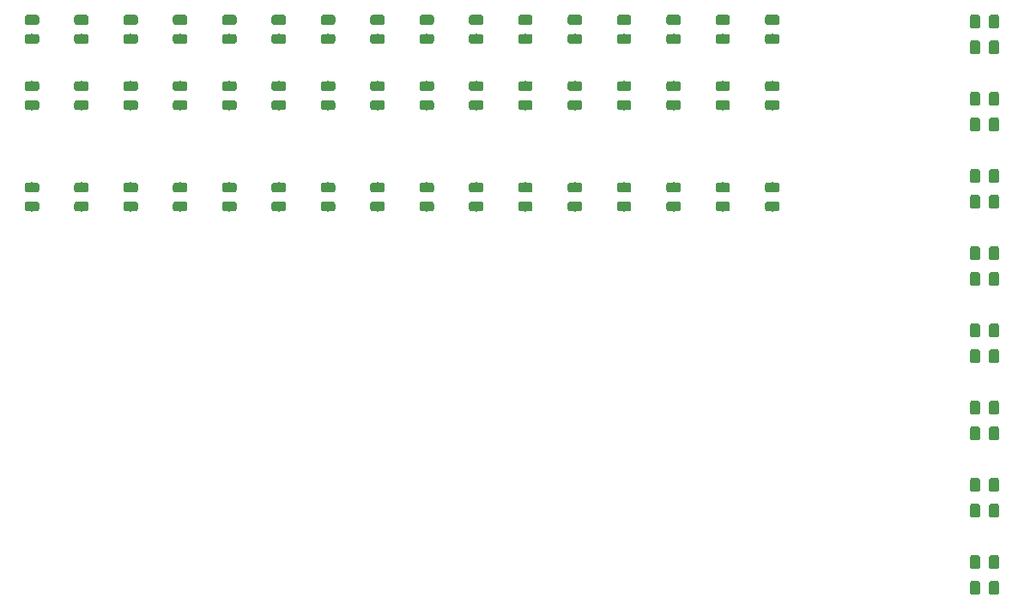
<source format=gbr>
G04 #@! TF.GenerationSoftware,KiCad,Pcbnew,(5.1.2-1)-1*
G04 #@! TF.CreationDate,2019-11-07T15:24:45-05:00*
G04 #@! TF.ProjectId,flow_rate,666c6f77-5f72-4617-9465-2e6b69636164,rev?*
G04 #@! TF.SameCoordinates,Original*
G04 #@! TF.FileFunction,Paste,Top*
G04 #@! TF.FilePolarity,Positive*
%FSLAX46Y46*%
G04 Gerber Fmt 4.6, Leading zero omitted, Abs format (unit mm)*
G04 Created by KiCad (PCBNEW (5.1.2-1)-1) date 2019-11-07 15:24:45*
%MOMM*%
%LPD*%
G04 APERTURE LIST*
%ADD10C,0.100000*%
%ADD11C,0.975000*%
G04 APERTURE END LIST*
D10*
G36*
X190362642Y-46963174D02*
G01*
X190386303Y-46966684D01*
X190409507Y-46972496D01*
X190432029Y-46980554D01*
X190453653Y-46990782D01*
X190474170Y-47003079D01*
X190493383Y-47017329D01*
X190511107Y-47033393D01*
X190527171Y-47051117D01*
X190541421Y-47070330D01*
X190553718Y-47090847D01*
X190563946Y-47112471D01*
X190572004Y-47134993D01*
X190577816Y-47158197D01*
X190581326Y-47181858D01*
X190582500Y-47205750D01*
X190582500Y-47693250D01*
X190581326Y-47717142D01*
X190577816Y-47740803D01*
X190572004Y-47764007D01*
X190563946Y-47786529D01*
X190553718Y-47808153D01*
X190541421Y-47828670D01*
X190527171Y-47847883D01*
X190511107Y-47865607D01*
X190493383Y-47881671D01*
X190474170Y-47895921D01*
X190453653Y-47908218D01*
X190432029Y-47918446D01*
X190409507Y-47926504D01*
X190386303Y-47932316D01*
X190362642Y-47935826D01*
X190338750Y-47937000D01*
X189426250Y-47937000D01*
X189402358Y-47935826D01*
X189378697Y-47932316D01*
X189355493Y-47926504D01*
X189332971Y-47918446D01*
X189311347Y-47908218D01*
X189290830Y-47895921D01*
X189271617Y-47881671D01*
X189253893Y-47865607D01*
X189237829Y-47847883D01*
X189223579Y-47828670D01*
X189211282Y-47808153D01*
X189201054Y-47786529D01*
X189192996Y-47764007D01*
X189187184Y-47740803D01*
X189183674Y-47717142D01*
X189182500Y-47693250D01*
X189182500Y-47205750D01*
X189183674Y-47181858D01*
X189187184Y-47158197D01*
X189192996Y-47134993D01*
X189201054Y-47112471D01*
X189211282Y-47090847D01*
X189223579Y-47070330D01*
X189237829Y-47051117D01*
X189253893Y-47033393D01*
X189271617Y-47017329D01*
X189290830Y-47003079D01*
X189311347Y-46990782D01*
X189332971Y-46980554D01*
X189355493Y-46972496D01*
X189378697Y-46966684D01*
X189402358Y-46963174D01*
X189426250Y-46962000D01*
X190338750Y-46962000D01*
X190362642Y-46963174D01*
X190362642Y-46963174D01*
G37*
D11*
X189882500Y-47449500D03*
D10*
G36*
X190362642Y-45088174D02*
G01*
X190386303Y-45091684D01*
X190409507Y-45097496D01*
X190432029Y-45105554D01*
X190453653Y-45115782D01*
X190474170Y-45128079D01*
X190493383Y-45142329D01*
X190511107Y-45158393D01*
X190527171Y-45176117D01*
X190541421Y-45195330D01*
X190553718Y-45215847D01*
X190563946Y-45237471D01*
X190572004Y-45259993D01*
X190577816Y-45283197D01*
X190581326Y-45306858D01*
X190582500Y-45330750D01*
X190582500Y-45818250D01*
X190581326Y-45842142D01*
X190577816Y-45865803D01*
X190572004Y-45889007D01*
X190563946Y-45911529D01*
X190553718Y-45933153D01*
X190541421Y-45953670D01*
X190527171Y-45972883D01*
X190511107Y-45990607D01*
X190493383Y-46006671D01*
X190474170Y-46020921D01*
X190453653Y-46033218D01*
X190432029Y-46043446D01*
X190409507Y-46051504D01*
X190386303Y-46057316D01*
X190362642Y-46060826D01*
X190338750Y-46062000D01*
X189426250Y-46062000D01*
X189402358Y-46060826D01*
X189378697Y-46057316D01*
X189355493Y-46051504D01*
X189332971Y-46043446D01*
X189311347Y-46033218D01*
X189290830Y-46020921D01*
X189271617Y-46006671D01*
X189253893Y-45990607D01*
X189237829Y-45972883D01*
X189223579Y-45953670D01*
X189211282Y-45933153D01*
X189201054Y-45911529D01*
X189192996Y-45889007D01*
X189187184Y-45865803D01*
X189183674Y-45842142D01*
X189182500Y-45818250D01*
X189182500Y-45330750D01*
X189183674Y-45306858D01*
X189187184Y-45283197D01*
X189192996Y-45259993D01*
X189201054Y-45237471D01*
X189211282Y-45215847D01*
X189223579Y-45195330D01*
X189237829Y-45176117D01*
X189253893Y-45158393D01*
X189271617Y-45142329D01*
X189290830Y-45128079D01*
X189311347Y-45115782D01*
X189332971Y-45105554D01*
X189355493Y-45097496D01*
X189378697Y-45091684D01*
X189402358Y-45088174D01*
X189426250Y-45087000D01*
X190338750Y-45087000D01*
X190362642Y-45088174D01*
X190362642Y-45088174D01*
G37*
D11*
X189882500Y-45574500D03*
D10*
G36*
X190362642Y-36963174D02*
G01*
X190386303Y-36966684D01*
X190409507Y-36972496D01*
X190432029Y-36980554D01*
X190453653Y-36990782D01*
X190474170Y-37003079D01*
X190493383Y-37017329D01*
X190511107Y-37033393D01*
X190527171Y-37051117D01*
X190541421Y-37070330D01*
X190553718Y-37090847D01*
X190563946Y-37112471D01*
X190572004Y-37134993D01*
X190577816Y-37158197D01*
X190581326Y-37181858D01*
X190582500Y-37205750D01*
X190582500Y-37693250D01*
X190581326Y-37717142D01*
X190577816Y-37740803D01*
X190572004Y-37764007D01*
X190563946Y-37786529D01*
X190553718Y-37808153D01*
X190541421Y-37828670D01*
X190527171Y-37847883D01*
X190511107Y-37865607D01*
X190493383Y-37881671D01*
X190474170Y-37895921D01*
X190453653Y-37908218D01*
X190432029Y-37918446D01*
X190409507Y-37926504D01*
X190386303Y-37932316D01*
X190362642Y-37935826D01*
X190338750Y-37937000D01*
X189426250Y-37937000D01*
X189402358Y-37935826D01*
X189378697Y-37932316D01*
X189355493Y-37926504D01*
X189332971Y-37918446D01*
X189311347Y-37908218D01*
X189290830Y-37895921D01*
X189271617Y-37881671D01*
X189253893Y-37865607D01*
X189237829Y-37847883D01*
X189223579Y-37828670D01*
X189211282Y-37808153D01*
X189201054Y-37786529D01*
X189192996Y-37764007D01*
X189187184Y-37740803D01*
X189183674Y-37717142D01*
X189182500Y-37693250D01*
X189182500Y-37205750D01*
X189183674Y-37181858D01*
X189187184Y-37158197D01*
X189192996Y-37134993D01*
X189201054Y-37112471D01*
X189211282Y-37090847D01*
X189223579Y-37070330D01*
X189237829Y-37051117D01*
X189253893Y-37033393D01*
X189271617Y-37017329D01*
X189290830Y-37003079D01*
X189311347Y-36990782D01*
X189332971Y-36980554D01*
X189355493Y-36972496D01*
X189378697Y-36966684D01*
X189402358Y-36963174D01*
X189426250Y-36962000D01*
X190338750Y-36962000D01*
X190362642Y-36963174D01*
X190362642Y-36963174D01*
G37*
D11*
X189882500Y-37449500D03*
D10*
G36*
X190362642Y-35088174D02*
G01*
X190386303Y-35091684D01*
X190409507Y-35097496D01*
X190432029Y-35105554D01*
X190453653Y-35115782D01*
X190474170Y-35128079D01*
X190493383Y-35142329D01*
X190511107Y-35158393D01*
X190527171Y-35176117D01*
X190541421Y-35195330D01*
X190553718Y-35215847D01*
X190563946Y-35237471D01*
X190572004Y-35259993D01*
X190577816Y-35283197D01*
X190581326Y-35306858D01*
X190582500Y-35330750D01*
X190582500Y-35818250D01*
X190581326Y-35842142D01*
X190577816Y-35865803D01*
X190572004Y-35889007D01*
X190563946Y-35911529D01*
X190553718Y-35933153D01*
X190541421Y-35953670D01*
X190527171Y-35972883D01*
X190511107Y-35990607D01*
X190493383Y-36006671D01*
X190474170Y-36020921D01*
X190453653Y-36033218D01*
X190432029Y-36043446D01*
X190409507Y-36051504D01*
X190386303Y-36057316D01*
X190362642Y-36060826D01*
X190338750Y-36062000D01*
X189426250Y-36062000D01*
X189402358Y-36060826D01*
X189378697Y-36057316D01*
X189355493Y-36051504D01*
X189332971Y-36043446D01*
X189311347Y-36033218D01*
X189290830Y-36020921D01*
X189271617Y-36006671D01*
X189253893Y-35990607D01*
X189237829Y-35972883D01*
X189223579Y-35953670D01*
X189211282Y-35933153D01*
X189201054Y-35911529D01*
X189192996Y-35889007D01*
X189187184Y-35865803D01*
X189183674Y-35842142D01*
X189182500Y-35818250D01*
X189182500Y-35330750D01*
X189183674Y-35306858D01*
X189187184Y-35283197D01*
X189192996Y-35259993D01*
X189201054Y-35237471D01*
X189211282Y-35215847D01*
X189223579Y-35195330D01*
X189237829Y-35176117D01*
X189253893Y-35158393D01*
X189271617Y-35142329D01*
X189290830Y-35128079D01*
X189311347Y-35115782D01*
X189332971Y-35105554D01*
X189355493Y-35097496D01*
X189378697Y-35091684D01*
X189402358Y-35088174D01*
X189426250Y-35087000D01*
X190338750Y-35087000D01*
X190362642Y-35088174D01*
X190362642Y-35088174D01*
G37*
D11*
X189882500Y-35574500D03*
D10*
G36*
X185494642Y-45088174D02*
G01*
X185518303Y-45091684D01*
X185541507Y-45097496D01*
X185564029Y-45105554D01*
X185585653Y-45115782D01*
X185606170Y-45128079D01*
X185625383Y-45142329D01*
X185643107Y-45158393D01*
X185659171Y-45176117D01*
X185673421Y-45195330D01*
X185685718Y-45215847D01*
X185695946Y-45237471D01*
X185704004Y-45259993D01*
X185709816Y-45283197D01*
X185713326Y-45306858D01*
X185714500Y-45330750D01*
X185714500Y-45818250D01*
X185713326Y-45842142D01*
X185709816Y-45865803D01*
X185704004Y-45889007D01*
X185695946Y-45911529D01*
X185685718Y-45933153D01*
X185673421Y-45953670D01*
X185659171Y-45972883D01*
X185643107Y-45990607D01*
X185625383Y-46006671D01*
X185606170Y-46020921D01*
X185585653Y-46033218D01*
X185564029Y-46043446D01*
X185541507Y-46051504D01*
X185518303Y-46057316D01*
X185494642Y-46060826D01*
X185470750Y-46062000D01*
X184558250Y-46062000D01*
X184534358Y-46060826D01*
X184510697Y-46057316D01*
X184487493Y-46051504D01*
X184464971Y-46043446D01*
X184443347Y-46033218D01*
X184422830Y-46020921D01*
X184403617Y-46006671D01*
X184385893Y-45990607D01*
X184369829Y-45972883D01*
X184355579Y-45953670D01*
X184343282Y-45933153D01*
X184333054Y-45911529D01*
X184324996Y-45889007D01*
X184319184Y-45865803D01*
X184315674Y-45842142D01*
X184314500Y-45818250D01*
X184314500Y-45330750D01*
X184315674Y-45306858D01*
X184319184Y-45283197D01*
X184324996Y-45259993D01*
X184333054Y-45237471D01*
X184343282Y-45215847D01*
X184355579Y-45195330D01*
X184369829Y-45176117D01*
X184385893Y-45158393D01*
X184403617Y-45142329D01*
X184422830Y-45128079D01*
X184443347Y-45115782D01*
X184464971Y-45105554D01*
X184487493Y-45097496D01*
X184510697Y-45091684D01*
X184534358Y-45088174D01*
X184558250Y-45087000D01*
X185470750Y-45087000D01*
X185494642Y-45088174D01*
X185494642Y-45088174D01*
G37*
D11*
X185014500Y-45574500D03*
D10*
G36*
X185494642Y-46963174D02*
G01*
X185518303Y-46966684D01*
X185541507Y-46972496D01*
X185564029Y-46980554D01*
X185585653Y-46990782D01*
X185606170Y-47003079D01*
X185625383Y-47017329D01*
X185643107Y-47033393D01*
X185659171Y-47051117D01*
X185673421Y-47070330D01*
X185685718Y-47090847D01*
X185695946Y-47112471D01*
X185704004Y-47134993D01*
X185709816Y-47158197D01*
X185713326Y-47181858D01*
X185714500Y-47205750D01*
X185714500Y-47693250D01*
X185713326Y-47717142D01*
X185709816Y-47740803D01*
X185704004Y-47764007D01*
X185695946Y-47786529D01*
X185685718Y-47808153D01*
X185673421Y-47828670D01*
X185659171Y-47847883D01*
X185643107Y-47865607D01*
X185625383Y-47881671D01*
X185606170Y-47895921D01*
X185585653Y-47908218D01*
X185564029Y-47918446D01*
X185541507Y-47926504D01*
X185518303Y-47932316D01*
X185494642Y-47935826D01*
X185470750Y-47937000D01*
X184558250Y-47937000D01*
X184534358Y-47935826D01*
X184510697Y-47932316D01*
X184487493Y-47926504D01*
X184464971Y-47918446D01*
X184443347Y-47908218D01*
X184422830Y-47895921D01*
X184403617Y-47881671D01*
X184385893Y-47865607D01*
X184369829Y-47847883D01*
X184355579Y-47828670D01*
X184343282Y-47808153D01*
X184333054Y-47786529D01*
X184324996Y-47764007D01*
X184319184Y-47740803D01*
X184315674Y-47717142D01*
X184314500Y-47693250D01*
X184314500Y-47205750D01*
X184315674Y-47181858D01*
X184319184Y-47158197D01*
X184324996Y-47134993D01*
X184333054Y-47112471D01*
X184343282Y-47090847D01*
X184355579Y-47070330D01*
X184369829Y-47051117D01*
X184385893Y-47033393D01*
X184403617Y-47017329D01*
X184422830Y-47003079D01*
X184443347Y-46990782D01*
X184464971Y-46980554D01*
X184487493Y-46972496D01*
X184510697Y-46966684D01*
X184534358Y-46963174D01*
X184558250Y-46962000D01*
X185470750Y-46962000D01*
X185494642Y-46963174D01*
X185494642Y-46963174D01*
G37*
D11*
X185014500Y-47449500D03*
D10*
G36*
X185494642Y-35088174D02*
G01*
X185518303Y-35091684D01*
X185541507Y-35097496D01*
X185564029Y-35105554D01*
X185585653Y-35115782D01*
X185606170Y-35128079D01*
X185625383Y-35142329D01*
X185643107Y-35158393D01*
X185659171Y-35176117D01*
X185673421Y-35195330D01*
X185685718Y-35215847D01*
X185695946Y-35237471D01*
X185704004Y-35259993D01*
X185709816Y-35283197D01*
X185713326Y-35306858D01*
X185714500Y-35330750D01*
X185714500Y-35818250D01*
X185713326Y-35842142D01*
X185709816Y-35865803D01*
X185704004Y-35889007D01*
X185695946Y-35911529D01*
X185685718Y-35933153D01*
X185673421Y-35953670D01*
X185659171Y-35972883D01*
X185643107Y-35990607D01*
X185625383Y-36006671D01*
X185606170Y-36020921D01*
X185585653Y-36033218D01*
X185564029Y-36043446D01*
X185541507Y-36051504D01*
X185518303Y-36057316D01*
X185494642Y-36060826D01*
X185470750Y-36062000D01*
X184558250Y-36062000D01*
X184534358Y-36060826D01*
X184510697Y-36057316D01*
X184487493Y-36051504D01*
X184464971Y-36043446D01*
X184443347Y-36033218D01*
X184422830Y-36020921D01*
X184403617Y-36006671D01*
X184385893Y-35990607D01*
X184369829Y-35972883D01*
X184355579Y-35953670D01*
X184343282Y-35933153D01*
X184333054Y-35911529D01*
X184324996Y-35889007D01*
X184319184Y-35865803D01*
X184315674Y-35842142D01*
X184314500Y-35818250D01*
X184314500Y-35330750D01*
X184315674Y-35306858D01*
X184319184Y-35283197D01*
X184324996Y-35259993D01*
X184333054Y-35237471D01*
X184343282Y-35215847D01*
X184355579Y-35195330D01*
X184369829Y-35176117D01*
X184385893Y-35158393D01*
X184403617Y-35142329D01*
X184422830Y-35128079D01*
X184443347Y-35115782D01*
X184464971Y-35105554D01*
X184487493Y-35097496D01*
X184510697Y-35091684D01*
X184534358Y-35088174D01*
X184558250Y-35087000D01*
X185470750Y-35087000D01*
X185494642Y-35088174D01*
X185494642Y-35088174D01*
G37*
D11*
X185014500Y-35574500D03*
D10*
G36*
X185494642Y-36963174D02*
G01*
X185518303Y-36966684D01*
X185541507Y-36972496D01*
X185564029Y-36980554D01*
X185585653Y-36990782D01*
X185606170Y-37003079D01*
X185625383Y-37017329D01*
X185643107Y-37033393D01*
X185659171Y-37051117D01*
X185673421Y-37070330D01*
X185685718Y-37090847D01*
X185695946Y-37112471D01*
X185704004Y-37134993D01*
X185709816Y-37158197D01*
X185713326Y-37181858D01*
X185714500Y-37205750D01*
X185714500Y-37693250D01*
X185713326Y-37717142D01*
X185709816Y-37740803D01*
X185704004Y-37764007D01*
X185695946Y-37786529D01*
X185685718Y-37808153D01*
X185673421Y-37828670D01*
X185659171Y-37847883D01*
X185643107Y-37865607D01*
X185625383Y-37881671D01*
X185606170Y-37895921D01*
X185585653Y-37908218D01*
X185564029Y-37918446D01*
X185541507Y-37926504D01*
X185518303Y-37932316D01*
X185494642Y-37935826D01*
X185470750Y-37937000D01*
X184558250Y-37937000D01*
X184534358Y-37935826D01*
X184510697Y-37932316D01*
X184487493Y-37926504D01*
X184464971Y-37918446D01*
X184443347Y-37908218D01*
X184422830Y-37895921D01*
X184403617Y-37881671D01*
X184385893Y-37865607D01*
X184369829Y-37847883D01*
X184355579Y-37828670D01*
X184343282Y-37808153D01*
X184333054Y-37786529D01*
X184324996Y-37764007D01*
X184319184Y-37740803D01*
X184315674Y-37717142D01*
X184314500Y-37693250D01*
X184314500Y-37205750D01*
X184315674Y-37181858D01*
X184319184Y-37158197D01*
X184324996Y-37134993D01*
X184333054Y-37112471D01*
X184343282Y-37090847D01*
X184355579Y-37070330D01*
X184369829Y-37051117D01*
X184385893Y-37033393D01*
X184403617Y-37017329D01*
X184422830Y-37003079D01*
X184443347Y-36990782D01*
X184464971Y-36980554D01*
X184487493Y-36972496D01*
X184510697Y-36966684D01*
X184534358Y-36963174D01*
X184558250Y-36962000D01*
X185470750Y-36962000D01*
X185494642Y-36963174D01*
X185494642Y-36963174D01*
G37*
D11*
X185014500Y-37449500D03*
D10*
G36*
X180626642Y-46963174D02*
G01*
X180650303Y-46966684D01*
X180673507Y-46972496D01*
X180696029Y-46980554D01*
X180717653Y-46990782D01*
X180738170Y-47003079D01*
X180757383Y-47017329D01*
X180775107Y-47033393D01*
X180791171Y-47051117D01*
X180805421Y-47070330D01*
X180817718Y-47090847D01*
X180827946Y-47112471D01*
X180836004Y-47134993D01*
X180841816Y-47158197D01*
X180845326Y-47181858D01*
X180846500Y-47205750D01*
X180846500Y-47693250D01*
X180845326Y-47717142D01*
X180841816Y-47740803D01*
X180836004Y-47764007D01*
X180827946Y-47786529D01*
X180817718Y-47808153D01*
X180805421Y-47828670D01*
X180791171Y-47847883D01*
X180775107Y-47865607D01*
X180757383Y-47881671D01*
X180738170Y-47895921D01*
X180717653Y-47908218D01*
X180696029Y-47918446D01*
X180673507Y-47926504D01*
X180650303Y-47932316D01*
X180626642Y-47935826D01*
X180602750Y-47937000D01*
X179690250Y-47937000D01*
X179666358Y-47935826D01*
X179642697Y-47932316D01*
X179619493Y-47926504D01*
X179596971Y-47918446D01*
X179575347Y-47908218D01*
X179554830Y-47895921D01*
X179535617Y-47881671D01*
X179517893Y-47865607D01*
X179501829Y-47847883D01*
X179487579Y-47828670D01*
X179475282Y-47808153D01*
X179465054Y-47786529D01*
X179456996Y-47764007D01*
X179451184Y-47740803D01*
X179447674Y-47717142D01*
X179446500Y-47693250D01*
X179446500Y-47205750D01*
X179447674Y-47181858D01*
X179451184Y-47158197D01*
X179456996Y-47134993D01*
X179465054Y-47112471D01*
X179475282Y-47090847D01*
X179487579Y-47070330D01*
X179501829Y-47051117D01*
X179517893Y-47033393D01*
X179535617Y-47017329D01*
X179554830Y-47003079D01*
X179575347Y-46990782D01*
X179596971Y-46980554D01*
X179619493Y-46972496D01*
X179642697Y-46966684D01*
X179666358Y-46963174D01*
X179690250Y-46962000D01*
X180602750Y-46962000D01*
X180626642Y-46963174D01*
X180626642Y-46963174D01*
G37*
D11*
X180146500Y-47449500D03*
D10*
G36*
X180626642Y-45088174D02*
G01*
X180650303Y-45091684D01*
X180673507Y-45097496D01*
X180696029Y-45105554D01*
X180717653Y-45115782D01*
X180738170Y-45128079D01*
X180757383Y-45142329D01*
X180775107Y-45158393D01*
X180791171Y-45176117D01*
X180805421Y-45195330D01*
X180817718Y-45215847D01*
X180827946Y-45237471D01*
X180836004Y-45259993D01*
X180841816Y-45283197D01*
X180845326Y-45306858D01*
X180846500Y-45330750D01*
X180846500Y-45818250D01*
X180845326Y-45842142D01*
X180841816Y-45865803D01*
X180836004Y-45889007D01*
X180827946Y-45911529D01*
X180817718Y-45933153D01*
X180805421Y-45953670D01*
X180791171Y-45972883D01*
X180775107Y-45990607D01*
X180757383Y-46006671D01*
X180738170Y-46020921D01*
X180717653Y-46033218D01*
X180696029Y-46043446D01*
X180673507Y-46051504D01*
X180650303Y-46057316D01*
X180626642Y-46060826D01*
X180602750Y-46062000D01*
X179690250Y-46062000D01*
X179666358Y-46060826D01*
X179642697Y-46057316D01*
X179619493Y-46051504D01*
X179596971Y-46043446D01*
X179575347Y-46033218D01*
X179554830Y-46020921D01*
X179535617Y-46006671D01*
X179517893Y-45990607D01*
X179501829Y-45972883D01*
X179487579Y-45953670D01*
X179475282Y-45933153D01*
X179465054Y-45911529D01*
X179456996Y-45889007D01*
X179451184Y-45865803D01*
X179447674Y-45842142D01*
X179446500Y-45818250D01*
X179446500Y-45330750D01*
X179447674Y-45306858D01*
X179451184Y-45283197D01*
X179456996Y-45259993D01*
X179465054Y-45237471D01*
X179475282Y-45215847D01*
X179487579Y-45195330D01*
X179501829Y-45176117D01*
X179517893Y-45158393D01*
X179535617Y-45142329D01*
X179554830Y-45128079D01*
X179575347Y-45115782D01*
X179596971Y-45105554D01*
X179619493Y-45097496D01*
X179642697Y-45091684D01*
X179666358Y-45088174D01*
X179690250Y-45087000D01*
X180602750Y-45087000D01*
X180626642Y-45088174D01*
X180626642Y-45088174D01*
G37*
D11*
X180146500Y-45574500D03*
D10*
G36*
X180626642Y-36963174D02*
G01*
X180650303Y-36966684D01*
X180673507Y-36972496D01*
X180696029Y-36980554D01*
X180717653Y-36990782D01*
X180738170Y-37003079D01*
X180757383Y-37017329D01*
X180775107Y-37033393D01*
X180791171Y-37051117D01*
X180805421Y-37070330D01*
X180817718Y-37090847D01*
X180827946Y-37112471D01*
X180836004Y-37134993D01*
X180841816Y-37158197D01*
X180845326Y-37181858D01*
X180846500Y-37205750D01*
X180846500Y-37693250D01*
X180845326Y-37717142D01*
X180841816Y-37740803D01*
X180836004Y-37764007D01*
X180827946Y-37786529D01*
X180817718Y-37808153D01*
X180805421Y-37828670D01*
X180791171Y-37847883D01*
X180775107Y-37865607D01*
X180757383Y-37881671D01*
X180738170Y-37895921D01*
X180717653Y-37908218D01*
X180696029Y-37918446D01*
X180673507Y-37926504D01*
X180650303Y-37932316D01*
X180626642Y-37935826D01*
X180602750Y-37937000D01*
X179690250Y-37937000D01*
X179666358Y-37935826D01*
X179642697Y-37932316D01*
X179619493Y-37926504D01*
X179596971Y-37918446D01*
X179575347Y-37908218D01*
X179554830Y-37895921D01*
X179535617Y-37881671D01*
X179517893Y-37865607D01*
X179501829Y-37847883D01*
X179487579Y-37828670D01*
X179475282Y-37808153D01*
X179465054Y-37786529D01*
X179456996Y-37764007D01*
X179451184Y-37740803D01*
X179447674Y-37717142D01*
X179446500Y-37693250D01*
X179446500Y-37205750D01*
X179447674Y-37181858D01*
X179451184Y-37158197D01*
X179456996Y-37134993D01*
X179465054Y-37112471D01*
X179475282Y-37090847D01*
X179487579Y-37070330D01*
X179501829Y-37051117D01*
X179517893Y-37033393D01*
X179535617Y-37017329D01*
X179554830Y-37003079D01*
X179575347Y-36990782D01*
X179596971Y-36980554D01*
X179619493Y-36972496D01*
X179642697Y-36966684D01*
X179666358Y-36963174D01*
X179690250Y-36962000D01*
X180602750Y-36962000D01*
X180626642Y-36963174D01*
X180626642Y-36963174D01*
G37*
D11*
X180146500Y-37449500D03*
D10*
G36*
X180626642Y-35088174D02*
G01*
X180650303Y-35091684D01*
X180673507Y-35097496D01*
X180696029Y-35105554D01*
X180717653Y-35115782D01*
X180738170Y-35128079D01*
X180757383Y-35142329D01*
X180775107Y-35158393D01*
X180791171Y-35176117D01*
X180805421Y-35195330D01*
X180817718Y-35215847D01*
X180827946Y-35237471D01*
X180836004Y-35259993D01*
X180841816Y-35283197D01*
X180845326Y-35306858D01*
X180846500Y-35330750D01*
X180846500Y-35818250D01*
X180845326Y-35842142D01*
X180841816Y-35865803D01*
X180836004Y-35889007D01*
X180827946Y-35911529D01*
X180817718Y-35933153D01*
X180805421Y-35953670D01*
X180791171Y-35972883D01*
X180775107Y-35990607D01*
X180757383Y-36006671D01*
X180738170Y-36020921D01*
X180717653Y-36033218D01*
X180696029Y-36043446D01*
X180673507Y-36051504D01*
X180650303Y-36057316D01*
X180626642Y-36060826D01*
X180602750Y-36062000D01*
X179690250Y-36062000D01*
X179666358Y-36060826D01*
X179642697Y-36057316D01*
X179619493Y-36051504D01*
X179596971Y-36043446D01*
X179575347Y-36033218D01*
X179554830Y-36020921D01*
X179535617Y-36006671D01*
X179517893Y-35990607D01*
X179501829Y-35972883D01*
X179487579Y-35953670D01*
X179475282Y-35933153D01*
X179465054Y-35911529D01*
X179456996Y-35889007D01*
X179451184Y-35865803D01*
X179447674Y-35842142D01*
X179446500Y-35818250D01*
X179446500Y-35330750D01*
X179447674Y-35306858D01*
X179451184Y-35283197D01*
X179456996Y-35259993D01*
X179465054Y-35237471D01*
X179475282Y-35215847D01*
X179487579Y-35195330D01*
X179501829Y-35176117D01*
X179517893Y-35158393D01*
X179535617Y-35142329D01*
X179554830Y-35128079D01*
X179575347Y-35115782D01*
X179596971Y-35105554D01*
X179619493Y-35097496D01*
X179642697Y-35091684D01*
X179666358Y-35088174D01*
X179690250Y-35087000D01*
X180602750Y-35087000D01*
X180626642Y-35088174D01*
X180626642Y-35088174D01*
G37*
D11*
X180146500Y-35574500D03*
D10*
G36*
X175758642Y-45088174D02*
G01*
X175782303Y-45091684D01*
X175805507Y-45097496D01*
X175828029Y-45105554D01*
X175849653Y-45115782D01*
X175870170Y-45128079D01*
X175889383Y-45142329D01*
X175907107Y-45158393D01*
X175923171Y-45176117D01*
X175937421Y-45195330D01*
X175949718Y-45215847D01*
X175959946Y-45237471D01*
X175968004Y-45259993D01*
X175973816Y-45283197D01*
X175977326Y-45306858D01*
X175978500Y-45330750D01*
X175978500Y-45818250D01*
X175977326Y-45842142D01*
X175973816Y-45865803D01*
X175968004Y-45889007D01*
X175959946Y-45911529D01*
X175949718Y-45933153D01*
X175937421Y-45953670D01*
X175923171Y-45972883D01*
X175907107Y-45990607D01*
X175889383Y-46006671D01*
X175870170Y-46020921D01*
X175849653Y-46033218D01*
X175828029Y-46043446D01*
X175805507Y-46051504D01*
X175782303Y-46057316D01*
X175758642Y-46060826D01*
X175734750Y-46062000D01*
X174822250Y-46062000D01*
X174798358Y-46060826D01*
X174774697Y-46057316D01*
X174751493Y-46051504D01*
X174728971Y-46043446D01*
X174707347Y-46033218D01*
X174686830Y-46020921D01*
X174667617Y-46006671D01*
X174649893Y-45990607D01*
X174633829Y-45972883D01*
X174619579Y-45953670D01*
X174607282Y-45933153D01*
X174597054Y-45911529D01*
X174588996Y-45889007D01*
X174583184Y-45865803D01*
X174579674Y-45842142D01*
X174578500Y-45818250D01*
X174578500Y-45330750D01*
X174579674Y-45306858D01*
X174583184Y-45283197D01*
X174588996Y-45259993D01*
X174597054Y-45237471D01*
X174607282Y-45215847D01*
X174619579Y-45195330D01*
X174633829Y-45176117D01*
X174649893Y-45158393D01*
X174667617Y-45142329D01*
X174686830Y-45128079D01*
X174707347Y-45115782D01*
X174728971Y-45105554D01*
X174751493Y-45097496D01*
X174774697Y-45091684D01*
X174798358Y-45088174D01*
X174822250Y-45087000D01*
X175734750Y-45087000D01*
X175758642Y-45088174D01*
X175758642Y-45088174D01*
G37*
D11*
X175278500Y-45574500D03*
D10*
G36*
X175758642Y-46963174D02*
G01*
X175782303Y-46966684D01*
X175805507Y-46972496D01*
X175828029Y-46980554D01*
X175849653Y-46990782D01*
X175870170Y-47003079D01*
X175889383Y-47017329D01*
X175907107Y-47033393D01*
X175923171Y-47051117D01*
X175937421Y-47070330D01*
X175949718Y-47090847D01*
X175959946Y-47112471D01*
X175968004Y-47134993D01*
X175973816Y-47158197D01*
X175977326Y-47181858D01*
X175978500Y-47205750D01*
X175978500Y-47693250D01*
X175977326Y-47717142D01*
X175973816Y-47740803D01*
X175968004Y-47764007D01*
X175959946Y-47786529D01*
X175949718Y-47808153D01*
X175937421Y-47828670D01*
X175923171Y-47847883D01*
X175907107Y-47865607D01*
X175889383Y-47881671D01*
X175870170Y-47895921D01*
X175849653Y-47908218D01*
X175828029Y-47918446D01*
X175805507Y-47926504D01*
X175782303Y-47932316D01*
X175758642Y-47935826D01*
X175734750Y-47937000D01*
X174822250Y-47937000D01*
X174798358Y-47935826D01*
X174774697Y-47932316D01*
X174751493Y-47926504D01*
X174728971Y-47918446D01*
X174707347Y-47908218D01*
X174686830Y-47895921D01*
X174667617Y-47881671D01*
X174649893Y-47865607D01*
X174633829Y-47847883D01*
X174619579Y-47828670D01*
X174607282Y-47808153D01*
X174597054Y-47786529D01*
X174588996Y-47764007D01*
X174583184Y-47740803D01*
X174579674Y-47717142D01*
X174578500Y-47693250D01*
X174578500Y-47205750D01*
X174579674Y-47181858D01*
X174583184Y-47158197D01*
X174588996Y-47134993D01*
X174597054Y-47112471D01*
X174607282Y-47090847D01*
X174619579Y-47070330D01*
X174633829Y-47051117D01*
X174649893Y-47033393D01*
X174667617Y-47017329D01*
X174686830Y-47003079D01*
X174707347Y-46990782D01*
X174728971Y-46980554D01*
X174751493Y-46972496D01*
X174774697Y-46966684D01*
X174798358Y-46963174D01*
X174822250Y-46962000D01*
X175734750Y-46962000D01*
X175758642Y-46963174D01*
X175758642Y-46963174D01*
G37*
D11*
X175278500Y-47449500D03*
D10*
G36*
X175758642Y-35088174D02*
G01*
X175782303Y-35091684D01*
X175805507Y-35097496D01*
X175828029Y-35105554D01*
X175849653Y-35115782D01*
X175870170Y-35128079D01*
X175889383Y-35142329D01*
X175907107Y-35158393D01*
X175923171Y-35176117D01*
X175937421Y-35195330D01*
X175949718Y-35215847D01*
X175959946Y-35237471D01*
X175968004Y-35259993D01*
X175973816Y-35283197D01*
X175977326Y-35306858D01*
X175978500Y-35330750D01*
X175978500Y-35818250D01*
X175977326Y-35842142D01*
X175973816Y-35865803D01*
X175968004Y-35889007D01*
X175959946Y-35911529D01*
X175949718Y-35933153D01*
X175937421Y-35953670D01*
X175923171Y-35972883D01*
X175907107Y-35990607D01*
X175889383Y-36006671D01*
X175870170Y-36020921D01*
X175849653Y-36033218D01*
X175828029Y-36043446D01*
X175805507Y-36051504D01*
X175782303Y-36057316D01*
X175758642Y-36060826D01*
X175734750Y-36062000D01*
X174822250Y-36062000D01*
X174798358Y-36060826D01*
X174774697Y-36057316D01*
X174751493Y-36051504D01*
X174728971Y-36043446D01*
X174707347Y-36033218D01*
X174686830Y-36020921D01*
X174667617Y-36006671D01*
X174649893Y-35990607D01*
X174633829Y-35972883D01*
X174619579Y-35953670D01*
X174607282Y-35933153D01*
X174597054Y-35911529D01*
X174588996Y-35889007D01*
X174583184Y-35865803D01*
X174579674Y-35842142D01*
X174578500Y-35818250D01*
X174578500Y-35330750D01*
X174579674Y-35306858D01*
X174583184Y-35283197D01*
X174588996Y-35259993D01*
X174597054Y-35237471D01*
X174607282Y-35215847D01*
X174619579Y-35195330D01*
X174633829Y-35176117D01*
X174649893Y-35158393D01*
X174667617Y-35142329D01*
X174686830Y-35128079D01*
X174707347Y-35115782D01*
X174728971Y-35105554D01*
X174751493Y-35097496D01*
X174774697Y-35091684D01*
X174798358Y-35088174D01*
X174822250Y-35087000D01*
X175734750Y-35087000D01*
X175758642Y-35088174D01*
X175758642Y-35088174D01*
G37*
D11*
X175278500Y-35574500D03*
D10*
G36*
X175758642Y-36963174D02*
G01*
X175782303Y-36966684D01*
X175805507Y-36972496D01*
X175828029Y-36980554D01*
X175849653Y-36990782D01*
X175870170Y-37003079D01*
X175889383Y-37017329D01*
X175907107Y-37033393D01*
X175923171Y-37051117D01*
X175937421Y-37070330D01*
X175949718Y-37090847D01*
X175959946Y-37112471D01*
X175968004Y-37134993D01*
X175973816Y-37158197D01*
X175977326Y-37181858D01*
X175978500Y-37205750D01*
X175978500Y-37693250D01*
X175977326Y-37717142D01*
X175973816Y-37740803D01*
X175968004Y-37764007D01*
X175959946Y-37786529D01*
X175949718Y-37808153D01*
X175937421Y-37828670D01*
X175923171Y-37847883D01*
X175907107Y-37865607D01*
X175889383Y-37881671D01*
X175870170Y-37895921D01*
X175849653Y-37908218D01*
X175828029Y-37918446D01*
X175805507Y-37926504D01*
X175782303Y-37932316D01*
X175758642Y-37935826D01*
X175734750Y-37937000D01*
X174822250Y-37937000D01*
X174798358Y-37935826D01*
X174774697Y-37932316D01*
X174751493Y-37926504D01*
X174728971Y-37918446D01*
X174707347Y-37908218D01*
X174686830Y-37895921D01*
X174667617Y-37881671D01*
X174649893Y-37865607D01*
X174633829Y-37847883D01*
X174619579Y-37828670D01*
X174607282Y-37808153D01*
X174597054Y-37786529D01*
X174588996Y-37764007D01*
X174583184Y-37740803D01*
X174579674Y-37717142D01*
X174578500Y-37693250D01*
X174578500Y-37205750D01*
X174579674Y-37181858D01*
X174583184Y-37158197D01*
X174588996Y-37134993D01*
X174597054Y-37112471D01*
X174607282Y-37090847D01*
X174619579Y-37070330D01*
X174633829Y-37051117D01*
X174649893Y-37033393D01*
X174667617Y-37017329D01*
X174686830Y-37003079D01*
X174707347Y-36990782D01*
X174728971Y-36980554D01*
X174751493Y-36972496D01*
X174774697Y-36966684D01*
X174798358Y-36963174D01*
X174822250Y-36962000D01*
X175734750Y-36962000D01*
X175758642Y-36963174D01*
X175758642Y-36963174D01*
G37*
D11*
X175278500Y-37449500D03*
D10*
G36*
X170890642Y-46963174D02*
G01*
X170914303Y-46966684D01*
X170937507Y-46972496D01*
X170960029Y-46980554D01*
X170981653Y-46990782D01*
X171002170Y-47003079D01*
X171021383Y-47017329D01*
X171039107Y-47033393D01*
X171055171Y-47051117D01*
X171069421Y-47070330D01*
X171081718Y-47090847D01*
X171091946Y-47112471D01*
X171100004Y-47134993D01*
X171105816Y-47158197D01*
X171109326Y-47181858D01*
X171110500Y-47205750D01*
X171110500Y-47693250D01*
X171109326Y-47717142D01*
X171105816Y-47740803D01*
X171100004Y-47764007D01*
X171091946Y-47786529D01*
X171081718Y-47808153D01*
X171069421Y-47828670D01*
X171055171Y-47847883D01*
X171039107Y-47865607D01*
X171021383Y-47881671D01*
X171002170Y-47895921D01*
X170981653Y-47908218D01*
X170960029Y-47918446D01*
X170937507Y-47926504D01*
X170914303Y-47932316D01*
X170890642Y-47935826D01*
X170866750Y-47937000D01*
X169954250Y-47937000D01*
X169930358Y-47935826D01*
X169906697Y-47932316D01*
X169883493Y-47926504D01*
X169860971Y-47918446D01*
X169839347Y-47908218D01*
X169818830Y-47895921D01*
X169799617Y-47881671D01*
X169781893Y-47865607D01*
X169765829Y-47847883D01*
X169751579Y-47828670D01*
X169739282Y-47808153D01*
X169729054Y-47786529D01*
X169720996Y-47764007D01*
X169715184Y-47740803D01*
X169711674Y-47717142D01*
X169710500Y-47693250D01*
X169710500Y-47205750D01*
X169711674Y-47181858D01*
X169715184Y-47158197D01*
X169720996Y-47134993D01*
X169729054Y-47112471D01*
X169739282Y-47090847D01*
X169751579Y-47070330D01*
X169765829Y-47051117D01*
X169781893Y-47033393D01*
X169799617Y-47017329D01*
X169818830Y-47003079D01*
X169839347Y-46990782D01*
X169860971Y-46980554D01*
X169883493Y-46972496D01*
X169906697Y-46966684D01*
X169930358Y-46963174D01*
X169954250Y-46962000D01*
X170866750Y-46962000D01*
X170890642Y-46963174D01*
X170890642Y-46963174D01*
G37*
D11*
X170410500Y-47449500D03*
D10*
G36*
X170890642Y-45088174D02*
G01*
X170914303Y-45091684D01*
X170937507Y-45097496D01*
X170960029Y-45105554D01*
X170981653Y-45115782D01*
X171002170Y-45128079D01*
X171021383Y-45142329D01*
X171039107Y-45158393D01*
X171055171Y-45176117D01*
X171069421Y-45195330D01*
X171081718Y-45215847D01*
X171091946Y-45237471D01*
X171100004Y-45259993D01*
X171105816Y-45283197D01*
X171109326Y-45306858D01*
X171110500Y-45330750D01*
X171110500Y-45818250D01*
X171109326Y-45842142D01*
X171105816Y-45865803D01*
X171100004Y-45889007D01*
X171091946Y-45911529D01*
X171081718Y-45933153D01*
X171069421Y-45953670D01*
X171055171Y-45972883D01*
X171039107Y-45990607D01*
X171021383Y-46006671D01*
X171002170Y-46020921D01*
X170981653Y-46033218D01*
X170960029Y-46043446D01*
X170937507Y-46051504D01*
X170914303Y-46057316D01*
X170890642Y-46060826D01*
X170866750Y-46062000D01*
X169954250Y-46062000D01*
X169930358Y-46060826D01*
X169906697Y-46057316D01*
X169883493Y-46051504D01*
X169860971Y-46043446D01*
X169839347Y-46033218D01*
X169818830Y-46020921D01*
X169799617Y-46006671D01*
X169781893Y-45990607D01*
X169765829Y-45972883D01*
X169751579Y-45953670D01*
X169739282Y-45933153D01*
X169729054Y-45911529D01*
X169720996Y-45889007D01*
X169715184Y-45865803D01*
X169711674Y-45842142D01*
X169710500Y-45818250D01*
X169710500Y-45330750D01*
X169711674Y-45306858D01*
X169715184Y-45283197D01*
X169720996Y-45259993D01*
X169729054Y-45237471D01*
X169739282Y-45215847D01*
X169751579Y-45195330D01*
X169765829Y-45176117D01*
X169781893Y-45158393D01*
X169799617Y-45142329D01*
X169818830Y-45128079D01*
X169839347Y-45115782D01*
X169860971Y-45105554D01*
X169883493Y-45097496D01*
X169906697Y-45091684D01*
X169930358Y-45088174D01*
X169954250Y-45087000D01*
X170866750Y-45087000D01*
X170890642Y-45088174D01*
X170890642Y-45088174D01*
G37*
D11*
X170410500Y-45574500D03*
D10*
G36*
X170890642Y-36963174D02*
G01*
X170914303Y-36966684D01*
X170937507Y-36972496D01*
X170960029Y-36980554D01*
X170981653Y-36990782D01*
X171002170Y-37003079D01*
X171021383Y-37017329D01*
X171039107Y-37033393D01*
X171055171Y-37051117D01*
X171069421Y-37070330D01*
X171081718Y-37090847D01*
X171091946Y-37112471D01*
X171100004Y-37134993D01*
X171105816Y-37158197D01*
X171109326Y-37181858D01*
X171110500Y-37205750D01*
X171110500Y-37693250D01*
X171109326Y-37717142D01*
X171105816Y-37740803D01*
X171100004Y-37764007D01*
X171091946Y-37786529D01*
X171081718Y-37808153D01*
X171069421Y-37828670D01*
X171055171Y-37847883D01*
X171039107Y-37865607D01*
X171021383Y-37881671D01*
X171002170Y-37895921D01*
X170981653Y-37908218D01*
X170960029Y-37918446D01*
X170937507Y-37926504D01*
X170914303Y-37932316D01*
X170890642Y-37935826D01*
X170866750Y-37937000D01*
X169954250Y-37937000D01*
X169930358Y-37935826D01*
X169906697Y-37932316D01*
X169883493Y-37926504D01*
X169860971Y-37918446D01*
X169839347Y-37908218D01*
X169818830Y-37895921D01*
X169799617Y-37881671D01*
X169781893Y-37865607D01*
X169765829Y-37847883D01*
X169751579Y-37828670D01*
X169739282Y-37808153D01*
X169729054Y-37786529D01*
X169720996Y-37764007D01*
X169715184Y-37740803D01*
X169711674Y-37717142D01*
X169710500Y-37693250D01*
X169710500Y-37205750D01*
X169711674Y-37181858D01*
X169715184Y-37158197D01*
X169720996Y-37134993D01*
X169729054Y-37112471D01*
X169739282Y-37090847D01*
X169751579Y-37070330D01*
X169765829Y-37051117D01*
X169781893Y-37033393D01*
X169799617Y-37017329D01*
X169818830Y-37003079D01*
X169839347Y-36990782D01*
X169860971Y-36980554D01*
X169883493Y-36972496D01*
X169906697Y-36966684D01*
X169930358Y-36963174D01*
X169954250Y-36962000D01*
X170866750Y-36962000D01*
X170890642Y-36963174D01*
X170890642Y-36963174D01*
G37*
D11*
X170410500Y-37449500D03*
D10*
G36*
X170890642Y-35088174D02*
G01*
X170914303Y-35091684D01*
X170937507Y-35097496D01*
X170960029Y-35105554D01*
X170981653Y-35115782D01*
X171002170Y-35128079D01*
X171021383Y-35142329D01*
X171039107Y-35158393D01*
X171055171Y-35176117D01*
X171069421Y-35195330D01*
X171081718Y-35215847D01*
X171091946Y-35237471D01*
X171100004Y-35259993D01*
X171105816Y-35283197D01*
X171109326Y-35306858D01*
X171110500Y-35330750D01*
X171110500Y-35818250D01*
X171109326Y-35842142D01*
X171105816Y-35865803D01*
X171100004Y-35889007D01*
X171091946Y-35911529D01*
X171081718Y-35933153D01*
X171069421Y-35953670D01*
X171055171Y-35972883D01*
X171039107Y-35990607D01*
X171021383Y-36006671D01*
X171002170Y-36020921D01*
X170981653Y-36033218D01*
X170960029Y-36043446D01*
X170937507Y-36051504D01*
X170914303Y-36057316D01*
X170890642Y-36060826D01*
X170866750Y-36062000D01*
X169954250Y-36062000D01*
X169930358Y-36060826D01*
X169906697Y-36057316D01*
X169883493Y-36051504D01*
X169860971Y-36043446D01*
X169839347Y-36033218D01*
X169818830Y-36020921D01*
X169799617Y-36006671D01*
X169781893Y-35990607D01*
X169765829Y-35972883D01*
X169751579Y-35953670D01*
X169739282Y-35933153D01*
X169729054Y-35911529D01*
X169720996Y-35889007D01*
X169715184Y-35865803D01*
X169711674Y-35842142D01*
X169710500Y-35818250D01*
X169710500Y-35330750D01*
X169711674Y-35306858D01*
X169715184Y-35283197D01*
X169720996Y-35259993D01*
X169729054Y-35237471D01*
X169739282Y-35215847D01*
X169751579Y-35195330D01*
X169765829Y-35176117D01*
X169781893Y-35158393D01*
X169799617Y-35142329D01*
X169818830Y-35128079D01*
X169839347Y-35115782D01*
X169860971Y-35105554D01*
X169883493Y-35097496D01*
X169906697Y-35091684D01*
X169930358Y-35088174D01*
X169954250Y-35087000D01*
X170866750Y-35087000D01*
X170890642Y-35088174D01*
X170890642Y-35088174D01*
G37*
D11*
X170410500Y-35574500D03*
D10*
G36*
X166022642Y-45088174D02*
G01*
X166046303Y-45091684D01*
X166069507Y-45097496D01*
X166092029Y-45105554D01*
X166113653Y-45115782D01*
X166134170Y-45128079D01*
X166153383Y-45142329D01*
X166171107Y-45158393D01*
X166187171Y-45176117D01*
X166201421Y-45195330D01*
X166213718Y-45215847D01*
X166223946Y-45237471D01*
X166232004Y-45259993D01*
X166237816Y-45283197D01*
X166241326Y-45306858D01*
X166242500Y-45330750D01*
X166242500Y-45818250D01*
X166241326Y-45842142D01*
X166237816Y-45865803D01*
X166232004Y-45889007D01*
X166223946Y-45911529D01*
X166213718Y-45933153D01*
X166201421Y-45953670D01*
X166187171Y-45972883D01*
X166171107Y-45990607D01*
X166153383Y-46006671D01*
X166134170Y-46020921D01*
X166113653Y-46033218D01*
X166092029Y-46043446D01*
X166069507Y-46051504D01*
X166046303Y-46057316D01*
X166022642Y-46060826D01*
X165998750Y-46062000D01*
X165086250Y-46062000D01*
X165062358Y-46060826D01*
X165038697Y-46057316D01*
X165015493Y-46051504D01*
X164992971Y-46043446D01*
X164971347Y-46033218D01*
X164950830Y-46020921D01*
X164931617Y-46006671D01*
X164913893Y-45990607D01*
X164897829Y-45972883D01*
X164883579Y-45953670D01*
X164871282Y-45933153D01*
X164861054Y-45911529D01*
X164852996Y-45889007D01*
X164847184Y-45865803D01*
X164843674Y-45842142D01*
X164842500Y-45818250D01*
X164842500Y-45330750D01*
X164843674Y-45306858D01*
X164847184Y-45283197D01*
X164852996Y-45259993D01*
X164861054Y-45237471D01*
X164871282Y-45215847D01*
X164883579Y-45195330D01*
X164897829Y-45176117D01*
X164913893Y-45158393D01*
X164931617Y-45142329D01*
X164950830Y-45128079D01*
X164971347Y-45115782D01*
X164992971Y-45105554D01*
X165015493Y-45097496D01*
X165038697Y-45091684D01*
X165062358Y-45088174D01*
X165086250Y-45087000D01*
X165998750Y-45087000D01*
X166022642Y-45088174D01*
X166022642Y-45088174D01*
G37*
D11*
X165542500Y-45574500D03*
D10*
G36*
X166022642Y-46963174D02*
G01*
X166046303Y-46966684D01*
X166069507Y-46972496D01*
X166092029Y-46980554D01*
X166113653Y-46990782D01*
X166134170Y-47003079D01*
X166153383Y-47017329D01*
X166171107Y-47033393D01*
X166187171Y-47051117D01*
X166201421Y-47070330D01*
X166213718Y-47090847D01*
X166223946Y-47112471D01*
X166232004Y-47134993D01*
X166237816Y-47158197D01*
X166241326Y-47181858D01*
X166242500Y-47205750D01*
X166242500Y-47693250D01*
X166241326Y-47717142D01*
X166237816Y-47740803D01*
X166232004Y-47764007D01*
X166223946Y-47786529D01*
X166213718Y-47808153D01*
X166201421Y-47828670D01*
X166187171Y-47847883D01*
X166171107Y-47865607D01*
X166153383Y-47881671D01*
X166134170Y-47895921D01*
X166113653Y-47908218D01*
X166092029Y-47918446D01*
X166069507Y-47926504D01*
X166046303Y-47932316D01*
X166022642Y-47935826D01*
X165998750Y-47937000D01*
X165086250Y-47937000D01*
X165062358Y-47935826D01*
X165038697Y-47932316D01*
X165015493Y-47926504D01*
X164992971Y-47918446D01*
X164971347Y-47908218D01*
X164950830Y-47895921D01*
X164931617Y-47881671D01*
X164913893Y-47865607D01*
X164897829Y-47847883D01*
X164883579Y-47828670D01*
X164871282Y-47808153D01*
X164861054Y-47786529D01*
X164852996Y-47764007D01*
X164847184Y-47740803D01*
X164843674Y-47717142D01*
X164842500Y-47693250D01*
X164842500Y-47205750D01*
X164843674Y-47181858D01*
X164847184Y-47158197D01*
X164852996Y-47134993D01*
X164861054Y-47112471D01*
X164871282Y-47090847D01*
X164883579Y-47070330D01*
X164897829Y-47051117D01*
X164913893Y-47033393D01*
X164931617Y-47017329D01*
X164950830Y-47003079D01*
X164971347Y-46990782D01*
X164992971Y-46980554D01*
X165015493Y-46972496D01*
X165038697Y-46966684D01*
X165062358Y-46963174D01*
X165086250Y-46962000D01*
X165998750Y-46962000D01*
X166022642Y-46963174D01*
X166022642Y-46963174D01*
G37*
D11*
X165542500Y-47449500D03*
D10*
G36*
X166022642Y-35088174D02*
G01*
X166046303Y-35091684D01*
X166069507Y-35097496D01*
X166092029Y-35105554D01*
X166113653Y-35115782D01*
X166134170Y-35128079D01*
X166153383Y-35142329D01*
X166171107Y-35158393D01*
X166187171Y-35176117D01*
X166201421Y-35195330D01*
X166213718Y-35215847D01*
X166223946Y-35237471D01*
X166232004Y-35259993D01*
X166237816Y-35283197D01*
X166241326Y-35306858D01*
X166242500Y-35330750D01*
X166242500Y-35818250D01*
X166241326Y-35842142D01*
X166237816Y-35865803D01*
X166232004Y-35889007D01*
X166223946Y-35911529D01*
X166213718Y-35933153D01*
X166201421Y-35953670D01*
X166187171Y-35972883D01*
X166171107Y-35990607D01*
X166153383Y-36006671D01*
X166134170Y-36020921D01*
X166113653Y-36033218D01*
X166092029Y-36043446D01*
X166069507Y-36051504D01*
X166046303Y-36057316D01*
X166022642Y-36060826D01*
X165998750Y-36062000D01*
X165086250Y-36062000D01*
X165062358Y-36060826D01*
X165038697Y-36057316D01*
X165015493Y-36051504D01*
X164992971Y-36043446D01*
X164971347Y-36033218D01*
X164950830Y-36020921D01*
X164931617Y-36006671D01*
X164913893Y-35990607D01*
X164897829Y-35972883D01*
X164883579Y-35953670D01*
X164871282Y-35933153D01*
X164861054Y-35911529D01*
X164852996Y-35889007D01*
X164847184Y-35865803D01*
X164843674Y-35842142D01*
X164842500Y-35818250D01*
X164842500Y-35330750D01*
X164843674Y-35306858D01*
X164847184Y-35283197D01*
X164852996Y-35259993D01*
X164861054Y-35237471D01*
X164871282Y-35215847D01*
X164883579Y-35195330D01*
X164897829Y-35176117D01*
X164913893Y-35158393D01*
X164931617Y-35142329D01*
X164950830Y-35128079D01*
X164971347Y-35115782D01*
X164992971Y-35105554D01*
X165015493Y-35097496D01*
X165038697Y-35091684D01*
X165062358Y-35088174D01*
X165086250Y-35087000D01*
X165998750Y-35087000D01*
X166022642Y-35088174D01*
X166022642Y-35088174D01*
G37*
D11*
X165542500Y-35574500D03*
D10*
G36*
X166022642Y-36963174D02*
G01*
X166046303Y-36966684D01*
X166069507Y-36972496D01*
X166092029Y-36980554D01*
X166113653Y-36990782D01*
X166134170Y-37003079D01*
X166153383Y-37017329D01*
X166171107Y-37033393D01*
X166187171Y-37051117D01*
X166201421Y-37070330D01*
X166213718Y-37090847D01*
X166223946Y-37112471D01*
X166232004Y-37134993D01*
X166237816Y-37158197D01*
X166241326Y-37181858D01*
X166242500Y-37205750D01*
X166242500Y-37693250D01*
X166241326Y-37717142D01*
X166237816Y-37740803D01*
X166232004Y-37764007D01*
X166223946Y-37786529D01*
X166213718Y-37808153D01*
X166201421Y-37828670D01*
X166187171Y-37847883D01*
X166171107Y-37865607D01*
X166153383Y-37881671D01*
X166134170Y-37895921D01*
X166113653Y-37908218D01*
X166092029Y-37918446D01*
X166069507Y-37926504D01*
X166046303Y-37932316D01*
X166022642Y-37935826D01*
X165998750Y-37937000D01*
X165086250Y-37937000D01*
X165062358Y-37935826D01*
X165038697Y-37932316D01*
X165015493Y-37926504D01*
X164992971Y-37918446D01*
X164971347Y-37908218D01*
X164950830Y-37895921D01*
X164931617Y-37881671D01*
X164913893Y-37865607D01*
X164897829Y-37847883D01*
X164883579Y-37828670D01*
X164871282Y-37808153D01*
X164861054Y-37786529D01*
X164852996Y-37764007D01*
X164847184Y-37740803D01*
X164843674Y-37717142D01*
X164842500Y-37693250D01*
X164842500Y-37205750D01*
X164843674Y-37181858D01*
X164847184Y-37158197D01*
X164852996Y-37134993D01*
X164861054Y-37112471D01*
X164871282Y-37090847D01*
X164883579Y-37070330D01*
X164897829Y-37051117D01*
X164913893Y-37033393D01*
X164931617Y-37017329D01*
X164950830Y-37003079D01*
X164971347Y-36990782D01*
X164992971Y-36980554D01*
X165015493Y-36972496D01*
X165038697Y-36966684D01*
X165062358Y-36963174D01*
X165086250Y-36962000D01*
X165998750Y-36962000D01*
X166022642Y-36963174D01*
X166022642Y-36963174D01*
G37*
D11*
X165542500Y-37449500D03*
D10*
G36*
X161154642Y-46963174D02*
G01*
X161178303Y-46966684D01*
X161201507Y-46972496D01*
X161224029Y-46980554D01*
X161245653Y-46990782D01*
X161266170Y-47003079D01*
X161285383Y-47017329D01*
X161303107Y-47033393D01*
X161319171Y-47051117D01*
X161333421Y-47070330D01*
X161345718Y-47090847D01*
X161355946Y-47112471D01*
X161364004Y-47134993D01*
X161369816Y-47158197D01*
X161373326Y-47181858D01*
X161374500Y-47205750D01*
X161374500Y-47693250D01*
X161373326Y-47717142D01*
X161369816Y-47740803D01*
X161364004Y-47764007D01*
X161355946Y-47786529D01*
X161345718Y-47808153D01*
X161333421Y-47828670D01*
X161319171Y-47847883D01*
X161303107Y-47865607D01*
X161285383Y-47881671D01*
X161266170Y-47895921D01*
X161245653Y-47908218D01*
X161224029Y-47918446D01*
X161201507Y-47926504D01*
X161178303Y-47932316D01*
X161154642Y-47935826D01*
X161130750Y-47937000D01*
X160218250Y-47937000D01*
X160194358Y-47935826D01*
X160170697Y-47932316D01*
X160147493Y-47926504D01*
X160124971Y-47918446D01*
X160103347Y-47908218D01*
X160082830Y-47895921D01*
X160063617Y-47881671D01*
X160045893Y-47865607D01*
X160029829Y-47847883D01*
X160015579Y-47828670D01*
X160003282Y-47808153D01*
X159993054Y-47786529D01*
X159984996Y-47764007D01*
X159979184Y-47740803D01*
X159975674Y-47717142D01*
X159974500Y-47693250D01*
X159974500Y-47205750D01*
X159975674Y-47181858D01*
X159979184Y-47158197D01*
X159984996Y-47134993D01*
X159993054Y-47112471D01*
X160003282Y-47090847D01*
X160015579Y-47070330D01*
X160029829Y-47051117D01*
X160045893Y-47033393D01*
X160063617Y-47017329D01*
X160082830Y-47003079D01*
X160103347Y-46990782D01*
X160124971Y-46980554D01*
X160147493Y-46972496D01*
X160170697Y-46966684D01*
X160194358Y-46963174D01*
X160218250Y-46962000D01*
X161130750Y-46962000D01*
X161154642Y-46963174D01*
X161154642Y-46963174D01*
G37*
D11*
X160674500Y-47449500D03*
D10*
G36*
X161154642Y-45088174D02*
G01*
X161178303Y-45091684D01*
X161201507Y-45097496D01*
X161224029Y-45105554D01*
X161245653Y-45115782D01*
X161266170Y-45128079D01*
X161285383Y-45142329D01*
X161303107Y-45158393D01*
X161319171Y-45176117D01*
X161333421Y-45195330D01*
X161345718Y-45215847D01*
X161355946Y-45237471D01*
X161364004Y-45259993D01*
X161369816Y-45283197D01*
X161373326Y-45306858D01*
X161374500Y-45330750D01*
X161374500Y-45818250D01*
X161373326Y-45842142D01*
X161369816Y-45865803D01*
X161364004Y-45889007D01*
X161355946Y-45911529D01*
X161345718Y-45933153D01*
X161333421Y-45953670D01*
X161319171Y-45972883D01*
X161303107Y-45990607D01*
X161285383Y-46006671D01*
X161266170Y-46020921D01*
X161245653Y-46033218D01*
X161224029Y-46043446D01*
X161201507Y-46051504D01*
X161178303Y-46057316D01*
X161154642Y-46060826D01*
X161130750Y-46062000D01*
X160218250Y-46062000D01*
X160194358Y-46060826D01*
X160170697Y-46057316D01*
X160147493Y-46051504D01*
X160124971Y-46043446D01*
X160103347Y-46033218D01*
X160082830Y-46020921D01*
X160063617Y-46006671D01*
X160045893Y-45990607D01*
X160029829Y-45972883D01*
X160015579Y-45953670D01*
X160003282Y-45933153D01*
X159993054Y-45911529D01*
X159984996Y-45889007D01*
X159979184Y-45865803D01*
X159975674Y-45842142D01*
X159974500Y-45818250D01*
X159974500Y-45330750D01*
X159975674Y-45306858D01*
X159979184Y-45283197D01*
X159984996Y-45259993D01*
X159993054Y-45237471D01*
X160003282Y-45215847D01*
X160015579Y-45195330D01*
X160029829Y-45176117D01*
X160045893Y-45158393D01*
X160063617Y-45142329D01*
X160082830Y-45128079D01*
X160103347Y-45115782D01*
X160124971Y-45105554D01*
X160147493Y-45097496D01*
X160170697Y-45091684D01*
X160194358Y-45088174D01*
X160218250Y-45087000D01*
X161130750Y-45087000D01*
X161154642Y-45088174D01*
X161154642Y-45088174D01*
G37*
D11*
X160674500Y-45574500D03*
D10*
G36*
X161154642Y-36963174D02*
G01*
X161178303Y-36966684D01*
X161201507Y-36972496D01*
X161224029Y-36980554D01*
X161245653Y-36990782D01*
X161266170Y-37003079D01*
X161285383Y-37017329D01*
X161303107Y-37033393D01*
X161319171Y-37051117D01*
X161333421Y-37070330D01*
X161345718Y-37090847D01*
X161355946Y-37112471D01*
X161364004Y-37134993D01*
X161369816Y-37158197D01*
X161373326Y-37181858D01*
X161374500Y-37205750D01*
X161374500Y-37693250D01*
X161373326Y-37717142D01*
X161369816Y-37740803D01*
X161364004Y-37764007D01*
X161355946Y-37786529D01*
X161345718Y-37808153D01*
X161333421Y-37828670D01*
X161319171Y-37847883D01*
X161303107Y-37865607D01*
X161285383Y-37881671D01*
X161266170Y-37895921D01*
X161245653Y-37908218D01*
X161224029Y-37918446D01*
X161201507Y-37926504D01*
X161178303Y-37932316D01*
X161154642Y-37935826D01*
X161130750Y-37937000D01*
X160218250Y-37937000D01*
X160194358Y-37935826D01*
X160170697Y-37932316D01*
X160147493Y-37926504D01*
X160124971Y-37918446D01*
X160103347Y-37908218D01*
X160082830Y-37895921D01*
X160063617Y-37881671D01*
X160045893Y-37865607D01*
X160029829Y-37847883D01*
X160015579Y-37828670D01*
X160003282Y-37808153D01*
X159993054Y-37786529D01*
X159984996Y-37764007D01*
X159979184Y-37740803D01*
X159975674Y-37717142D01*
X159974500Y-37693250D01*
X159974500Y-37205750D01*
X159975674Y-37181858D01*
X159979184Y-37158197D01*
X159984996Y-37134993D01*
X159993054Y-37112471D01*
X160003282Y-37090847D01*
X160015579Y-37070330D01*
X160029829Y-37051117D01*
X160045893Y-37033393D01*
X160063617Y-37017329D01*
X160082830Y-37003079D01*
X160103347Y-36990782D01*
X160124971Y-36980554D01*
X160147493Y-36972496D01*
X160170697Y-36966684D01*
X160194358Y-36963174D01*
X160218250Y-36962000D01*
X161130750Y-36962000D01*
X161154642Y-36963174D01*
X161154642Y-36963174D01*
G37*
D11*
X160674500Y-37449500D03*
D10*
G36*
X161154642Y-35088174D02*
G01*
X161178303Y-35091684D01*
X161201507Y-35097496D01*
X161224029Y-35105554D01*
X161245653Y-35115782D01*
X161266170Y-35128079D01*
X161285383Y-35142329D01*
X161303107Y-35158393D01*
X161319171Y-35176117D01*
X161333421Y-35195330D01*
X161345718Y-35215847D01*
X161355946Y-35237471D01*
X161364004Y-35259993D01*
X161369816Y-35283197D01*
X161373326Y-35306858D01*
X161374500Y-35330750D01*
X161374500Y-35818250D01*
X161373326Y-35842142D01*
X161369816Y-35865803D01*
X161364004Y-35889007D01*
X161355946Y-35911529D01*
X161345718Y-35933153D01*
X161333421Y-35953670D01*
X161319171Y-35972883D01*
X161303107Y-35990607D01*
X161285383Y-36006671D01*
X161266170Y-36020921D01*
X161245653Y-36033218D01*
X161224029Y-36043446D01*
X161201507Y-36051504D01*
X161178303Y-36057316D01*
X161154642Y-36060826D01*
X161130750Y-36062000D01*
X160218250Y-36062000D01*
X160194358Y-36060826D01*
X160170697Y-36057316D01*
X160147493Y-36051504D01*
X160124971Y-36043446D01*
X160103347Y-36033218D01*
X160082830Y-36020921D01*
X160063617Y-36006671D01*
X160045893Y-35990607D01*
X160029829Y-35972883D01*
X160015579Y-35953670D01*
X160003282Y-35933153D01*
X159993054Y-35911529D01*
X159984996Y-35889007D01*
X159979184Y-35865803D01*
X159975674Y-35842142D01*
X159974500Y-35818250D01*
X159974500Y-35330750D01*
X159975674Y-35306858D01*
X159979184Y-35283197D01*
X159984996Y-35259993D01*
X159993054Y-35237471D01*
X160003282Y-35215847D01*
X160015579Y-35195330D01*
X160029829Y-35176117D01*
X160045893Y-35158393D01*
X160063617Y-35142329D01*
X160082830Y-35128079D01*
X160103347Y-35115782D01*
X160124971Y-35105554D01*
X160147493Y-35097496D01*
X160170697Y-35091684D01*
X160194358Y-35088174D01*
X160218250Y-35087000D01*
X161130750Y-35087000D01*
X161154642Y-35088174D01*
X161154642Y-35088174D01*
G37*
D11*
X160674500Y-35574500D03*
D10*
G36*
X156286642Y-45088174D02*
G01*
X156310303Y-45091684D01*
X156333507Y-45097496D01*
X156356029Y-45105554D01*
X156377653Y-45115782D01*
X156398170Y-45128079D01*
X156417383Y-45142329D01*
X156435107Y-45158393D01*
X156451171Y-45176117D01*
X156465421Y-45195330D01*
X156477718Y-45215847D01*
X156487946Y-45237471D01*
X156496004Y-45259993D01*
X156501816Y-45283197D01*
X156505326Y-45306858D01*
X156506500Y-45330750D01*
X156506500Y-45818250D01*
X156505326Y-45842142D01*
X156501816Y-45865803D01*
X156496004Y-45889007D01*
X156487946Y-45911529D01*
X156477718Y-45933153D01*
X156465421Y-45953670D01*
X156451171Y-45972883D01*
X156435107Y-45990607D01*
X156417383Y-46006671D01*
X156398170Y-46020921D01*
X156377653Y-46033218D01*
X156356029Y-46043446D01*
X156333507Y-46051504D01*
X156310303Y-46057316D01*
X156286642Y-46060826D01*
X156262750Y-46062000D01*
X155350250Y-46062000D01*
X155326358Y-46060826D01*
X155302697Y-46057316D01*
X155279493Y-46051504D01*
X155256971Y-46043446D01*
X155235347Y-46033218D01*
X155214830Y-46020921D01*
X155195617Y-46006671D01*
X155177893Y-45990607D01*
X155161829Y-45972883D01*
X155147579Y-45953670D01*
X155135282Y-45933153D01*
X155125054Y-45911529D01*
X155116996Y-45889007D01*
X155111184Y-45865803D01*
X155107674Y-45842142D01*
X155106500Y-45818250D01*
X155106500Y-45330750D01*
X155107674Y-45306858D01*
X155111184Y-45283197D01*
X155116996Y-45259993D01*
X155125054Y-45237471D01*
X155135282Y-45215847D01*
X155147579Y-45195330D01*
X155161829Y-45176117D01*
X155177893Y-45158393D01*
X155195617Y-45142329D01*
X155214830Y-45128079D01*
X155235347Y-45115782D01*
X155256971Y-45105554D01*
X155279493Y-45097496D01*
X155302697Y-45091684D01*
X155326358Y-45088174D01*
X155350250Y-45087000D01*
X156262750Y-45087000D01*
X156286642Y-45088174D01*
X156286642Y-45088174D01*
G37*
D11*
X155806500Y-45574500D03*
D10*
G36*
X156286642Y-46963174D02*
G01*
X156310303Y-46966684D01*
X156333507Y-46972496D01*
X156356029Y-46980554D01*
X156377653Y-46990782D01*
X156398170Y-47003079D01*
X156417383Y-47017329D01*
X156435107Y-47033393D01*
X156451171Y-47051117D01*
X156465421Y-47070330D01*
X156477718Y-47090847D01*
X156487946Y-47112471D01*
X156496004Y-47134993D01*
X156501816Y-47158197D01*
X156505326Y-47181858D01*
X156506500Y-47205750D01*
X156506500Y-47693250D01*
X156505326Y-47717142D01*
X156501816Y-47740803D01*
X156496004Y-47764007D01*
X156487946Y-47786529D01*
X156477718Y-47808153D01*
X156465421Y-47828670D01*
X156451171Y-47847883D01*
X156435107Y-47865607D01*
X156417383Y-47881671D01*
X156398170Y-47895921D01*
X156377653Y-47908218D01*
X156356029Y-47918446D01*
X156333507Y-47926504D01*
X156310303Y-47932316D01*
X156286642Y-47935826D01*
X156262750Y-47937000D01*
X155350250Y-47937000D01*
X155326358Y-47935826D01*
X155302697Y-47932316D01*
X155279493Y-47926504D01*
X155256971Y-47918446D01*
X155235347Y-47908218D01*
X155214830Y-47895921D01*
X155195617Y-47881671D01*
X155177893Y-47865607D01*
X155161829Y-47847883D01*
X155147579Y-47828670D01*
X155135282Y-47808153D01*
X155125054Y-47786529D01*
X155116996Y-47764007D01*
X155111184Y-47740803D01*
X155107674Y-47717142D01*
X155106500Y-47693250D01*
X155106500Y-47205750D01*
X155107674Y-47181858D01*
X155111184Y-47158197D01*
X155116996Y-47134993D01*
X155125054Y-47112471D01*
X155135282Y-47090847D01*
X155147579Y-47070330D01*
X155161829Y-47051117D01*
X155177893Y-47033393D01*
X155195617Y-47017329D01*
X155214830Y-47003079D01*
X155235347Y-46990782D01*
X155256971Y-46980554D01*
X155279493Y-46972496D01*
X155302697Y-46966684D01*
X155326358Y-46963174D01*
X155350250Y-46962000D01*
X156262750Y-46962000D01*
X156286642Y-46963174D01*
X156286642Y-46963174D01*
G37*
D11*
X155806500Y-47449500D03*
D10*
G36*
X156286642Y-35088174D02*
G01*
X156310303Y-35091684D01*
X156333507Y-35097496D01*
X156356029Y-35105554D01*
X156377653Y-35115782D01*
X156398170Y-35128079D01*
X156417383Y-35142329D01*
X156435107Y-35158393D01*
X156451171Y-35176117D01*
X156465421Y-35195330D01*
X156477718Y-35215847D01*
X156487946Y-35237471D01*
X156496004Y-35259993D01*
X156501816Y-35283197D01*
X156505326Y-35306858D01*
X156506500Y-35330750D01*
X156506500Y-35818250D01*
X156505326Y-35842142D01*
X156501816Y-35865803D01*
X156496004Y-35889007D01*
X156487946Y-35911529D01*
X156477718Y-35933153D01*
X156465421Y-35953670D01*
X156451171Y-35972883D01*
X156435107Y-35990607D01*
X156417383Y-36006671D01*
X156398170Y-36020921D01*
X156377653Y-36033218D01*
X156356029Y-36043446D01*
X156333507Y-36051504D01*
X156310303Y-36057316D01*
X156286642Y-36060826D01*
X156262750Y-36062000D01*
X155350250Y-36062000D01*
X155326358Y-36060826D01*
X155302697Y-36057316D01*
X155279493Y-36051504D01*
X155256971Y-36043446D01*
X155235347Y-36033218D01*
X155214830Y-36020921D01*
X155195617Y-36006671D01*
X155177893Y-35990607D01*
X155161829Y-35972883D01*
X155147579Y-35953670D01*
X155135282Y-35933153D01*
X155125054Y-35911529D01*
X155116996Y-35889007D01*
X155111184Y-35865803D01*
X155107674Y-35842142D01*
X155106500Y-35818250D01*
X155106500Y-35330750D01*
X155107674Y-35306858D01*
X155111184Y-35283197D01*
X155116996Y-35259993D01*
X155125054Y-35237471D01*
X155135282Y-35215847D01*
X155147579Y-35195330D01*
X155161829Y-35176117D01*
X155177893Y-35158393D01*
X155195617Y-35142329D01*
X155214830Y-35128079D01*
X155235347Y-35115782D01*
X155256971Y-35105554D01*
X155279493Y-35097496D01*
X155302697Y-35091684D01*
X155326358Y-35088174D01*
X155350250Y-35087000D01*
X156262750Y-35087000D01*
X156286642Y-35088174D01*
X156286642Y-35088174D01*
G37*
D11*
X155806500Y-35574500D03*
D10*
G36*
X156286642Y-36963174D02*
G01*
X156310303Y-36966684D01*
X156333507Y-36972496D01*
X156356029Y-36980554D01*
X156377653Y-36990782D01*
X156398170Y-37003079D01*
X156417383Y-37017329D01*
X156435107Y-37033393D01*
X156451171Y-37051117D01*
X156465421Y-37070330D01*
X156477718Y-37090847D01*
X156487946Y-37112471D01*
X156496004Y-37134993D01*
X156501816Y-37158197D01*
X156505326Y-37181858D01*
X156506500Y-37205750D01*
X156506500Y-37693250D01*
X156505326Y-37717142D01*
X156501816Y-37740803D01*
X156496004Y-37764007D01*
X156487946Y-37786529D01*
X156477718Y-37808153D01*
X156465421Y-37828670D01*
X156451171Y-37847883D01*
X156435107Y-37865607D01*
X156417383Y-37881671D01*
X156398170Y-37895921D01*
X156377653Y-37908218D01*
X156356029Y-37918446D01*
X156333507Y-37926504D01*
X156310303Y-37932316D01*
X156286642Y-37935826D01*
X156262750Y-37937000D01*
X155350250Y-37937000D01*
X155326358Y-37935826D01*
X155302697Y-37932316D01*
X155279493Y-37926504D01*
X155256971Y-37918446D01*
X155235347Y-37908218D01*
X155214830Y-37895921D01*
X155195617Y-37881671D01*
X155177893Y-37865607D01*
X155161829Y-37847883D01*
X155147579Y-37828670D01*
X155135282Y-37808153D01*
X155125054Y-37786529D01*
X155116996Y-37764007D01*
X155111184Y-37740803D01*
X155107674Y-37717142D01*
X155106500Y-37693250D01*
X155106500Y-37205750D01*
X155107674Y-37181858D01*
X155111184Y-37158197D01*
X155116996Y-37134993D01*
X155125054Y-37112471D01*
X155135282Y-37090847D01*
X155147579Y-37070330D01*
X155161829Y-37051117D01*
X155177893Y-37033393D01*
X155195617Y-37017329D01*
X155214830Y-37003079D01*
X155235347Y-36990782D01*
X155256971Y-36980554D01*
X155279493Y-36972496D01*
X155302697Y-36966684D01*
X155326358Y-36963174D01*
X155350250Y-36962000D01*
X156262750Y-36962000D01*
X156286642Y-36963174D01*
X156286642Y-36963174D01*
G37*
D11*
X155806500Y-37449500D03*
D10*
G36*
X151418642Y-46963174D02*
G01*
X151442303Y-46966684D01*
X151465507Y-46972496D01*
X151488029Y-46980554D01*
X151509653Y-46990782D01*
X151530170Y-47003079D01*
X151549383Y-47017329D01*
X151567107Y-47033393D01*
X151583171Y-47051117D01*
X151597421Y-47070330D01*
X151609718Y-47090847D01*
X151619946Y-47112471D01*
X151628004Y-47134993D01*
X151633816Y-47158197D01*
X151637326Y-47181858D01*
X151638500Y-47205750D01*
X151638500Y-47693250D01*
X151637326Y-47717142D01*
X151633816Y-47740803D01*
X151628004Y-47764007D01*
X151619946Y-47786529D01*
X151609718Y-47808153D01*
X151597421Y-47828670D01*
X151583171Y-47847883D01*
X151567107Y-47865607D01*
X151549383Y-47881671D01*
X151530170Y-47895921D01*
X151509653Y-47908218D01*
X151488029Y-47918446D01*
X151465507Y-47926504D01*
X151442303Y-47932316D01*
X151418642Y-47935826D01*
X151394750Y-47937000D01*
X150482250Y-47937000D01*
X150458358Y-47935826D01*
X150434697Y-47932316D01*
X150411493Y-47926504D01*
X150388971Y-47918446D01*
X150367347Y-47908218D01*
X150346830Y-47895921D01*
X150327617Y-47881671D01*
X150309893Y-47865607D01*
X150293829Y-47847883D01*
X150279579Y-47828670D01*
X150267282Y-47808153D01*
X150257054Y-47786529D01*
X150248996Y-47764007D01*
X150243184Y-47740803D01*
X150239674Y-47717142D01*
X150238500Y-47693250D01*
X150238500Y-47205750D01*
X150239674Y-47181858D01*
X150243184Y-47158197D01*
X150248996Y-47134993D01*
X150257054Y-47112471D01*
X150267282Y-47090847D01*
X150279579Y-47070330D01*
X150293829Y-47051117D01*
X150309893Y-47033393D01*
X150327617Y-47017329D01*
X150346830Y-47003079D01*
X150367347Y-46990782D01*
X150388971Y-46980554D01*
X150411493Y-46972496D01*
X150434697Y-46966684D01*
X150458358Y-46963174D01*
X150482250Y-46962000D01*
X151394750Y-46962000D01*
X151418642Y-46963174D01*
X151418642Y-46963174D01*
G37*
D11*
X150938500Y-47449500D03*
D10*
G36*
X151418642Y-45088174D02*
G01*
X151442303Y-45091684D01*
X151465507Y-45097496D01*
X151488029Y-45105554D01*
X151509653Y-45115782D01*
X151530170Y-45128079D01*
X151549383Y-45142329D01*
X151567107Y-45158393D01*
X151583171Y-45176117D01*
X151597421Y-45195330D01*
X151609718Y-45215847D01*
X151619946Y-45237471D01*
X151628004Y-45259993D01*
X151633816Y-45283197D01*
X151637326Y-45306858D01*
X151638500Y-45330750D01*
X151638500Y-45818250D01*
X151637326Y-45842142D01*
X151633816Y-45865803D01*
X151628004Y-45889007D01*
X151619946Y-45911529D01*
X151609718Y-45933153D01*
X151597421Y-45953670D01*
X151583171Y-45972883D01*
X151567107Y-45990607D01*
X151549383Y-46006671D01*
X151530170Y-46020921D01*
X151509653Y-46033218D01*
X151488029Y-46043446D01*
X151465507Y-46051504D01*
X151442303Y-46057316D01*
X151418642Y-46060826D01*
X151394750Y-46062000D01*
X150482250Y-46062000D01*
X150458358Y-46060826D01*
X150434697Y-46057316D01*
X150411493Y-46051504D01*
X150388971Y-46043446D01*
X150367347Y-46033218D01*
X150346830Y-46020921D01*
X150327617Y-46006671D01*
X150309893Y-45990607D01*
X150293829Y-45972883D01*
X150279579Y-45953670D01*
X150267282Y-45933153D01*
X150257054Y-45911529D01*
X150248996Y-45889007D01*
X150243184Y-45865803D01*
X150239674Y-45842142D01*
X150238500Y-45818250D01*
X150238500Y-45330750D01*
X150239674Y-45306858D01*
X150243184Y-45283197D01*
X150248996Y-45259993D01*
X150257054Y-45237471D01*
X150267282Y-45215847D01*
X150279579Y-45195330D01*
X150293829Y-45176117D01*
X150309893Y-45158393D01*
X150327617Y-45142329D01*
X150346830Y-45128079D01*
X150367347Y-45115782D01*
X150388971Y-45105554D01*
X150411493Y-45097496D01*
X150434697Y-45091684D01*
X150458358Y-45088174D01*
X150482250Y-45087000D01*
X151394750Y-45087000D01*
X151418642Y-45088174D01*
X151418642Y-45088174D01*
G37*
D11*
X150938500Y-45574500D03*
D10*
G36*
X151418642Y-36963174D02*
G01*
X151442303Y-36966684D01*
X151465507Y-36972496D01*
X151488029Y-36980554D01*
X151509653Y-36990782D01*
X151530170Y-37003079D01*
X151549383Y-37017329D01*
X151567107Y-37033393D01*
X151583171Y-37051117D01*
X151597421Y-37070330D01*
X151609718Y-37090847D01*
X151619946Y-37112471D01*
X151628004Y-37134993D01*
X151633816Y-37158197D01*
X151637326Y-37181858D01*
X151638500Y-37205750D01*
X151638500Y-37693250D01*
X151637326Y-37717142D01*
X151633816Y-37740803D01*
X151628004Y-37764007D01*
X151619946Y-37786529D01*
X151609718Y-37808153D01*
X151597421Y-37828670D01*
X151583171Y-37847883D01*
X151567107Y-37865607D01*
X151549383Y-37881671D01*
X151530170Y-37895921D01*
X151509653Y-37908218D01*
X151488029Y-37918446D01*
X151465507Y-37926504D01*
X151442303Y-37932316D01*
X151418642Y-37935826D01*
X151394750Y-37937000D01*
X150482250Y-37937000D01*
X150458358Y-37935826D01*
X150434697Y-37932316D01*
X150411493Y-37926504D01*
X150388971Y-37918446D01*
X150367347Y-37908218D01*
X150346830Y-37895921D01*
X150327617Y-37881671D01*
X150309893Y-37865607D01*
X150293829Y-37847883D01*
X150279579Y-37828670D01*
X150267282Y-37808153D01*
X150257054Y-37786529D01*
X150248996Y-37764007D01*
X150243184Y-37740803D01*
X150239674Y-37717142D01*
X150238500Y-37693250D01*
X150238500Y-37205750D01*
X150239674Y-37181858D01*
X150243184Y-37158197D01*
X150248996Y-37134993D01*
X150257054Y-37112471D01*
X150267282Y-37090847D01*
X150279579Y-37070330D01*
X150293829Y-37051117D01*
X150309893Y-37033393D01*
X150327617Y-37017329D01*
X150346830Y-37003079D01*
X150367347Y-36990782D01*
X150388971Y-36980554D01*
X150411493Y-36972496D01*
X150434697Y-36966684D01*
X150458358Y-36963174D01*
X150482250Y-36962000D01*
X151394750Y-36962000D01*
X151418642Y-36963174D01*
X151418642Y-36963174D01*
G37*
D11*
X150938500Y-37449500D03*
D10*
G36*
X151418642Y-35088174D02*
G01*
X151442303Y-35091684D01*
X151465507Y-35097496D01*
X151488029Y-35105554D01*
X151509653Y-35115782D01*
X151530170Y-35128079D01*
X151549383Y-35142329D01*
X151567107Y-35158393D01*
X151583171Y-35176117D01*
X151597421Y-35195330D01*
X151609718Y-35215847D01*
X151619946Y-35237471D01*
X151628004Y-35259993D01*
X151633816Y-35283197D01*
X151637326Y-35306858D01*
X151638500Y-35330750D01*
X151638500Y-35818250D01*
X151637326Y-35842142D01*
X151633816Y-35865803D01*
X151628004Y-35889007D01*
X151619946Y-35911529D01*
X151609718Y-35933153D01*
X151597421Y-35953670D01*
X151583171Y-35972883D01*
X151567107Y-35990607D01*
X151549383Y-36006671D01*
X151530170Y-36020921D01*
X151509653Y-36033218D01*
X151488029Y-36043446D01*
X151465507Y-36051504D01*
X151442303Y-36057316D01*
X151418642Y-36060826D01*
X151394750Y-36062000D01*
X150482250Y-36062000D01*
X150458358Y-36060826D01*
X150434697Y-36057316D01*
X150411493Y-36051504D01*
X150388971Y-36043446D01*
X150367347Y-36033218D01*
X150346830Y-36020921D01*
X150327617Y-36006671D01*
X150309893Y-35990607D01*
X150293829Y-35972883D01*
X150279579Y-35953670D01*
X150267282Y-35933153D01*
X150257054Y-35911529D01*
X150248996Y-35889007D01*
X150243184Y-35865803D01*
X150239674Y-35842142D01*
X150238500Y-35818250D01*
X150238500Y-35330750D01*
X150239674Y-35306858D01*
X150243184Y-35283197D01*
X150248996Y-35259993D01*
X150257054Y-35237471D01*
X150267282Y-35215847D01*
X150279579Y-35195330D01*
X150293829Y-35176117D01*
X150309893Y-35158393D01*
X150327617Y-35142329D01*
X150346830Y-35128079D01*
X150367347Y-35115782D01*
X150388971Y-35105554D01*
X150411493Y-35097496D01*
X150434697Y-35091684D01*
X150458358Y-35088174D01*
X150482250Y-35087000D01*
X151394750Y-35087000D01*
X151418642Y-35088174D01*
X151418642Y-35088174D01*
G37*
D11*
X150938500Y-35574500D03*
D10*
G36*
X146550642Y-45088174D02*
G01*
X146574303Y-45091684D01*
X146597507Y-45097496D01*
X146620029Y-45105554D01*
X146641653Y-45115782D01*
X146662170Y-45128079D01*
X146681383Y-45142329D01*
X146699107Y-45158393D01*
X146715171Y-45176117D01*
X146729421Y-45195330D01*
X146741718Y-45215847D01*
X146751946Y-45237471D01*
X146760004Y-45259993D01*
X146765816Y-45283197D01*
X146769326Y-45306858D01*
X146770500Y-45330750D01*
X146770500Y-45818250D01*
X146769326Y-45842142D01*
X146765816Y-45865803D01*
X146760004Y-45889007D01*
X146751946Y-45911529D01*
X146741718Y-45933153D01*
X146729421Y-45953670D01*
X146715171Y-45972883D01*
X146699107Y-45990607D01*
X146681383Y-46006671D01*
X146662170Y-46020921D01*
X146641653Y-46033218D01*
X146620029Y-46043446D01*
X146597507Y-46051504D01*
X146574303Y-46057316D01*
X146550642Y-46060826D01*
X146526750Y-46062000D01*
X145614250Y-46062000D01*
X145590358Y-46060826D01*
X145566697Y-46057316D01*
X145543493Y-46051504D01*
X145520971Y-46043446D01*
X145499347Y-46033218D01*
X145478830Y-46020921D01*
X145459617Y-46006671D01*
X145441893Y-45990607D01*
X145425829Y-45972883D01*
X145411579Y-45953670D01*
X145399282Y-45933153D01*
X145389054Y-45911529D01*
X145380996Y-45889007D01*
X145375184Y-45865803D01*
X145371674Y-45842142D01*
X145370500Y-45818250D01*
X145370500Y-45330750D01*
X145371674Y-45306858D01*
X145375184Y-45283197D01*
X145380996Y-45259993D01*
X145389054Y-45237471D01*
X145399282Y-45215847D01*
X145411579Y-45195330D01*
X145425829Y-45176117D01*
X145441893Y-45158393D01*
X145459617Y-45142329D01*
X145478830Y-45128079D01*
X145499347Y-45115782D01*
X145520971Y-45105554D01*
X145543493Y-45097496D01*
X145566697Y-45091684D01*
X145590358Y-45088174D01*
X145614250Y-45087000D01*
X146526750Y-45087000D01*
X146550642Y-45088174D01*
X146550642Y-45088174D01*
G37*
D11*
X146070500Y-45574500D03*
D10*
G36*
X146550642Y-46963174D02*
G01*
X146574303Y-46966684D01*
X146597507Y-46972496D01*
X146620029Y-46980554D01*
X146641653Y-46990782D01*
X146662170Y-47003079D01*
X146681383Y-47017329D01*
X146699107Y-47033393D01*
X146715171Y-47051117D01*
X146729421Y-47070330D01*
X146741718Y-47090847D01*
X146751946Y-47112471D01*
X146760004Y-47134993D01*
X146765816Y-47158197D01*
X146769326Y-47181858D01*
X146770500Y-47205750D01*
X146770500Y-47693250D01*
X146769326Y-47717142D01*
X146765816Y-47740803D01*
X146760004Y-47764007D01*
X146751946Y-47786529D01*
X146741718Y-47808153D01*
X146729421Y-47828670D01*
X146715171Y-47847883D01*
X146699107Y-47865607D01*
X146681383Y-47881671D01*
X146662170Y-47895921D01*
X146641653Y-47908218D01*
X146620029Y-47918446D01*
X146597507Y-47926504D01*
X146574303Y-47932316D01*
X146550642Y-47935826D01*
X146526750Y-47937000D01*
X145614250Y-47937000D01*
X145590358Y-47935826D01*
X145566697Y-47932316D01*
X145543493Y-47926504D01*
X145520971Y-47918446D01*
X145499347Y-47908218D01*
X145478830Y-47895921D01*
X145459617Y-47881671D01*
X145441893Y-47865607D01*
X145425829Y-47847883D01*
X145411579Y-47828670D01*
X145399282Y-47808153D01*
X145389054Y-47786529D01*
X145380996Y-47764007D01*
X145375184Y-47740803D01*
X145371674Y-47717142D01*
X145370500Y-47693250D01*
X145370500Y-47205750D01*
X145371674Y-47181858D01*
X145375184Y-47158197D01*
X145380996Y-47134993D01*
X145389054Y-47112471D01*
X145399282Y-47090847D01*
X145411579Y-47070330D01*
X145425829Y-47051117D01*
X145441893Y-47033393D01*
X145459617Y-47017329D01*
X145478830Y-47003079D01*
X145499347Y-46990782D01*
X145520971Y-46980554D01*
X145543493Y-46972496D01*
X145566697Y-46966684D01*
X145590358Y-46963174D01*
X145614250Y-46962000D01*
X146526750Y-46962000D01*
X146550642Y-46963174D01*
X146550642Y-46963174D01*
G37*
D11*
X146070500Y-47449500D03*
D10*
G36*
X146550642Y-35088174D02*
G01*
X146574303Y-35091684D01*
X146597507Y-35097496D01*
X146620029Y-35105554D01*
X146641653Y-35115782D01*
X146662170Y-35128079D01*
X146681383Y-35142329D01*
X146699107Y-35158393D01*
X146715171Y-35176117D01*
X146729421Y-35195330D01*
X146741718Y-35215847D01*
X146751946Y-35237471D01*
X146760004Y-35259993D01*
X146765816Y-35283197D01*
X146769326Y-35306858D01*
X146770500Y-35330750D01*
X146770500Y-35818250D01*
X146769326Y-35842142D01*
X146765816Y-35865803D01*
X146760004Y-35889007D01*
X146751946Y-35911529D01*
X146741718Y-35933153D01*
X146729421Y-35953670D01*
X146715171Y-35972883D01*
X146699107Y-35990607D01*
X146681383Y-36006671D01*
X146662170Y-36020921D01*
X146641653Y-36033218D01*
X146620029Y-36043446D01*
X146597507Y-36051504D01*
X146574303Y-36057316D01*
X146550642Y-36060826D01*
X146526750Y-36062000D01*
X145614250Y-36062000D01*
X145590358Y-36060826D01*
X145566697Y-36057316D01*
X145543493Y-36051504D01*
X145520971Y-36043446D01*
X145499347Y-36033218D01*
X145478830Y-36020921D01*
X145459617Y-36006671D01*
X145441893Y-35990607D01*
X145425829Y-35972883D01*
X145411579Y-35953670D01*
X145399282Y-35933153D01*
X145389054Y-35911529D01*
X145380996Y-35889007D01*
X145375184Y-35865803D01*
X145371674Y-35842142D01*
X145370500Y-35818250D01*
X145370500Y-35330750D01*
X145371674Y-35306858D01*
X145375184Y-35283197D01*
X145380996Y-35259993D01*
X145389054Y-35237471D01*
X145399282Y-35215847D01*
X145411579Y-35195330D01*
X145425829Y-35176117D01*
X145441893Y-35158393D01*
X145459617Y-35142329D01*
X145478830Y-35128079D01*
X145499347Y-35115782D01*
X145520971Y-35105554D01*
X145543493Y-35097496D01*
X145566697Y-35091684D01*
X145590358Y-35088174D01*
X145614250Y-35087000D01*
X146526750Y-35087000D01*
X146550642Y-35088174D01*
X146550642Y-35088174D01*
G37*
D11*
X146070500Y-35574500D03*
D10*
G36*
X146550642Y-36963174D02*
G01*
X146574303Y-36966684D01*
X146597507Y-36972496D01*
X146620029Y-36980554D01*
X146641653Y-36990782D01*
X146662170Y-37003079D01*
X146681383Y-37017329D01*
X146699107Y-37033393D01*
X146715171Y-37051117D01*
X146729421Y-37070330D01*
X146741718Y-37090847D01*
X146751946Y-37112471D01*
X146760004Y-37134993D01*
X146765816Y-37158197D01*
X146769326Y-37181858D01*
X146770500Y-37205750D01*
X146770500Y-37693250D01*
X146769326Y-37717142D01*
X146765816Y-37740803D01*
X146760004Y-37764007D01*
X146751946Y-37786529D01*
X146741718Y-37808153D01*
X146729421Y-37828670D01*
X146715171Y-37847883D01*
X146699107Y-37865607D01*
X146681383Y-37881671D01*
X146662170Y-37895921D01*
X146641653Y-37908218D01*
X146620029Y-37918446D01*
X146597507Y-37926504D01*
X146574303Y-37932316D01*
X146550642Y-37935826D01*
X146526750Y-37937000D01*
X145614250Y-37937000D01*
X145590358Y-37935826D01*
X145566697Y-37932316D01*
X145543493Y-37926504D01*
X145520971Y-37918446D01*
X145499347Y-37908218D01*
X145478830Y-37895921D01*
X145459617Y-37881671D01*
X145441893Y-37865607D01*
X145425829Y-37847883D01*
X145411579Y-37828670D01*
X145399282Y-37808153D01*
X145389054Y-37786529D01*
X145380996Y-37764007D01*
X145375184Y-37740803D01*
X145371674Y-37717142D01*
X145370500Y-37693250D01*
X145370500Y-37205750D01*
X145371674Y-37181858D01*
X145375184Y-37158197D01*
X145380996Y-37134993D01*
X145389054Y-37112471D01*
X145399282Y-37090847D01*
X145411579Y-37070330D01*
X145425829Y-37051117D01*
X145441893Y-37033393D01*
X145459617Y-37017329D01*
X145478830Y-37003079D01*
X145499347Y-36990782D01*
X145520971Y-36980554D01*
X145543493Y-36972496D01*
X145566697Y-36966684D01*
X145590358Y-36963174D01*
X145614250Y-36962000D01*
X146526750Y-36962000D01*
X146550642Y-36963174D01*
X146550642Y-36963174D01*
G37*
D11*
X146070500Y-37449500D03*
D10*
G36*
X141682642Y-46963174D02*
G01*
X141706303Y-46966684D01*
X141729507Y-46972496D01*
X141752029Y-46980554D01*
X141773653Y-46990782D01*
X141794170Y-47003079D01*
X141813383Y-47017329D01*
X141831107Y-47033393D01*
X141847171Y-47051117D01*
X141861421Y-47070330D01*
X141873718Y-47090847D01*
X141883946Y-47112471D01*
X141892004Y-47134993D01*
X141897816Y-47158197D01*
X141901326Y-47181858D01*
X141902500Y-47205750D01*
X141902500Y-47693250D01*
X141901326Y-47717142D01*
X141897816Y-47740803D01*
X141892004Y-47764007D01*
X141883946Y-47786529D01*
X141873718Y-47808153D01*
X141861421Y-47828670D01*
X141847171Y-47847883D01*
X141831107Y-47865607D01*
X141813383Y-47881671D01*
X141794170Y-47895921D01*
X141773653Y-47908218D01*
X141752029Y-47918446D01*
X141729507Y-47926504D01*
X141706303Y-47932316D01*
X141682642Y-47935826D01*
X141658750Y-47937000D01*
X140746250Y-47937000D01*
X140722358Y-47935826D01*
X140698697Y-47932316D01*
X140675493Y-47926504D01*
X140652971Y-47918446D01*
X140631347Y-47908218D01*
X140610830Y-47895921D01*
X140591617Y-47881671D01*
X140573893Y-47865607D01*
X140557829Y-47847883D01*
X140543579Y-47828670D01*
X140531282Y-47808153D01*
X140521054Y-47786529D01*
X140512996Y-47764007D01*
X140507184Y-47740803D01*
X140503674Y-47717142D01*
X140502500Y-47693250D01*
X140502500Y-47205750D01*
X140503674Y-47181858D01*
X140507184Y-47158197D01*
X140512996Y-47134993D01*
X140521054Y-47112471D01*
X140531282Y-47090847D01*
X140543579Y-47070330D01*
X140557829Y-47051117D01*
X140573893Y-47033393D01*
X140591617Y-47017329D01*
X140610830Y-47003079D01*
X140631347Y-46990782D01*
X140652971Y-46980554D01*
X140675493Y-46972496D01*
X140698697Y-46966684D01*
X140722358Y-46963174D01*
X140746250Y-46962000D01*
X141658750Y-46962000D01*
X141682642Y-46963174D01*
X141682642Y-46963174D01*
G37*
D11*
X141202500Y-47449500D03*
D10*
G36*
X141682642Y-45088174D02*
G01*
X141706303Y-45091684D01*
X141729507Y-45097496D01*
X141752029Y-45105554D01*
X141773653Y-45115782D01*
X141794170Y-45128079D01*
X141813383Y-45142329D01*
X141831107Y-45158393D01*
X141847171Y-45176117D01*
X141861421Y-45195330D01*
X141873718Y-45215847D01*
X141883946Y-45237471D01*
X141892004Y-45259993D01*
X141897816Y-45283197D01*
X141901326Y-45306858D01*
X141902500Y-45330750D01*
X141902500Y-45818250D01*
X141901326Y-45842142D01*
X141897816Y-45865803D01*
X141892004Y-45889007D01*
X141883946Y-45911529D01*
X141873718Y-45933153D01*
X141861421Y-45953670D01*
X141847171Y-45972883D01*
X141831107Y-45990607D01*
X141813383Y-46006671D01*
X141794170Y-46020921D01*
X141773653Y-46033218D01*
X141752029Y-46043446D01*
X141729507Y-46051504D01*
X141706303Y-46057316D01*
X141682642Y-46060826D01*
X141658750Y-46062000D01*
X140746250Y-46062000D01*
X140722358Y-46060826D01*
X140698697Y-46057316D01*
X140675493Y-46051504D01*
X140652971Y-46043446D01*
X140631347Y-46033218D01*
X140610830Y-46020921D01*
X140591617Y-46006671D01*
X140573893Y-45990607D01*
X140557829Y-45972883D01*
X140543579Y-45953670D01*
X140531282Y-45933153D01*
X140521054Y-45911529D01*
X140512996Y-45889007D01*
X140507184Y-45865803D01*
X140503674Y-45842142D01*
X140502500Y-45818250D01*
X140502500Y-45330750D01*
X140503674Y-45306858D01*
X140507184Y-45283197D01*
X140512996Y-45259993D01*
X140521054Y-45237471D01*
X140531282Y-45215847D01*
X140543579Y-45195330D01*
X140557829Y-45176117D01*
X140573893Y-45158393D01*
X140591617Y-45142329D01*
X140610830Y-45128079D01*
X140631347Y-45115782D01*
X140652971Y-45105554D01*
X140675493Y-45097496D01*
X140698697Y-45091684D01*
X140722358Y-45088174D01*
X140746250Y-45087000D01*
X141658750Y-45087000D01*
X141682642Y-45088174D01*
X141682642Y-45088174D01*
G37*
D11*
X141202500Y-45574500D03*
D10*
G36*
X141682642Y-36963174D02*
G01*
X141706303Y-36966684D01*
X141729507Y-36972496D01*
X141752029Y-36980554D01*
X141773653Y-36990782D01*
X141794170Y-37003079D01*
X141813383Y-37017329D01*
X141831107Y-37033393D01*
X141847171Y-37051117D01*
X141861421Y-37070330D01*
X141873718Y-37090847D01*
X141883946Y-37112471D01*
X141892004Y-37134993D01*
X141897816Y-37158197D01*
X141901326Y-37181858D01*
X141902500Y-37205750D01*
X141902500Y-37693250D01*
X141901326Y-37717142D01*
X141897816Y-37740803D01*
X141892004Y-37764007D01*
X141883946Y-37786529D01*
X141873718Y-37808153D01*
X141861421Y-37828670D01*
X141847171Y-37847883D01*
X141831107Y-37865607D01*
X141813383Y-37881671D01*
X141794170Y-37895921D01*
X141773653Y-37908218D01*
X141752029Y-37918446D01*
X141729507Y-37926504D01*
X141706303Y-37932316D01*
X141682642Y-37935826D01*
X141658750Y-37937000D01*
X140746250Y-37937000D01*
X140722358Y-37935826D01*
X140698697Y-37932316D01*
X140675493Y-37926504D01*
X140652971Y-37918446D01*
X140631347Y-37908218D01*
X140610830Y-37895921D01*
X140591617Y-37881671D01*
X140573893Y-37865607D01*
X140557829Y-37847883D01*
X140543579Y-37828670D01*
X140531282Y-37808153D01*
X140521054Y-37786529D01*
X140512996Y-37764007D01*
X140507184Y-37740803D01*
X140503674Y-37717142D01*
X140502500Y-37693250D01*
X140502500Y-37205750D01*
X140503674Y-37181858D01*
X140507184Y-37158197D01*
X140512996Y-37134993D01*
X140521054Y-37112471D01*
X140531282Y-37090847D01*
X140543579Y-37070330D01*
X140557829Y-37051117D01*
X140573893Y-37033393D01*
X140591617Y-37017329D01*
X140610830Y-37003079D01*
X140631347Y-36990782D01*
X140652971Y-36980554D01*
X140675493Y-36972496D01*
X140698697Y-36966684D01*
X140722358Y-36963174D01*
X140746250Y-36962000D01*
X141658750Y-36962000D01*
X141682642Y-36963174D01*
X141682642Y-36963174D01*
G37*
D11*
X141202500Y-37449500D03*
D10*
G36*
X141682642Y-35088174D02*
G01*
X141706303Y-35091684D01*
X141729507Y-35097496D01*
X141752029Y-35105554D01*
X141773653Y-35115782D01*
X141794170Y-35128079D01*
X141813383Y-35142329D01*
X141831107Y-35158393D01*
X141847171Y-35176117D01*
X141861421Y-35195330D01*
X141873718Y-35215847D01*
X141883946Y-35237471D01*
X141892004Y-35259993D01*
X141897816Y-35283197D01*
X141901326Y-35306858D01*
X141902500Y-35330750D01*
X141902500Y-35818250D01*
X141901326Y-35842142D01*
X141897816Y-35865803D01*
X141892004Y-35889007D01*
X141883946Y-35911529D01*
X141873718Y-35933153D01*
X141861421Y-35953670D01*
X141847171Y-35972883D01*
X141831107Y-35990607D01*
X141813383Y-36006671D01*
X141794170Y-36020921D01*
X141773653Y-36033218D01*
X141752029Y-36043446D01*
X141729507Y-36051504D01*
X141706303Y-36057316D01*
X141682642Y-36060826D01*
X141658750Y-36062000D01*
X140746250Y-36062000D01*
X140722358Y-36060826D01*
X140698697Y-36057316D01*
X140675493Y-36051504D01*
X140652971Y-36043446D01*
X140631347Y-36033218D01*
X140610830Y-36020921D01*
X140591617Y-36006671D01*
X140573893Y-35990607D01*
X140557829Y-35972883D01*
X140543579Y-35953670D01*
X140531282Y-35933153D01*
X140521054Y-35911529D01*
X140512996Y-35889007D01*
X140507184Y-35865803D01*
X140503674Y-35842142D01*
X140502500Y-35818250D01*
X140502500Y-35330750D01*
X140503674Y-35306858D01*
X140507184Y-35283197D01*
X140512996Y-35259993D01*
X140521054Y-35237471D01*
X140531282Y-35215847D01*
X140543579Y-35195330D01*
X140557829Y-35176117D01*
X140573893Y-35158393D01*
X140591617Y-35142329D01*
X140610830Y-35128079D01*
X140631347Y-35115782D01*
X140652971Y-35105554D01*
X140675493Y-35097496D01*
X140698697Y-35091684D01*
X140722358Y-35088174D01*
X140746250Y-35087000D01*
X141658750Y-35087000D01*
X141682642Y-35088174D01*
X141682642Y-35088174D01*
G37*
D11*
X141202500Y-35574500D03*
D10*
G36*
X136814642Y-45088174D02*
G01*
X136838303Y-45091684D01*
X136861507Y-45097496D01*
X136884029Y-45105554D01*
X136905653Y-45115782D01*
X136926170Y-45128079D01*
X136945383Y-45142329D01*
X136963107Y-45158393D01*
X136979171Y-45176117D01*
X136993421Y-45195330D01*
X137005718Y-45215847D01*
X137015946Y-45237471D01*
X137024004Y-45259993D01*
X137029816Y-45283197D01*
X137033326Y-45306858D01*
X137034500Y-45330750D01*
X137034500Y-45818250D01*
X137033326Y-45842142D01*
X137029816Y-45865803D01*
X137024004Y-45889007D01*
X137015946Y-45911529D01*
X137005718Y-45933153D01*
X136993421Y-45953670D01*
X136979171Y-45972883D01*
X136963107Y-45990607D01*
X136945383Y-46006671D01*
X136926170Y-46020921D01*
X136905653Y-46033218D01*
X136884029Y-46043446D01*
X136861507Y-46051504D01*
X136838303Y-46057316D01*
X136814642Y-46060826D01*
X136790750Y-46062000D01*
X135878250Y-46062000D01*
X135854358Y-46060826D01*
X135830697Y-46057316D01*
X135807493Y-46051504D01*
X135784971Y-46043446D01*
X135763347Y-46033218D01*
X135742830Y-46020921D01*
X135723617Y-46006671D01*
X135705893Y-45990607D01*
X135689829Y-45972883D01*
X135675579Y-45953670D01*
X135663282Y-45933153D01*
X135653054Y-45911529D01*
X135644996Y-45889007D01*
X135639184Y-45865803D01*
X135635674Y-45842142D01*
X135634500Y-45818250D01*
X135634500Y-45330750D01*
X135635674Y-45306858D01*
X135639184Y-45283197D01*
X135644996Y-45259993D01*
X135653054Y-45237471D01*
X135663282Y-45215847D01*
X135675579Y-45195330D01*
X135689829Y-45176117D01*
X135705893Y-45158393D01*
X135723617Y-45142329D01*
X135742830Y-45128079D01*
X135763347Y-45115782D01*
X135784971Y-45105554D01*
X135807493Y-45097496D01*
X135830697Y-45091684D01*
X135854358Y-45088174D01*
X135878250Y-45087000D01*
X136790750Y-45087000D01*
X136814642Y-45088174D01*
X136814642Y-45088174D01*
G37*
D11*
X136334500Y-45574500D03*
D10*
G36*
X136814642Y-46963174D02*
G01*
X136838303Y-46966684D01*
X136861507Y-46972496D01*
X136884029Y-46980554D01*
X136905653Y-46990782D01*
X136926170Y-47003079D01*
X136945383Y-47017329D01*
X136963107Y-47033393D01*
X136979171Y-47051117D01*
X136993421Y-47070330D01*
X137005718Y-47090847D01*
X137015946Y-47112471D01*
X137024004Y-47134993D01*
X137029816Y-47158197D01*
X137033326Y-47181858D01*
X137034500Y-47205750D01*
X137034500Y-47693250D01*
X137033326Y-47717142D01*
X137029816Y-47740803D01*
X137024004Y-47764007D01*
X137015946Y-47786529D01*
X137005718Y-47808153D01*
X136993421Y-47828670D01*
X136979171Y-47847883D01*
X136963107Y-47865607D01*
X136945383Y-47881671D01*
X136926170Y-47895921D01*
X136905653Y-47908218D01*
X136884029Y-47918446D01*
X136861507Y-47926504D01*
X136838303Y-47932316D01*
X136814642Y-47935826D01*
X136790750Y-47937000D01*
X135878250Y-47937000D01*
X135854358Y-47935826D01*
X135830697Y-47932316D01*
X135807493Y-47926504D01*
X135784971Y-47918446D01*
X135763347Y-47908218D01*
X135742830Y-47895921D01*
X135723617Y-47881671D01*
X135705893Y-47865607D01*
X135689829Y-47847883D01*
X135675579Y-47828670D01*
X135663282Y-47808153D01*
X135653054Y-47786529D01*
X135644996Y-47764007D01*
X135639184Y-47740803D01*
X135635674Y-47717142D01*
X135634500Y-47693250D01*
X135634500Y-47205750D01*
X135635674Y-47181858D01*
X135639184Y-47158197D01*
X135644996Y-47134993D01*
X135653054Y-47112471D01*
X135663282Y-47090847D01*
X135675579Y-47070330D01*
X135689829Y-47051117D01*
X135705893Y-47033393D01*
X135723617Y-47017329D01*
X135742830Y-47003079D01*
X135763347Y-46990782D01*
X135784971Y-46980554D01*
X135807493Y-46972496D01*
X135830697Y-46966684D01*
X135854358Y-46963174D01*
X135878250Y-46962000D01*
X136790750Y-46962000D01*
X136814642Y-46963174D01*
X136814642Y-46963174D01*
G37*
D11*
X136334500Y-47449500D03*
D10*
G36*
X136814642Y-35088174D02*
G01*
X136838303Y-35091684D01*
X136861507Y-35097496D01*
X136884029Y-35105554D01*
X136905653Y-35115782D01*
X136926170Y-35128079D01*
X136945383Y-35142329D01*
X136963107Y-35158393D01*
X136979171Y-35176117D01*
X136993421Y-35195330D01*
X137005718Y-35215847D01*
X137015946Y-35237471D01*
X137024004Y-35259993D01*
X137029816Y-35283197D01*
X137033326Y-35306858D01*
X137034500Y-35330750D01*
X137034500Y-35818250D01*
X137033326Y-35842142D01*
X137029816Y-35865803D01*
X137024004Y-35889007D01*
X137015946Y-35911529D01*
X137005718Y-35933153D01*
X136993421Y-35953670D01*
X136979171Y-35972883D01*
X136963107Y-35990607D01*
X136945383Y-36006671D01*
X136926170Y-36020921D01*
X136905653Y-36033218D01*
X136884029Y-36043446D01*
X136861507Y-36051504D01*
X136838303Y-36057316D01*
X136814642Y-36060826D01*
X136790750Y-36062000D01*
X135878250Y-36062000D01*
X135854358Y-36060826D01*
X135830697Y-36057316D01*
X135807493Y-36051504D01*
X135784971Y-36043446D01*
X135763347Y-36033218D01*
X135742830Y-36020921D01*
X135723617Y-36006671D01*
X135705893Y-35990607D01*
X135689829Y-35972883D01*
X135675579Y-35953670D01*
X135663282Y-35933153D01*
X135653054Y-35911529D01*
X135644996Y-35889007D01*
X135639184Y-35865803D01*
X135635674Y-35842142D01*
X135634500Y-35818250D01*
X135634500Y-35330750D01*
X135635674Y-35306858D01*
X135639184Y-35283197D01*
X135644996Y-35259993D01*
X135653054Y-35237471D01*
X135663282Y-35215847D01*
X135675579Y-35195330D01*
X135689829Y-35176117D01*
X135705893Y-35158393D01*
X135723617Y-35142329D01*
X135742830Y-35128079D01*
X135763347Y-35115782D01*
X135784971Y-35105554D01*
X135807493Y-35097496D01*
X135830697Y-35091684D01*
X135854358Y-35088174D01*
X135878250Y-35087000D01*
X136790750Y-35087000D01*
X136814642Y-35088174D01*
X136814642Y-35088174D01*
G37*
D11*
X136334500Y-35574500D03*
D10*
G36*
X136814642Y-36963174D02*
G01*
X136838303Y-36966684D01*
X136861507Y-36972496D01*
X136884029Y-36980554D01*
X136905653Y-36990782D01*
X136926170Y-37003079D01*
X136945383Y-37017329D01*
X136963107Y-37033393D01*
X136979171Y-37051117D01*
X136993421Y-37070330D01*
X137005718Y-37090847D01*
X137015946Y-37112471D01*
X137024004Y-37134993D01*
X137029816Y-37158197D01*
X137033326Y-37181858D01*
X137034500Y-37205750D01*
X137034500Y-37693250D01*
X137033326Y-37717142D01*
X137029816Y-37740803D01*
X137024004Y-37764007D01*
X137015946Y-37786529D01*
X137005718Y-37808153D01*
X136993421Y-37828670D01*
X136979171Y-37847883D01*
X136963107Y-37865607D01*
X136945383Y-37881671D01*
X136926170Y-37895921D01*
X136905653Y-37908218D01*
X136884029Y-37918446D01*
X136861507Y-37926504D01*
X136838303Y-37932316D01*
X136814642Y-37935826D01*
X136790750Y-37937000D01*
X135878250Y-37937000D01*
X135854358Y-37935826D01*
X135830697Y-37932316D01*
X135807493Y-37926504D01*
X135784971Y-37918446D01*
X135763347Y-37908218D01*
X135742830Y-37895921D01*
X135723617Y-37881671D01*
X135705893Y-37865607D01*
X135689829Y-37847883D01*
X135675579Y-37828670D01*
X135663282Y-37808153D01*
X135653054Y-37786529D01*
X135644996Y-37764007D01*
X135639184Y-37740803D01*
X135635674Y-37717142D01*
X135634500Y-37693250D01*
X135634500Y-37205750D01*
X135635674Y-37181858D01*
X135639184Y-37158197D01*
X135644996Y-37134993D01*
X135653054Y-37112471D01*
X135663282Y-37090847D01*
X135675579Y-37070330D01*
X135689829Y-37051117D01*
X135705893Y-37033393D01*
X135723617Y-37017329D01*
X135742830Y-37003079D01*
X135763347Y-36990782D01*
X135784971Y-36980554D01*
X135807493Y-36972496D01*
X135830697Y-36966684D01*
X135854358Y-36963174D01*
X135878250Y-36962000D01*
X136790750Y-36962000D01*
X136814642Y-36963174D01*
X136814642Y-36963174D01*
G37*
D11*
X136334500Y-37449500D03*
D10*
G36*
X131946642Y-46963174D02*
G01*
X131970303Y-46966684D01*
X131993507Y-46972496D01*
X132016029Y-46980554D01*
X132037653Y-46990782D01*
X132058170Y-47003079D01*
X132077383Y-47017329D01*
X132095107Y-47033393D01*
X132111171Y-47051117D01*
X132125421Y-47070330D01*
X132137718Y-47090847D01*
X132147946Y-47112471D01*
X132156004Y-47134993D01*
X132161816Y-47158197D01*
X132165326Y-47181858D01*
X132166500Y-47205750D01*
X132166500Y-47693250D01*
X132165326Y-47717142D01*
X132161816Y-47740803D01*
X132156004Y-47764007D01*
X132147946Y-47786529D01*
X132137718Y-47808153D01*
X132125421Y-47828670D01*
X132111171Y-47847883D01*
X132095107Y-47865607D01*
X132077383Y-47881671D01*
X132058170Y-47895921D01*
X132037653Y-47908218D01*
X132016029Y-47918446D01*
X131993507Y-47926504D01*
X131970303Y-47932316D01*
X131946642Y-47935826D01*
X131922750Y-47937000D01*
X131010250Y-47937000D01*
X130986358Y-47935826D01*
X130962697Y-47932316D01*
X130939493Y-47926504D01*
X130916971Y-47918446D01*
X130895347Y-47908218D01*
X130874830Y-47895921D01*
X130855617Y-47881671D01*
X130837893Y-47865607D01*
X130821829Y-47847883D01*
X130807579Y-47828670D01*
X130795282Y-47808153D01*
X130785054Y-47786529D01*
X130776996Y-47764007D01*
X130771184Y-47740803D01*
X130767674Y-47717142D01*
X130766500Y-47693250D01*
X130766500Y-47205750D01*
X130767674Y-47181858D01*
X130771184Y-47158197D01*
X130776996Y-47134993D01*
X130785054Y-47112471D01*
X130795282Y-47090847D01*
X130807579Y-47070330D01*
X130821829Y-47051117D01*
X130837893Y-47033393D01*
X130855617Y-47017329D01*
X130874830Y-47003079D01*
X130895347Y-46990782D01*
X130916971Y-46980554D01*
X130939493Y-46972496D01*
X130962697Y-46966684D01*
X130986358Y-46963174D01*
X131010250Y-46962000D01*
X131922750Y-46962000D01*
X131946642Y-46963174D01*
X131946642Y-46963174D01*
G37*
D11*
X131466500Y-47449500D03*
D10*
G36*
X131946642Y-45088174D02*
G01*
X131970303Y-45091684D01*
X131993507Y-45097496D01*
X132016029Y-45105554D01*
X132037653Y-45115782D01*
X132058170Y-45128079D01*
X132077383Y-45142329D01*
X132095107Y-45158393D01*
X132111171Y-45176117D01*
X132125421Y-45195330D01*
X132137718Y-45215847D01*
X132147946Y-45237471D01*
X132156004Y-45259993D01*
X132161816Y-45283197D01*
X132165326Y-45306858D01*
X132166500Y-45330750D01*
X132166500Y-45818250D01*
X132165326Y-45842142D01*
X132161816Y-45865803D01*
X132156004Y-45889007D01*
X132147946Y-45911529D01*
X132137718Y-45933153D01*
X132125421Y-45953670D01*
X132111171Y-45972883D01*
X132095107Y-45990607D01*
X132077383Y-46006671D01*
X132058170Y-46020921D01*
X132037653Y-46033218D01*
X132016029Y-46043446D01*
X131993507Y-46051504D01*
X131970303Y-46057316D01*
X131946642Y-46060826D01*
X131922750Y-46062000D01*
X131010250Y-46062000D01*
X130986358Y-46060826D01*
X130962697Y-46057316D01*
X130939493Y-46051504D01*
X130916971Y-46043446D01*
X130895347Y-46033218D01*
X130874830Y-46020921D01*
X130855617Y-46006671D01*
X130837893Y-45990607D01*
X130821829Y-45972883D01*
X130807579Y-45953670D01*
X130795282Y-45933153D01*
X130785054Y-45911529D01*
X130776996Y-45889007D01*
X130771184Y-45865803D01*
X130767674Y-45842142D01*
X130766500Y-45818250D01*
X130766500Y-45330750D01*
X130767674Y-45306858D01*
X130771184Y-45283197D01*
X130776996Y-45259993D01*
X130785054Y-45237471D01*
X130795282Y-45215847D01*
X130807579Y-45195330D01*
X130821829Y-45176117D01*
X130837893Y-45158393D01*
X130855617Y-45142329D01*
X130874830Y-45128079D01*
X130895347Y-45115782D01*
X130916971Y-45105554D01*
X130939493Y-45097496D01*
X130962697Y-45091684D01*
X130986358Y-45088174D01*
X131010250Y-45087000D01*
X131922750Y-45087000D01*
X131946642Y-45088174D01*
X131946642Y-45088174D01*
G37*
D11*
X131466500Y-45574500D03*
D10*
G36*
X131946642Y-36963174D02*
G01*
X131970303Y-36966684D01*
X131993507Y-36972496D01*
X132016029Y-36980554D01*
X132037653Y-36990782D01*
X132058170Y-37003079D01*
X132077383Y-37017329D01*
X132095107Y-37033393D01*
X132111171Y-37051117D01*
X132125421Y-37070330D01*
X132137718Y-37090847D01*
X132147946Y-37112471D01*
X132156004Y-37134993D01*
X132161816Y-37158197D01*
X132165326Y-37181858D01*
X132166500Y-37205750D01*
X132166500Y-37693250D01*
X132165326Y-37717142D01*
X132161816Y-37740803D01*
X132156004Y-37764007D01*
X132147946Y-37786529D01*
X132137718Y-37808153D01*
X132125421Y-37828670D01*
X132111171Y-37847883D01*
X132095107Y-37865607D01*
X132077383Y-37881671D01*
X132058170Y-37895921D01*
X132037653Y-37908218D01*
X132016029Y-37918446D01*
X131993507Y-37926504D01*
X131970303Y-37932316D01*
X131946642Y-37935826D01*
X131922750Y-37937000D01*
X131010250Y-37937000D01*
X130986358Y-37935826D01*
X130962697Y-37932316D01*
X130939493Y-37926504D01*
X130916971Y-37918446D01*
X130895347Y-37908218D01*
X130874830Y-37895921D01*
X130855617Y-37881671D01*
X130837893Y-37865607D01*
X130821829Y-37847883D01*
X130807579Y-37828670D01*
X130795282Y-37808153D01*
X130785054Y-37786529D01*
X130776996Y-37764007D01*
X130771184Y-37740803D01*
X130767674Y-37717142D01*
X130766500Y-37693250D01*
X130766500Y-37205750D01*
X130767674Y-37181858D01*
X130771184Y-37158197D01*
X130776996Y-37134993D01*
X130785054Y-37112471D01*
X130795282Y-37090847D01*
X130807579Y-37070330D01*
X130821829Y-37051117D01*
X130837893Y-37033393D01*
X130855617Y-37017329D01*
X130874830Y-37003079D01*
X130895347Y-36990782D01*
X130916971Y-36980554D01*
X130939493Y-36972496D01*
X130962697Y-36966684D01*
X130986358Y-36963174D01*
X131010250Y-36962000D01*
X131922750Y-36962000D01*
X131946642Y-36963174D01*
X131946642Y-36963174D01*
G37*
D11*
X131466500Y-37449500D03*
D10*
G36*
X131946642Y-35088174D02*
G01*
X131970303Y-35091684D01*
X131993507Y-35097496D01*
X132016029Y-35105554D01*
X132037653Y-35115782D01*
X132058170Y-35128079D01*
X132077383Y-35142329D01*
X132095107Y-35158393D01*
X132111171Y-35176117D01*
X132125421Y-35195330D01*
X132137718Y-35215847D01*
X132147946Y-35237471D01*
X132156004Y-35259993D01*
X132161816Y-35283197D01*
X132165326Y-35306858D01*
X132166500Y-35330750D01*
X132166500Y-35818250D01*
X132165326Y-35842142D01*
X132161816Y-35865803D01*
X132156004Y-35889007D01*
X132147946Y-35911529D01*
X132137718Y-35933153D01*
X132125421Y-35953670D01*
X132111171Y-35972883D01*
X132095107Y-35990607D01*
X132077383Y-36006671D01*
X132058170Y-36020921D01*
X132037653Y-36033218D01*
X132016029Y-36043446D01*
X131993507Y-36051504D01*
X131970303Y-36057316D01*
X131946642Y-36060826D01*
X131922750Y-36062000D01*
X131010250Y-36062000D01*
X130986358Y-36060826D01*
X130962697Y-36057316D01*
X130939493Y-36051504D01*
X130916971Y-36043446D01*
X130895347Y-36033218D01*
X130874830Y-36020921D01*
X130855617Y-36006671D01*
X130837893Y-35990607D01*
X130821829Y-35972883D01*
X130807579Y-35953670D01*
X130795282Y-35933153D01*
X130785054Y-35911529D01*
X130776996Y-35889007D01*
X130771184Y-35865803D01*
X130767674Y-35842142D01*
X130766500Y-35818250D01*
X130766500Y-35330750D01*
X130767674Y-35306858D01*
X130771184Y-35283197D01*
X130776996Y-35259993D01*
X130785054Y-35237471D01*
X130795282Y-35215847D01*
X130807579Y-35195330D01*
X130821829Y-35176117D01*
X130837893Y-35158393D01*
X130855617Y-35142329D01*
X130874830Y-35128079D01*
X130895347Y-35115782D01*
X130916971Y-35105554D01*
X130939493Y-35097496D01*
X130962697Y-35091684D01*
X130986358Y-35088174D01*
X131010250Y-35087000D01*
X131922750Y-35087000D01*
X131946642Y-35088174D01*
X131946642Y-35088174D01*
G37*
D11*
X131466500Y-35574500D03*
D10*
G36*
X127078642Y-45088174D02*
G01*
X127102303Y-45091684D01*
X127125507Y-45097496D01*
X127148029Y-45105554D01*
X127169653Y-45115782D01*
X127190170Y-45128079D01*
X127209383Y-45142329D01*
X127227107Y-45158393D01*
X127243171Y-45176117D01*
X127257421Y-45195330D01*
X127269718Y-45215847D01*
X127279946Y-45237471D01*
X127288004Y-45259993D01*
X127293816Y-45283197D01*
X127297326Y-45306858D01*
X127298500Y-45330750D01*
X127298500Y-45818250D01*
X127297326Y-45842142D01*
X127293816Y-45865803D01*
X127288004Y-45889007D01*
X127279946Y-45911529D01*
X127269718Y-45933153D01*
X127257421Y-45953670D01*
X127243171Y-45972883D01*
X127227107Y-45990607D01*
X127209383Y-46006671D01*
X127190170Y-46020921D01*
X127169653Y-46033218D01*
X127148029Y-46043446D01*
X127125507Y-46051504D01*
X127102303Y-46057316D01*
X127078642Y-46060826D01*
X127054750Y-46062000D01*
X126142250Y-46062000D01*
X126118358Y-46060826D01*
X126094697Y-46057316D01*
X126071493Y-46051504D01*
X126048971Y-46043446D01*
X126027347Y-46033218D01*
X126006830Y-46020921D01*
X125987617Y-46006671D01*
X125969893Y-45990607D01*
X125953829Y-45972883D01*
X125939579Y-45953670D01*
X125927282Y-45933153D01*
X125917054Y-45911529D01*
X125908996Y-45889007D01*
X125903184Y-45865803D01*
X125899674Y-45842142D01*
X125898500Y-45818250D01*
X125898500Y-45330750D01*
X125899674Y-45306858D01*
X125903184Y-45283197D01*
X125908996Y-45259993D01*
X125917054Y-45237471D01*
X125927282Y-45215847D01*
X125939579Y-45195330D01*
X125953829Y-45176117D01*
X125969893Y-45158393D01*
X125987617Y-45142329D01*
X126006830Y-45128079D01*
X126027347Y-45115782D01*
X126048971Y-45105554D01*
X126071493Y-45097496D01*
X126094697Y-45091684D01*
X126118358Y-45088174D01*
X126142250Y-45087000D01*
X127054750Y-45087000D01*
X127078642Y-45088174D01*
X127078642Y-45088174D01*
G37*
D11*
X126598500Y-45574500D03*
D10*
G36*
X127078642Y-46963174D02*
G01*
X127102303Y-46966684D01*
X127125507Y-46972496D01*
X127148029Y-46980554D01*
X127169653Y-46990782D01*
X127190170Y-47003079D01*
X127209383Y-47017329D01*
X127227107Y-47033393D01*
X127243171Y-47051117D01*
X127257421Y-47070330D01*
X127269718Y-47090847D01*
X127279946Y-47112471D01*
X127288004Y-47134993D01*
X127293816Y-47158197D01*
X127297326Y-47181858D01*
X127298500Y-47205750D01*
X127298500Y-47693250D01*
X127297326Y-47717142D01*
X127293816Y-47740803D01*
X127288004Y-47764007D01*
X127279946Y-47786529D01*
X127269718Y-47808153D01*
X127257421Y-47828670D01*
X127243171Y-47847883D01*
X127227107Y-47865607D01*
X127209383Y-47881671D01*
X127190170Y-47895921D01*
X127169653Y-47908218D01*
X127148029Y-47918446D01*
X127125507Y-47926504D01*
X127102303Y-47932316D01*
X127078642Y-47935826D01*
X127054750Y-47937000D01*
X126142250Y-47937000D01*
X126118358Y-47935826D01*
X126094697Y-47932316D01*
X126071493Y-47926504D01*
X126048971Y-47918446D01*
X126027347Y-47908218D01*
X126006830Y-47895921D01*
X125987617Y-47881671D01*
X125969893Y-47865607D01*
X125953829Y-47847883D01*
X125939579Y-47828670D01*
X125927282Y-47808153D01*
X125917054Y-47786529D01*
X125908996Y-47764007D01*
X125903184Y-47740803D01*
X125899674Y-47717142D01*
X125898500Y-47693250D01*
X125898500Y-47205750D01*
X125899674Y-47181858D01*
X125903184Y-47158197D01*
X125908996Y-47134993D01*
X125917054Y-47112471D01*
X125927282Y-47090847D01*
X125939579Y-47070330D01*
X125953829Y-47051117D01*
X125969893Y-47033393D01*
X125987617Y-47017329D01*
X126006830Y-47003079D01*
X126027347Y-46990782D01*
X126048971Y-46980554D01*
X126071493Y-46972496D01*
X126094697Y-46966684D01*
X126118358Y-46963174D01*
X126142250Y-46962000D01*
X127054750Y-46962000D01*
X127078642Y-46963174D01*
X127078642Y-46963174D01*
G37*
D11*
X126598500Y-47449500D03*
D10*
G36*
X127078642Y-35088174D02*
G01*
X127102303Y-35091684D01*
X127125507Y-35097496D01*
X127148029Y-35105554D01*
X127169653Y-35115782D01*
X127190170Y-35128079D01*
X127209383Y-35142329D01*
X127227107Y-35158393D01*
X127243171Y-35176117D01*
X127257421Y-35195330D01*
X127269718Y-35215847D01*
X127279946Y-35237471D01*
X127288004Y-35259993D01*
X127293816Y-35283197D01*
X127297326Y-35306858D01*
X127298500Y-35330750D01*
X127298500Y-35818250D01*
X127297326Y-35842142D01*
X127293816Y-35865803D01*
X127288004Y-35889007D01*
X127279946Y-35911529D01*
X127269718Y-35933153D01*
X127257421Y-35953670D01*
X127243171Y-35972883D01*
X127227107Y-35990607D01*
X127209383Y-36006671D01*
X127190170Y-36020921D01*
X127169653Y-36033218D01*
X127148029Y-36043446D01*
X127125507Y-36051504D01*
X127102303Y-36057316D01*
X127078642Y-36060826D01*
X127054750Y-36062000D01*
X126142250Y-36062000D01*
X126118358Y-36060826D01*
X126094697Y-36057316D01*
X126071493Y-36051504D01*
X126048971Y-36043446D01*
X126027347Y-36033218D01*
X126006830Y-36020921D01*
X125987617Y-36006671D01*
X125969893Y-35990607D01*
X125953829Y-35972883D01*
X125939579Y-35953670D01*
X125927282Y-35933153D01*
X125917054Y-35911529D01*
X125908996Y-35889007D01*
X125903184Y-35865803D01*
X125899674Y-35842142D01*
X125898500Y-35818250D01*
X125898500Y-35330750D01*
X125899674Y-35306858D01*
X125903184Y-35283197D01*
X125908996Y-35259993D01*
X125917054Y-35237471D01*
X125927282Y-35215847D01*
X125939579Y-35195330D01*
X125953829Y-35176117D01*
X125969893Y-35158393D01*
X125987617Y-35142329D01*
X126006830Y-35128079D01*
X126027347Y-35115782D01*
X126048971Y-35105554D01*
X126071493Y-35097496D01*
X126094697Y-35091684D01*
X126118358Y-35088174D01*
X126142250Y-35087000D01*
X127054750Y-35087000D01*
X127078642Y-35088174D01*
X127078642Y-35088174D01*
G37*
D11*
X126598500Y-35574500D03*
D10*
G36*
X127078642Y-36963174D02*
G01*
X127102303Y-36966684D01*
X127125507Y-36972496D01*
X127148029Y-36980554D01*
X127169653Y-36990782D01*
X127190170Y-37003079D01*
X127209383Y-37017329D01*
X127227107Y-37033393D01*
X127243171Y-37051117D01*
X127257421Y-37070330D01*
X127269718Y-37090847D01*
X127279946Y-37112471D01*
X127288004Y-37134993D01*
X127293816Y-37158197D01*
X127297326Y-37181858D01*
X127298500Y-37205750D01*
X127298500Y-37693250D01*
X127297326Y-37717142D01*
X127293816Y-37740803D01*
X127288004Y-37764007D01*
X127279946Y-37786529D01*
X127269718Y-37808153D01*
X127257421Y-37828670D01*
X127243171Y-37847883D01*
X127227107Y-37865607D01*
X127209383Y-37881671D01*
X127190170Y-37895921D01*
X127169653Y-37908218D01*
X127148029Y-37918446D01*
X127125507Y-37926504D01*
X127102303Y-37932316D01*
X127078642Y-37935826D01*
X127054750Y-37937000D01*
X126142250Y-37937000D01*
X126118358Y-37935826D01*
X126094697Y-37932316D01*
X126071493Y-37926504D01*
X126048971Y-37918446D01*
X126027347Y-37908218D01*
X126006830Y-37895921D01*
X125987617Y-37881671D01*
X125969893Y-37865607D01*
X125953829Y-37847883D01*
X125939579Y-37828670D01*
X125927282Y-37808153D01*
X125917054Y-37786529D01*
X125908996Y-37764007D01*
X125903184Y-37740803D01*
X125899674Y-37717142D01*
X125898500Y-37693250D01*
X125898500Y-37205750D01*
X125899674Y-37181858D01*
X125903184Y-37158197D01*
X125908996Y-37134993D01*
X125917054Y-37112471D01*
X125927282Y-37090847D01*
X125939579Y-37070330D01*
X125953829Y-37051117D01*
X125969893Y-37033393D01*
X125987617Y-37017329D01*
X126006830Y-37003079D01*
X126027347Y-36990782D01*
X126048971Y-36980554D01*
X126071493Y-36972496D01*
X126094697Y-36966684D01*
X126118358Y-36963174D01*
X126142250Y-36962000D01*
X127054750Y-36962000D01*
X127078642Y-36963174D01*
X127078642Y-36963174D01*
G37*
D11*
X126598500Y-37449500D03*
D10*
G36*
X122210642Y-46963174D02*
G01*
X122234303Y-46966684D01*
X122257507Y-46972496D01*
X122280029Y-46980554D01*
X122301653Y-46990782D01*
X122322170Y-47003079D01*
X122341383Y-47017329D01*
X122359107Y-47033393D01*
X122375171Y-47051117D01*
X122389421Y-47070330D01*
X122401718Y-47090847D01*
X122411946Y-47112471D01*
X122420004Y-47134993D01*
X122425816Y-47158197D01*
X122429326Y-47181858D01*
X122430500Y-47205750D01*
X122430500Y-47693250D01*
X122429326Y-47717142D01*
X122425816Y-47740803D01*
X122420004Y-47764007D01*
X122411946Y-47786529D01*
X122401718Y-47808153D01*
X122389421Y-47828670D01*
X122375171Y-47847883D01*
X122359107Y-47865607D01*
X122341383Y-47881671D01*
X122322170Y-47895921D01*
X122301653Y-47908218D01*
X122280029Y-47918446D01*
X122257507Y-47926504D01*
X122234303Y-47932316D01*
X122210642Y-47935826D01*
X122186750Y-47937000D01*
X121274250Y-47937000D01*
X121250358Y-47935826D01*
X121226697Y-47932316D01*
X121203493Y-47926504D01*
X121180971Y-47918446D01*
X121159347Y-47908218D01*
X121138830Y-47895921D01*
X121119617Y-47881671D01*
X121101893Y-47865607D01*
X121085829Y-47847883D01*
X121071579Y-47828670D01*
X121059282Y-47808153D01*
X121049054Y-47786529D01*
X121040996Y-47764007D01*
X121035184Y-47740803D01*
X121031674Y-47717142D01*
X121030500Y-47693250D01*
X121030500Y-47205750D01*
X121031674Y-47181858D01*
X121035184Y-47158197D01*
X121040996Y-47134993D01*
X121049054Y-47112471D01*
X121059282Y-47090847D01*
X121071579Y-47070330D01*
X121085829Y-47051117D01*
X121101893Y-47033393D01*
X121119617Y-47017329D01*
X121138830Y-47003079D01*
X121159347Y-46990782D01*
X121180971Y-46980554D01*
X121203493Y-46972496D01*
X121226697Y-46966684D01*
X121250358Y-46963174D01*
X121274250Y-46962000D01*
X122186750Y-46962000D01*
X122210642Y-46963174D01*
X122210642Y-46963174D01*
G37*
D11*
X121730500Y-47449500D03*
D10*
G36*
X122210642Y-45088174D02*
G01*
X122234303Y-45091684D01*
X122257507Y-45097496D01*
X122280029Y-45105554D01*
X122301653Y-45115782D01*
X122322170Y-45128079D01*
X122341383Y-45142329D01*
X122359107Y-45158393D01*
X122375171Y-45176117D01*
X122389421Y-45195330D01*
X122401718Y-45215847D01*
X122411946Y-45237471D01*
X122420004Y-45259993D01*
X122425816Y-45283197D01*
X122429326Y-45306858D01*
X122430500Y-45330750D01*
X122430500Y-45818250D01*
X122429326Y-45842142D01*
X122425816Y-45865803D01*
X122420004Y-45889007D01*
X122411946Y-45911529D01*
X122401718Y-45933153D01*
X122389421Y-45953670D01*
X122375171Y-45972883D01*
X122359107Y-45990607D01*
X122341383Y-46006671D01*
X122322170Y-46020921D01*
X122301653Y-46033218D01*
X122280029Y-46043446D01*
X122257507Y-46051504D01*
X122234303Y-46057316D01*
X122210642Y-46060826D01*
X122186750Y-46062000D01*
X121274250Y-46062000D01*
X121250358Y-46060826D01*
X121226697Y-46057316D01*
X121203493Y-46051504D01*
X121180971Y-46043446D01*
X121159347Y-46033218D01*
X121138830Y-46020921D01*
X121119617Y-46006671D01*
X121101893Y-45990607D01*
X121085829Y-45972883D01*
X121071579Y-45953670D01*
X121059282Y-45933153D01*
X121049054Y-45911529D01*
X121040996Y-45889007D01*
X121035184Y-45865803D01*
X121031674Y-45842142D01*
X121030500Y-45818250D01*
X121030500Y-45330750D01*
X121031674Y-45306858D01*
X121035184Y-45283197D01*
X121040996Y-45259993D01*
X121049054Y-45237471D01*
X121059282Y-45215847D01*
X121071579Y-45195330D01*
X121085829Y-45176117D01*
X121101893Y-45158393D01*
X121119617Y-45142329D01*
X121138830Y-45128079D01*
X121159347Y-45115782D01*
X121180971Y-45105554D01*
X121203493Y-45097496D01*
X121226697Y-45091684D01*
X121250358Y-45088174D01*
X121274250Y-45087000D01*
X122186750Y-45087000D01*
X122210642Y-45088174D01*
X122210642Y-45088174D01*
G37*
D11*
X121730500Y-45574500D03*
D10*
G36*
X122210642Y-36963174D02*
G01*
X122234303Y-36966684D01*
X122257507Y-36972496D01*
X122280029Y-36980554D01*
X122301653Y-36990782D01*
X122322170Y-37003079D01*
X122341383Y-37017329D01*
X122359107Y-37033393D01*
X122375171Y-37051117D01*
X122389421Y-37070330D01*
X122401718Y-37090847D01*
X122411946Y-37112471D01*
X122420004Y-37134993D01*
X122425816Y-37158197D01*
X122429326Y-37181858D01*
X122430500Y-37205750D01*
X122430500Y-37693250D01*
X122429326Y-37717142D01*
X122425816Y-37740803D01*
X122420004Y-37764007D01*
X122411946Y-37786529D01*
X122401718Y-37808153D01*
X122389421Y-37828670D01*
X122375171Y-37847883D01*
X122359107Y-37865607D01*
X122341383Y-37881671D01*
X122322170Y-37895921D01*
X122301653Y-37908218D01*
X122280029Y-37918446D01*
X122257507Y-37926504D01*
X122234303Y-37932316D01*
X122210642Y-37935826D01*
X122186750Y-37937000D01*
X121274250Y-37937000D01*
X121250358Y-37935826D01*
X121226697Y-37932316D01*
X121203493Y-37926504D01*
X121180971Y-37918446D01*
X121159347Y-37908218D01*
X121138830Y-37895921D01*
X121119617Y-37881671D01*
X121101893Y-37865607D01*
X121085829Y-37847883D01*
X121071579Y-37828670D01*
X121059282Y-37808153D01*
X121049054Y-37786529D01*
X121040996Y-37764007D01*
X121035184Y-37740803D01*
X121031674Y-37717142D01*
X121030500Y-37693250D01*
X121030500Y-37205750D01*
X121031674Y-37181858D01*
X121035184Y-37158197D01*
X121040996Y-37134993D01*
X121049054Y-37112471D01*
X121059282Y-37090847D01*
X121071579Y-37070330D01*
X121085829Y-37051117D01*
X121101893Y-37033393D01*
X121119617Y-37017329D01*
X121138830Y-37003079D01*
X121159347Y-36990782D01*
X121180971Y-36980554D01*
X121203493Y-36972496D01*
X121226697Y-36966684D01*
X121250358Y-36963174D01*
X121274250Y-36962000D01*
X122186750Y-36962000D01*
X122210642Y-36963174D01*
X122210642Y-36963174D01*
G37*
D11*
X121730500Y-37449500D03*
D10*
G36*
X122210642Y-35088174D02*
G01*
X122234303Y-35091684D01*
X122257507Y-35097496D01*
X122280029Y-35105554D01*
X122301653Y-35115782D01*
X122322170Y-35128079D01*
X122341383Y-35142329D01*
X122359107Y-35158393D01*
X122375171Y-35176117D01*
X122389421Y-35195330D01*
X122401718Y-35215847D01*
X122411946Y-35237471D01*
X122420004Y-35259993D01*
X122425816Y-35283197D01*
X122429326Y-35306858D01*
X122430500Y-35330750D01*
X122430500Y-35818250D01*
X122429326Y-35842142D01*
X122425816Y-35865803D01*
X122420004Y-35889007D01*
X122411946Y-35911529D01*
X122401718Y-35933153D01*
X122389421Y-35953670D01*
X122375171Y-35972883D01*
X122359107Y-35990607D01*
X122341383Y-36006671D01*
X122322170Y-36020921D01*
X122301653Y-36033218D01*
X122280029Y-36043446D01*
X122257507Y-36051504D01*
X122234303Y-36057316D01*
X122210642Y-36060826D01*
X122186750Y-36062000D01*
X121274250Y-36062000D01*
X121250358Y-36060826D01*
X121226697Y-36057316D01*
X121203493Y-36051504D01*
X121180971Y-36043446D01*
X121159347Y-36033218D01*
X121138830Y-36020921D01*
X121119617Y-36006671D01*
X121101893Y-35990607D01*
X121085829Y-35972883D01*
X121071579Y-35953670D01*
X121059282Y-35933153D01*
X121049054Y-35911529D01*
X121040996Y-35889007D01*
X121035184Y-35865803D01*
X121031674Y-35842142D01*
X121030500Y-35818250D01*
X121030500Y-35330750D01*
X121031674Y-35306858D01*
X121035184Y-35283197D01*
X121040996Y-35259993D01*
X121049054Y-35237471D01*
X121059282Y-35215847D01*
X121071579Y-35195330D01*
X121085829Y-35176117D01*
X121101893Y-35158393D01*
X121119617Y-35142329D01*
X121138830Y-35128079D01*
X121159347Y-35115782D01*
X121180971Y-35105554D01*
X121203493Y-35097496D01*
X121226697Y-35091684D01*
X121250358Y-35088174D01*
X121274250Y-35087000D01*
X122186750Y-35087000D01*
X122210642Y-35088174D01*
X122210642Y-35088174D01*
G37*
D11*
X121730500Y-35574500D03*
D10*
G36*
X117342642Y-45088174D02*
G01*
X117366303Y-45091684D01*
X117389507Y-45097496D01*
X117412029Y-45105554D01*
X117433653Y-45115782D01*
X117454170Y-45128079D01*
X117473383Y-45142329D01*
X117491107Y-45158393D01*
X117507171Y-45176117D01*
X117521421Y-45195330D01*
X117533718Y-45215847D01*
X117543946Y-45237471D01*
X117552004Y-45259993D01*
X117557816Y-45283197D01*
X117561326Y-45306858D01*
X117562500Y-45330750D01*
X117562500Y-45818250D01*
X117561326Y-45842142D01*
X117557816Y-45865803D01*
X117552004Y-45889007D01*
X117543946Y-45911529D01*
X117533718Y-45933153D01*
X117521421Y-45953670D01*
X117507171Y-45972883D01*
X117491107Y-45990607D01*
X117473383Y-46006671D01*
X117454170Y-46020921D01*
X117433653Y-46033218D01*
X117412029Y-46043446D01*
X117389507Y-46051504D01*
X117366303Y-46057316D01*
X117342642Y-46060826D01*
X117318750Y-46062000D01*
X116406250Y-46062000D01*
X116382358Y-46060826D01*
X116358697Y-46057316D01*
X116335493Y-46051504D01*
X116312971Y-46043446D01*
X116291347Y-46033218D01*
X116270830Y-46020921D01*
X116251617Y-46006671D01*
X116233893Y-45990607D01*
X116217829Y-45972883D01*
X116203579Y-45953670D01*
X116191282Y-45933153D01*
X116181054Y-45911529D01*
X116172996Y-45889007D01*
X116167184Y-45865803D01*
X116163674Y-45842142D01*
X116162500Y-45818250D01*
X116162500Y-45330750D01*
X116163674Y-45306858D01*
X116167184Y-45283197D01*
X116172996Y-45259993D01*
X116181054Y-45237471D01*
X116191282Y-45215847D01*
X116203579Y-45195330D01*
X116217829Y-45176117D01*
X116233893Y-45158393D01*
X116251617Y-45142329D01*
X116270830Y-45128079D01*
X116291347Y-45115782D01*
X116312971Y-45105554D01*
X116335493Y-45097496D01*
X116358697Y-45091684D01*
X116382358Y-45088174D01*
X116406250Y-45087000D01*
X117318750Y-45087000D01*
X117342642Y-45088174D01*
X117342642Y-45088174D01*
G37*
D11*
X116862500Y-45574500D03*
D10*
G36*
X117342642Y-46963174D02*
G01*
X117366303Y-46966684D01*
X117389507Y-46972496D01*
X117412029Y-46980554D01*
X117433653Y-46990782D01*
X117454170Y-47003079D01*
X117473383Y-47017329D01*
X117491107Y-47033393D01*
X117507171Y-47051117D01*
X117521421Y-47070330D01*
X117533718Y-47090847D01*
X117543946Y-47112471D01*
X117552004Y-47134993D01*
X117557816Y-47158197D01*
X117561326Y-47181858D01*
X117562500Y-47205750D01*
X117562500Y-47693250D01*
X117561326Y-47717142D01*
X117557816Y-47740803D01*
X117552004Y-47764007D01*
X117543946Y-47786529D01*
X117533718Y-47808153D01*
X117521421Y-47828670D01*
X117507171Y-47847883D01*
X117491107Y-47865607D01*
X117473383Y-47881671D01*
X117454170Y-47895921D01*
X117433653Y-47908218D01*
X117412029Y-47918446D01*
X117389507Y-47926504D01*
X117366303Y-47932316D01*
X117342642Y-47935826D01*
X117318750Y-47937000D01*
X116406250Y-47937000D01*
X116382358Y-47935826D01*
X116358697Y-47932316D01*
X116335493Y-47926504D01*
X116312971Y-47918446D01*
X116291347Y-47908218D01*
X116270830Y-47895921D01*
X116251617Y-47881671D01*
X116233893Y-47865607D01*
X116217829Y-47847883D01*
X116203579Y-47828670D01*
X116191282Y-47808153D01*
X116181054Y-47786529D01*
X116172996Y-47764007D01*
X116167184Y-47740803D01*
X116163674Y-47717142D01*
X116162500Y-47693250D01*
X116162500Y-47205750D01*
X116163674Y-47181858D01*
X116167184Y-47158197D01*
X116172996Y-47134993D01*
X116181054Y-47112471D01*
X116191282Y-47090847D01*
X116203579Y-47070330D01*
X116217829Y-47051117D01*
X116233893Y-47033393D01*
X116251617Y-47017329D01*
X116270830Y-47003079D01*
X116291347Y-46990782D01*
X116312971Y-46980554D01*
X116335493Y-46972496D01*
X116358697Y-46966684D01*
X116382358Y-46963174D01*
X116406250Y-46962000D01*
X117318750Y-46962000D01*
X117342642Y-46963174D01*
X117342642Y-46963174D01*
G37*
D11*
X116862500Y-47449500D03*
D10*
G36*
X117342642Y-35088174D02*
G01*
X117366303Y-35091684D01*
X117389507Y-35097496D01*
X117412029Y-35105554D01*
X117433653Y-35115782D01*
X117454170Y-35128079D01*
X117473383Y-35142329D01*
X117491107Y-35158393D01*
X117507171Y-35176117D01*
X117521421Y-35195330D01*
X117533718Y-35215847D01*
X117543946Y-35237471D01*
X117552004Y-35259993D01*
X117557816Y-35283197D01*
X117561326Y-35306858D01*
X117562500Y-35330750D01*
X117562500Y-35818250D01*
X117561326Y-35842142D01*
X117557816Y-35865803D01*
X117552004Y-35889007D01*
X117543946Y-35911529D01*
X117533718Y-35933153D01*
X117521421Y-35953670D01*
X117507171Y-35972883D01*
X117491107Y-35990607D01*
X117473383Y-36006671D01*
X117454170Y-36020921D01*
X117433653Y-36033218D01*
X117412029Y-36043446D01*
X117389507Y-36051504D01*
X117366303Y-36057316D01*
X117342642Y-36060826D01*
X117318750Y-36062000D01*
X116406250Y-36062000D01*
X116382358Y-36060826D01*
X116358697Y-36057316D01*
X116335493Y-36051504D01*
X116312971Y-36043446D01*
X116291347Y-36033218D01*
X116270830Y-36020921D01*
X116251617Y-36006671D01*
X116233893Y-35990607D01*
X116217829Y-35972883D01*
X116203579Y-35953670D01*
X116191282Y-35933153D01*
X116181054Y-35911529D01*
X116172996Y-35889007D01*
X116167184Y-35865803D01*
X116163674Y-35842142D01*
X116162500Y-35818250D01*
X116162500Y-35330750D01*
X116163674Y-35306858D01*
X116167184Y-35283197D01*
X116172996Y-35259993D01*
X116181054Y-35237471D01*
X116191282Y-35215847D01*
X116203579Y-35195330D01*
X116217829Y-35176117D01*
X116233893Y-35158393D01*
X116251617Y-35142329D01*
X116270830Y-35128079D01*
X116291347Y-35115782D01*
X116312971Y-35105554D01*
X116335493Y-35097496D01*
X116358697Y-35091684D01*
X116382358Y-35088174D01*
X116406250Y-35087000D01*
X117318750Y-35087000D01*
X117342642Y-35088174D01*
X117342642Y-35088174D01*
G37*
D11*
X116862500Y-35574500D03*
D10*
G36*
X117342642Y-36963174D02*
G01*
X117366303Y-36966684D01*
X117389507Y-36972496D01*
X117412029Y-36980554D01*
X117433653Y-36990782D01*
X117454170Y-37003079D01*
X117473383Y-37017329D01*
X117491107Y-37033393D01*
X117507171Y-37051117D01*
X117521421Y-37070330D01*
X117533718Y-37090847D01*
X117543946Y-37112471D01*
X117552004Y-37134993D01*
X117557816Y-37158197D01*
X117561326Y-37181858D01*
X117562500Y-37205750D01*
X117562500Y-37693250D01*
X117561326Y-37717142D01*
X117557816Y-37740803D01*
X117552004Y-37764007D01*
X117543946Y-37786529D01*
X117533718Y-37808153D01*
X117521421Y-37828670D01*
X117507171Y-37847883D01*
X117491107Y-37865607D01*
X117473383Y-37881671D01*
X117454170Y-37895921D01*
X117433653Y-37908218D01*
X117412029Y-37918446D01*
X117389507Y-37926504D01*
X117366303Y-37932316D01*
X117342642Y-37935826D01*
X117318750Y-37937000D01*
X116406250Y-37937000D01*
X116382358Y-37935826D01*
X116358697Y-37932316D01*
X116335493Y-37926504D01*
X116312971Y-37918446D01*
X116291347Y-37908218D01*
X116270830Y-37895921D01*
X116251617Y-37881671D01*
X116233893Y-37865607D01*
X116217829Y-37847883D01*
X116203579Y-37828670D01*
X116191282Y-37808153D01*
X116181054Y-37786529D01*
X116172996Y-37764007D01*
X116167184Y-37740803D01*
X116163674Y-37717142D01*
X116162500Y-37693250D01*
X116162500Y-37205750D01*
X116163674Y-37181858D01*
X116167184Y-37158197D01*
X116172996Y-37134993D01*
X116181054Y-37112471D01*
X116191282Y-37090847D01*
X116203579Y-37070330D01*
X116217829Y-37051117D01*
X116233893Y-37033393D01*
X116251617Y-37017329D01*
X116270830Y-37003079D01*
X116291347Y-36990782D01*
X116312971Y-36980554D01*
X116335493Y-36972496D01*
X116358697Y-36966684D01*
X116382358Y-36963174D01*
X116406250Y-36962000D01*
X117318750Y-36962000D01*
X117342642Y-36963174D01*
X117342642Y-36963174D01*
G37*
D11*
X116862500Y-37449500D03*
D10*
G36*
X190362642Y-30423174D02*
G01*
X190386303Y-30426684D01*
X190409507Y-30432496D01*
X190432029Y-30440554D01*
X190453653Y-30450782D01*
X190474170Y-30463079D01*
X190493383Y-30477329D01*
X190511107Y-30493393D01*
X190527171Y-30511117D01*
X190541421Y-30530330D01*
X190553718Y-30550847D01*
X190563946Y-30572471D01*
X190572004Y-30594993D01*
X190577816Y-30618197D01*
X190581326Y-30641858D01*
X190582500Y-30665750D01*
X190582500Y-31153250D01*
X190581326Y-31177142D01*
X190577816Y-31200803D01*
X190572004Y-31224007D01*
X190563946Y-31246529D01*
X190553718Y-31268153D01*
X190541421Y-31288670D01*
X190527171Y-31307883D01*
X190511107Y-31325607D01*
X190493383Y-31341671D01*
X190474170Y-31355921D01*
X190453653Y-31368218D01*
X190432029Y-31378446D01*
X190409507Y-31386504D01*
X190386303Y-31392316D01*
X190362642Y-31395826D01*
X190338750Y-31397000D01*
X189426250Y-31397000D01*
X189402358Y-31395826D01*
X189378697Y-31392316D01*
X189355493Y-31386504D01*
X189332971Y-31378446D01*
X189311347Y-31368218D01*
X189290830Y-31355921D01*
X189271617Y-31341671D01*
X189253893Y-31325607D01*
X189237829Y-31307883D01*
X189223579Y-31288670D01*
X189211282Y-31268153D01*
X189201054Y-31246529D01*
X189192996Y-31224007D01*
X189187184Y-31200803D01*
X189183674Y-31177142D01*
X189182500Y-31153250D01*
X189182500Y-30665750D01*
X189183674Y-30641858D01*
X189187184Y-30618197D01*
X189192996Y-30594993D01*
X189201054Y-30572471D01*
X189211282Y-30550847D01*
X189223579Y-30530330D01*
X189237829Y-30511117D01*
X189253893Y-30493393D01*
X189271617Y-30477329D01*
X189290830Y-30463079D01*
X189311347Y-30450782D01*
X189332971Y-30440554D01*
X189355493Y-30432496D01*
X189378697Y-30426684D01*
X189402358Y-30423174D01*
X189426250Y-30422000D01*
X190338750Y-30422000D01*
X190362642Y-30423174D01*
X190362642Y-30423174D01*
G37*
D11*
X189882500Y-30909500D03*
D10*
G36*
X190362642Y-28548174D02*
G01*
X190386303Y-28551684D01*
X190409507Y-28557496D01*
X190432029Y-28565554D01*
X190453653Y-28575782D01*
X190474170Y-28588079D01*
X190493383Y-28602329D01*
X190511107Y-28618393D01*
X190527171Y-28636117D01*
X190541421Y-28655330D01*
X190553718Y-28675847D01*
X190563946Y-28697471D01*
X190572004Y-28719993D01*
X190577816Y-28743197D01*
X190581326Y-28766858D01*
X190582500Y-28790750D01*
X190582500Y-29278250D01*
X190581326Y-29302142D01*
X190577816Y-29325803D01*
X190572004Y-29349007D01*
X190563946Y-29371529D01*
X190553718Y-29393153D01*
X190541421Y-29413670D01*
X190527171Y-29432883D01*
X190511107Y-29450607D01*
X190493383Y-29466671D01*
X190474170Y-29480921D01*
X190453653Y-29493218D01*
X190432029Y-29503446D01*
X190409507Y-29511504D01*
X190386303Y-29517316D01*
X190362642Y-29520826D01*
X190338750Y-29522000D01*
X189426250Y-29522000D01*
X189402358Y-29520826D01*
X189378697Y-29517316D01*
X189355493Y-29511504D01*
X189332971Y-29503446D01*
X189311347Y-29493218D01*
X189290830Y-29480921D01*
X189271617Y-29466671D01*
X189253893Y-29450607D01*
X189237829Y-29432883D01*
X189223579Y-29413670D01*
X189211282Y-29393153D01*
X189201054Y-29371529D01*
X189192996Y-29349007D01*
X189187184Y-29325803D01*
X189183674Y-29302142D01*
X189182500Y-29278250D01*
X189182500Y-28790750D01*
X189183674Y-28766858D01*
X189187184Y-28743197D01*
X189192996Y-28719993D01*
X189201054Y-28697471D01*
X189211282Y-28675847D01*
X189223579Y-28655330D01*
X189237829Y-28636117D01*
X189253893Y-28618393D01*
X189271617Y-28602329D01*
X189290830Y-28588079D01*
X189311347Y-28575782D01*
X189332971Y-28565554D01*
X189355493Y-28557496D01*
X189378697Y-28551684D01*
X189402358Y-28548174D01*
X189426250Y-28547000D01*
X190338750Y-28547000D01*
X190362642Y-28548174D01*
X190362642Y-28548174D01*
G37*
D11*
X189882500Y-29034500D03*
D10*
G36*
X185494642Y-28548174D02*
G01*
X185518303Y-28551684D01*
X185541507Y-28557496D01*
X185564029Y-28565554D01*
X185585653Y-28575782D01*
X185606170Y-28588079D01*
X185625383Y-28602329D01*
X185643107Y-28618393D01*
X185659171Y-28636117D01*
X185673421Y-28655330D01*
X185685718Y-28675847D01*
X185695946Y-28697471D01*
X185704004Y-28719993D01*
X185709816Y-28743197D01*
X185713326Y-28766858D01*
X185714500Y-28790750D01*
X185714500Y-29278250D01*
X185713326Y-29302142D01*
X185709816Y-29325803D01*
X185704004Y-29349007D01*
X185695946Y-29371529D01*
X185685718Y-29393153D01*
X185673421Y-29413670D01*
X185659171Y-29432883D01*
X185643107Y-29450607D01*
X185625383Y-29466671D01*
X185606170Y-29480921D01*
X185585653Y-29493218D01*
X185564029Y-29503446D01*
X185541507Y-29511504D01*
X185518303Y-29517316D01*
X185494642Y-29520826D01*
X185470750Y-29522000D01*
X184558250Y-29522000D01*
X184534358Y-29520826D01*
X184510697Y-29517316D01*
X184487493Y-29511504D01*
X184464971Y-29503446D01*
X184443347Y-29493218D01*
X184422830Y-29480921D01*
X184403617Y-29466671D01*
X184385893Y-29450607D01*
X184369829Y-29432883D01*
X184355579Y-29413670D01*
X184343282Y-29393153D01*
X184333054Y-29371529D01*
X184324996Y-29349007D01*
X184319184Y-29325803D01*
X184315674Y-29302142D01*
X184314500Y-29278250D01*
X184314500Y-28790750D01*
X184315674Y-28766858D01*
X184319184Y-28743197D01*
X184324996Y-28719993D01*
X184333054Y-28697471D01*
X184343282Y-28675847D01*
X184355579Y-28655330D01*
X184369829Y-28636117D01*
X184385893Y-28618393D01*
X184403617Y-28602329D01*
X184422830Y-28588079D01*
X184443347Y-28575782D01*
X184464971Y-28565554D01*
X184487493Y-28557496D01*
X184510697Y-28551684D01*
X184534358Y-28548174D01*
X184558250Y-28547000D01*
X185470750Y-28547000D01*
X185494642Y-28548174D01*
X185494642Y-28548174D01*
G37*
D11*
X185014500Y-29034500D03*
D10*
G36*
X185494642Y-30423174D02*
G01*
X185518303Y-30426684D01*
X185541507Y-30432496D01*
X185564029Y-30440554D01*
X185585653Y-30450782D01*
X185606170Y-30463079D01*
X185625383Y-30477329D01*
X185643107Y-30493393D01*
X185659171Y-30511117D01*
X185673421Y-30530330D01*
X185685718Y-30550847D01*
X185695946Y-30572471D01*
X185704004Y-30594993D01*
X185709816Y-30618197D01*
X185713326Y-30641858D01*
X185714500Y-30665750D01*
X185714500Y-31153250D01*
X185713326Y-31177142D01*
X185709816Y-31200803D01*
X185704004Y-31224007D01*
X185695946Y-31246529D01*
X185685718Y-31268153D01*
X185673421Y-31288670D01*
X185659171Y-31307883D01*
X185643107Y-31325607D01*
X185625383Y-31341671D01*
X185606170Y-31355921D01*
X185585653Y-31368218D01*
X185564029Y-31378446D01*
X185541507Y-31386504D01*
X185518303Y-31392316D01*
X185494642Y-31395826D01*
X185470750Y-31397000D01*
X184558250Y-31397000D01*
X184534358Y-31395826D01*
X184510697Y-31392316D01*
X184487493Y-31386504D01*
X184464971Y-31378446D01*
X184443347Y-31368218D01*
X184422830Y-31355921D01*
X184403617Y-31341671D01*
X184385893Y-31325607D01*
X184369829Y-31307883D01*
X184355579Y-31288670D01*
X184343282Y-31268153D01*
X184333054Y-31246529D01*
X184324996Y-31224007D01*
X184319184Y-31200803D01*
X184315674Y-31177142D01*
X184314500Y-31153250D01*
X184314500Y-30665750D01*
X184315674Y-30641858D01*
X184319184Y-30618197D01*
X184324996Y-30594993D01*
X184333054Y-30572471D01*
X184343282Y-30550847D01*
X184355579Y-30530330D01*
X184369829Y-30511117D01*
X184385893Y-30493393D01*
X184403617Y-30477329D01*
X184422830Y-30463079D01*
X184443347Y-30450782D01*
X184464971Y-30440554D01*
X184487493Y-30432496D01*
X184510697Y-30426684D01*
X184534358Y-30423174D01*
X184558250Y-30422000D01*
X185470750Y-30422000D01*
X185494642Y-30423174D01*
X185494642Y-30423174D01*
G37*
D11*
X185014500Y-30909500D03*
D10*
G36*
X180626642Y-30423174D02*
G01*
X180650303Y-30426684D01*
X180673507Y-30432496D01*
X180696029Y-30440554D01*
X180717653Y-30450782D01*
X180738170Y-30463079D01*
X180757383Y-30477329D01*
X180775107Y-30493393D01*
X180791171Y-30511117D01*
X180805421Y-30530330D01*
X180817718Y-30550847D01*
X180827946Y-30572471D01*
X180836004Y-30594993D01*
X180841816Y-30618197D01*
X180845326Y-30641858D01*
X180846500Y-30665750D01*
X180846500Y-31153250D01*
X180845326Y-31177142D01*
X180841816Y-31200803D01*
X180836004Y-31224007D01*
X180827946Y-31246529D01*
X180817718Y-31268153D01*
X180805421Y-31288670D01*
X180791171Y-31307883D01*
X180775107Y-31325607D01*
X180757383Y-31341671D01*
X180738170Y-31355921D01*
X180717653Y-31368218D01*
X180696029Y-31378446D01*
X180673507Y-31386504D01*
X180650303Y-31392316D01*
X180626642Y-31395826D01*
X180602750Y-31397000D01*
X179690250Y-31397000D01*
X179666358Y-31395826D01*
X179642697Y-31392316D01*
X179619493Y-31386504D01*
X179596971Y-31378446D01*
X179575347Y-31368218D01*
X179554830Y-31355921D01*
X179535617Y-31341671D01*
X179517893Y-31325607D01*
X179501829Y-31307883D01*
X179487579Y-31288670D01*
X179475282Y-31268153D01*
X179465054Y-31246529D01*
X179456996Y-31224007D01*
X179451184Y-31200803D01*
X179447674Y-31177142D01*
X179446500Y-31153250D01*
X179446500Y-30665750D01*
X179447674Y-30641858D01*
X179451184Y-30618197D01*
X179456996Y-30594993D01*
X179465054Y-30572471D01*
X179475282Y-30550847D01*
X179487579Y-30530330D01*
X179501829Y-30511117D01*
X179517893Y-30493393D01*
X179535617Y-30477329D01*
X179554830Y-30463079D01*
X179575347Y-30450782D01*
X179596971Y-30440554D01*
X179619493Y-30432496D01*
X179642697Y-30426684D01*
X179666358Y-30423174D01*
X179690250Y-30422000D01*
X180602750Y-30422000D01*
X180626642Y-30423174D01*
X180626642Y-30423174D01*
G37*
D11*
X180146500Y-30909500D03*
D10*
G36*
X180626642Y-28548174D02*
G01*
X180650303Y-28551684D01*
X180673507Y-28557496D01*
X180696029Y-28565554D01*
X180717653Y-28575782D01*
X180738170Y-28588079D01*
X180757383Y-28602329D01*
X180775107Y-28618393D01*
X180791171Y-28636117D01*
X180805421Y-28655330D01*
X180817718Y-28675847D01*
X180827946Y-28697471D01*
X180836004Y-28719993D01*
X180841816Y-28743197D01*
X180845326Y-28766858D01*
X180846500Y-28790750D01*
X180846500Y-29278250D01*
X180845326Y-29302142D01*
X180841816Y-29325803D01*
X180836004Y-29349007D01*
X180827946Y-29371529D01*
X180817718Y-29393153D01*
X180805421Y-29413670D01*
X180791171Y-29432883D01*
X180775107Y-29450607D01*
X180757383Y-29466671D01*
X180738170Y-29480921D01*
X180717653Y-29493218D01*
X180696029Y-29503446D01*
X180673507Y-29511504D01*
X180650303Y-29517316D01*
X180626642Y-29520826D01*
X180602750Y-29522000D01*
X179690250Y-29522000D01*
X179666358Y-29520826D01*
X179642697Y-29517316D01*
X179619493Y-29511504D01*
X179596971Y-29503446D01*
X179575347Y-29493218D01*
X179554830Y-29480921D01*
X179535617Y-29466671D01*
X179517893Y-29450607D01*
X179501829Y-29432883D01*
X179487579Y-29413670D01*
X179475282Y-29393153D01*
X179465054Y-29371529D01*
X179456996Y-29349007D01*
X179451184Y-29325803D01*
X179447674Y-29302142D01*
X179446500Y-29278250D01*
X179446500Y-28790750D01*
X179447674Y-28766858D01*
X179451184Y-28743197D01*
X179456996Y-28719993D01*
X179465054Y-28697471D01*
X179475282Y-28675847D01*
X179487579Y-28655330D01*
X179501829Y-28636117D01*
X179517893Y-28618393D01*
X179535617Y-28602329D01*
X179554830Y-28588079D01*
X179575347Y-28575782D01*
X179596971Y-28565554D01*
X179619493Y-28557496D01*
X179642697Y-28551684D01*
X179666358Y-28548174D01*
X179690250Y-28547000D01*
X180602750Y-28547000D01*
X180626642Y-28548174D01*
X180626642Y-28548174D01*
G37*
D11*
X180146500Y-29034500D03*
D10*
G36*
X175758642Y-28548174D02*
G01*
X175782303Y-28551684D01*
X175805507Y-28557496D01*
X175828029Y-28565554D01*
X175849653Y-28575782D01*
X175870170Y-28588079D01*
X175889383Y-28602329D01*
X175907107Y-28618393D01*
X175923171Y-28636117D01*
X175937421Y-28655330D01*
X175949718Y-28675847D01*
X175959946Y-28697471D01*
X175968004Y-28719993D01*
X175973816Y-28743197D01*
X175977326Y-28766858D01*
X175978500Y-28790750D01*
X175978500Y-29278250D01*
X175977326Y-29302142D01*
X175973816Y-29325803D01*
X175968004Y-29349007D01*
X175959946Y-29371529D01*
X175949718Y-29393153D01*
X175937421Y-29413670D01*
X175923171Y-29432883D01*
X175907107Y-29450607D01*
X175889383Y-29466671D01*
X175870170Y-29480921D01*
X175849653Y-29493218D01*
X175828029Y-29503446D01*
X175805507Y-29511504D01*
X175782303Y-29517316D01*
X175758642Y-29520826D01*
X175734750Y-29522000D01*
X174822250Y-29522000D01*
X174798358Y-29520826D01*
X174774697Y-29517316D01*
X174751493Y-29511504D01*
X174728971Y-29503446D01*
X174707347Y-29493218D01*
X174686830Y-29480921D01*
X174667617Y-29466671D01*
X174649893Y-29450607D01*
X174633829Y-29432883D01*
X174619579Y-29413670D01*
X174607282Y-29393153D01*
X174597054Y-29371529D01*
X174588996Y-29349007D01*
X174583184Y-29325803D01*
X174579674Y-29302142D01*
X174578500Y-29278250D01*
X174578500Y-28790750D01*
X174579674Y-28766858D01*
X174583184Y-28743197D01*
X174588996Y-28719993D01*
X174597054Y-28697471D01*
X174607282Y-28675847D01*
X174619579Y-28655330D01*
X174633829Y-28636117D01*
X174649893Y-28618393D01*
X174667617Y-28602329D01*
X174686830Y-28588079D01*
X174707347Y-28575782D01*
X174728971Y-28565554D01*
X174751493Y-28557496D01*
X174774697Y-28551684D01*
X174798358Y-28548174D01*
X174822250Y-28547000D01*
X175734750Y-28547000D01*
X175758642Y-28548174D01*
X175758642Y-28548174D01*
G37*
D11*
X175278500Y-29034500D03*
D10*
G36*
X175758642Y-30423174D02*
G01*
X175782303Y-30426684D01*
X175805507Y-30432496D01*
X175828029Y-30440554D01*
X175849653Y-30450782D01*
X175870170Y-30463079D01*
X175889383Y-30477329D01*
X175907107Y-30493393D01*
X175923171Y-30511117D01*
X175937421Y-30530330D01*
X175949718Y-30550847D01*
X175959946Y-30572471D01*
X175968004Y-30594993D01*
X175973816Y-30618197D01*
X175977326Y-30641858D01*
X175978500Y-30665750D01*
X175978500Y-31153250D01*
X175977326Y-31177142D01*
X175973816Y-31200803D01*
X175968004Y-31224007D01*
X175959946Y-31246529D01*
X175949718Y-31268153D01*
X175937421Y-31288670D01*
X175923171Y-31307883D01*
X175907107Y-31325607D01*
X175889383Y-31341671D01*
X175870170Y-31355921D01*
X175849653Y-31368218D01*
X175828029Y-31378446D01*
X175805507Y-31386504D01*
X175782303Y-31392316D01*
X175758642Y-31395826D01*
X175734750Y-31397000D01*
X174822250Y-31397000D01*
X174798358Y-31395826D01*
X174774697Y-31392316D01*
X174751493Y-31386504D01*
X174728971Y-31378446D01*
X174707347Y-31368218D01*
X174686830Y-31355921D01*
X174667617Y-31341671D01*
X174649893Y-31325607D01*
X174633829Y-31307883D01*
X174619579Y-31288670D01*
X174607282Y-31268153D01*
X174597054Y-31246529D01*
X174588996Y-31224007D01*
X174583184Y-31200803D01*
X174579674Y-31177142D01*
X174578500Y-31153250D01*
X174578500Y-30665750D01*
X174579674Y-30641858D01*
X174583184Y-30618197D01*
X174588996Y-30594993D01*
X174597054Y-30572471D01*
X174607282Y-30550847D01*
X174619579Y-30530330D01*
X174633829Y-30511117D01*
X174649893Y-30493393D01*
X174667617Y-30477329D01*
X174686830Y-30463079D01*
X174707347Y-30450782D01*
X174728971Y-30440554D01*
X174751493Y-30432496D01*
X174774697Y-30426684D01*
X174798358Y-30423174D01*
X174822250Y-30422000D01*
X175734750Y-30422000D01*
X175758642Y-30423174D01*
X175758642Y-30423174D01*
G37*
D11*
X175278500Y-30909500D03*
D10*
G36*
X170890642Y-30423174D02*
G01*
X170914303Y-30426684D01*
X170937507Y-30432496D01*
X170960029Y-30440554D01*
X170981653Y-30450782D01*
X171002170Y-30463079D01*
X171021383Y-30477329D01*
X171039107Y-30493393D01*
X171055171Y-30511117D01*
X171069421Y-30530330D01*
X171081718Y-30550847D01*
X171091946Y-30572471D01*
X171100004Y-30594993D01*
X171105816Y-30618197D01*
X171109326Y-30641858D01*
X171110500Y-30665750D01*
X171110500Y-31153250D01*
X171109326Y-31177142D01*
X171105816Y-31200803D01*
X171100004Y-31224007D01*
X171091946Y-31246529D01*
X171081718Y-31268153D01*
X171069421Y-31288670D01*
X171055171Y-31307883D01*
X171039107Y-31325607D01*
X171021383Y-31341671D01*
X171002170Y-31355921D01*
X170981653Y-31368218D01*
X170960029Y-31378446D01*
X170937507Y-31386504D01*
X170914303Y-31392316D01*
X170890642Y-31395826D01*
X170866750Y-31397000D01*
X169954250Y-31397000D01*
X169930358Y-31395826D01*
X169906697Y-31392316D01*
X169883493Y-31386504D01*
X169860971Y-31378446D01*
X169839347Y-31368218D01*
X169818830Y-31355921D01*
X169799617Y-31341671D01*
X169781893Y-31325607D01*
X169765829Y-31307883D01*
X169751579Y-31288670D01*
X169739282Y-31268153D01*
X169729054Y-31246529D01*
X169720996Y-31224007D01*
X169715184Y-31200803D01*
X169711674Y-31177142D01*
X169710500Y-31153250D01*
X169710500Y-30665750D01*
X169711674Y-30641858D01*
X169715184Y-30618197D01*
X169720996Y-30594993D01*
X169729054Y-30572471D01*
X169739282Y-30550847D01*
X169751579Y-30530330D01*
X169765829Y-30511117D01*
X169781893Y-30493393D01*
X169799617Y-30477329D01*
X169818830Y-30463079D01*
X169839347Y-30450782D01*
X169860971Y-30440554D01*
X169883493Y-30432496D01*
X169906697Y-30426684D01*
X169930358Y-30423174D01*
X169954250Y-30422000D01*
X170866750Y-30422000D01*
X170890642Y-30423174D01*
X170890642Y-30423174D01*
G37*
D11*
X170410500Y-30909500D03*
D10*
G36*
X170890642Y-28548174D02*
G01*
X170914303Y-28551684D01*
X170937507Y-28557496D01*
X170960029Y-28565554D01*
X170981653Y-28575782D01*
X171002170Y-28588079D01*
X171021383Y-28602329D01*
X171039107Y-28618393D01*
X171055171Y-28636117D01*
X171069421Y-28655330D01*
X171081718Y-28675847D01*
X171091946Y-28697471D01*
X171100004Y-28719993D01*
X171105816Y-28743197D01*
X171109326Y-28766858D01*
X171110500Y-28790750D01*
X171110500Y-29278250D01*
X171109326Y-29302142D01*
X171105816Y-29325803D01*
X171100004Y-29349007D01*
X171091946Y-29371529D01*
X171081718Y-29393153D01*
X171069421Y-29413670D01*
X171055171Y-29432883D01*
X171039107Y-29450607D01*
X171021383Y-29466671D01*
X171002170Y-29480921D01*
X170981653Y-29493218D01*
X170960029Y-29503446D01*
X170937507Y-29511504D01*
X170914303Y-29517316D01*
X170890642Y-29520826D01*
X170866750Y-29522000D01*
X169954250Y-29522000D01*
X169930358Y-29520826D01*
X169906697Y-29517316D01*
X169883493Y-29511504D01*
X169860971Y-29503446D01*
X169839347Y-29493218D01*
X169818830Y-29480921D01*
X169799617Y-29466671D01*
X169781893Y-29450607D01*
X169765829Y-29432883D01*
X169751579Y-29413670D01*
X169739282Y-29393153D01*
X169729054Y-29371529D01*
X169720996Y-29349007D01*
X169715184Y-29325803D01*
X169711674Y-29302142D01*
X169710500Y-29278250D01*
X169710500Y-28790750D01*
X169711674Y-28766858D01*
X169715184Y-28743197D01*
X169720996Y-28719993D01*
X169729054Y-28697471D01*
X169739282Y-28675847D01*
X169751579Y-28655330D01*
X169765829Y-28636117D01*
X169781893Y-28618393D01*
X169799617Y-28602329D01*
X169818830Y-28588079D01*
X169839347Y-28575782D01*
X169860971Y-28565554D01*
X169883493Y-28557496D01*
X169906697Y-28551684D01*
X169930358Y-28548174D01*
X169954250Y-28547000D01*
X170866750Y-28547000D01*
X170890642Y-28548174D01*
X170890642Y-28548174D01*
G37*
D11*
X170410500Y-29034500D03*
D10*
G36*
X166022642Y-28548174D02*
G01*
X166046303Y-28551684D01*
X166069507Y-28557496D01*
X166092029Y-28565554D01*
X166113653Y-28575782D01*
X166134170Y-28588079D01*
X166153383Y-28602329D01*
X166171107Y-28618393D01*
X166187171Y-28636117D01*
X166201421Y-28655330D01*
X166213718Y-28675847D01*
X166223946Y-28697471D01*
X166232004Y-28719993D01*
X166237816Y-28743197D01*
X166241326Y-28766858D01*
X166242500Y-28790750D01*
X166242500Y-29278250D01*
X166241326Y-29302142D01*
X166237816Y-29325803D01*
X166232004Y-29349007D01*
X166223946Y-29371529D01*
X166213718Y-29393153D01*
X166201421Y-29413670D01*
X166187171Y-29432883D01*
X166171107Y-29450607D01*
X166153383Y-29466671D01*
X166134170Y-29480921D01*
X166113653Y-29493218D01*
X166092029Y-29503446D01*
X166069507Y-29511504D01*
X166046303Y-29517316D01*
X166022642Y-29520826D01*
X165998750Y-29522000D01*
X165086250Y-29522000D01*
X165062358Y-29520826D01*
X165038697Y-29517316D01*
X165015493Y-29511504D01*
X164992971Y-29503446D01*
X164971347Y-29493218D01*
X164950830Y-29480921D01*
X164931617Y-29466671D01*
X164913893Y-29450607D01*
X164897829Y-29432883D01*
X164883579Y-29413670D01*
X164871282Y-29393153D01*
X164861054Y-29371529D01*
X164852996Y-29349007D01*
X164847184Y-29325803D01*
X164843674Y-29302142D01*
X164842500Y-29278250D01*
X164842500Y-28790750D01*
X164843674Y-28766858D01*
X164847184Y-28743197D01*
X164852996Y-28719993D01*
X164861054Y-28697471D01*
X164871282Y-28675847D01*
X164883579Y-28655330D01*
X164897829Y-28636117D01*
X164913893Y-28618393D01*
X164931617Y-28602329D01*
X164950830Y-28588079D01*
X164971347Y-28575782D01*
X164992971Y-28565554D01*
X165015493Y-28557496D01*
X165038697Y-28551684D01*
X165062358Y-28548174D01*
X165086250Y-28547000D01*
X165998750Y-28547000D01*
X166022642Y-28548174D01*
X166022642Y-28548174D01*
G37*
D11*
X165542500Y-29034500D03*
D10*
G36*
X166022642Y-30423174D02*
G01*
X166046303Y-30426684D01*
X166069507Y-30432496D01*
X166092029Y-30440554D01*
X166113653Y-30450782D01*
X166134170Y-30463079D01*
X166153383Y-30477329D01*
X166171107Y-30493393D01*
X166187171Y-30511117D01*
X166201421Y-30530330D01*
X166213718Y-30550847D01*
X166223946Y-30572471D01*
X166232004Y-30594993D01*
X166237816Y-30618197D01*
X166241326Y-30641858D01*
X166242500Y-30665750D01*
X166242500Y-31153250D01*
X166241326Y-31177142D01*
X166237816Y-31200803D01*
X166232004Y-31224007D01*
X166223946Y-31246529D01*
X166213718Y-31268153D01*
X166201421Y-31288670D01*
X166187171Y-31307883D01*
X166171107Y-31325607D01*
X166153383Y-31341671D01*
X166134170Y-31355921D01*
X166113653Y-31368218D01*
X166092029Y-31378446D01*
X166069507Y-31386504D01*
X166046303Y-31392316D01*
X166022642Y-31395826D01*
X165998750Y-31397000D01*
X165086250Y-31397000D01*
X165062358Y-31395826D01*
X165038697Y-31392316D01*
X165015493Y-31386504D01*
X164992971Y-31378446D01*
X164971347Y-31368218D01*
X164950830Y-31355921D01*
X164931617Y-31341671D01*
X164913893Y-31325607D01*
X164897829Y-31307883D01*
X164883579Y-31288670D01*
X164871282Y-31268153D01*
X164861054Y-31246529D01*
X164852996Y-31224007D01*
X164847184Y-31200803D01*
X164843674Y-31177142D01*
X164842500Y-31153250D01*
X164842500Y-30665750D01*
X164843674Y-30641858D01*
X164847184Y-30618197D01*
X164852996Y-30594993D01*
X164861054Y-30572471D01*
X164871282Y-30550847D01*
X164883579Y-30530330D01*
X164897829Y-30511117D01*
X164913893Y-30493393D01*
X164931617Y-30477329D01*
X164950830Y-30463079D01*
X164971347Y-30450782D01*
X164992971Y-30440554D01*
X165015493Y-30432496D01*
X165038697Y-30426684D01*
X165062358Y-30423174D01*
X165086250Y-30422000D01*
X165998750Y-30422000D01*
X166022642Y-30423174D01*
X166022642Y-30423174D01*
G37*
D11*
X165542500Y-30909500D03*
D10*
G36*
X161154642Y-30423174D02*
G01*
X161178303Y-30426684D01*
X161201507Y-30432496D01*
X161224029Y-30440554D01*
X161245653Y-30450782D01*
X161266170Y-30463079D01*
X161285383Y-30477329D01*
X161303107Y-30493393D01*
X161319171Y-30511117D01*
X161333421Y-30530330D01*
X161345718Y-30550847D01*
X161355946Y-30572471D01*
X161364004Y-30594993D01*
X161369816Y-30618197D01*
X161373326Y-30641858D01*
X161374500Y-30665750D01*
X161374500Y-31153250D01*
X161373326Y-31177142D01*
X161369816Y-31200803D01*
X161364004Y-31224007D01*
X161355946Y-31246529D01*
X161345718Y-31268153D01*
X161333421Y-31288670D01*
X161319171Y-31307883D01*
X161303107Y-31325607D01*
X161285383Y-31341671D01*
X161266170Y-31355921D01*
X161245653Y-31368218D01*
X161224029Y-31378446D01*
X161201507Y-31386504D01*
X161178303Y-31392316D01*
X161154642Y-31395826D01*
X161130750Y-31397000D01*
X160218250Y-31397000D01*
X160194358Y-31395826D01*
X160170697Y-31392316D01*
X160147493Y-31386504D01*
X160124971Y-31378446D01*
X160103347Y-31368218D01*
X160082830Y-31355921D01*
X160063617Y-31341671D01*
X160045893Y-31325607D01*
X160029829Y-31307883D01*
X160015579Y-31288670D01*
X160003282Y-31268153D01*
X159993054Y-31246529D01*
X159984996Y-31224007D01*
X159979184Y-31200803D01*
X159975674Y-31177142D01*
X159974500Y-31153250D01*
X159974500Y-30665750D01*
X159975674Y-30641858D01*
X159979184Y-30618197D01*
X159984996Y-30594993D01*
X159993054Y-30572471D01*
X160003282Y-30550847D01*
X160015579Y-30530330D01*
X160029829Y-30511117D01*
X160045893Y-30493393D01*
X160063617Y-30477329D01*
X160082830Y-30463079D01*
X160103347Y-30450782D01*
X160124971Y-30440554D01*
X160147493Y-30432496D01*
X160170697Y-30426684D01*
X160194358Y-30423174D01*
X160218250Y-30422000D01*
X161130750Y-30422000D01*
X161154642Y-30423174D01*
X161154642Y-30423174D01*
G37*
D11*
X160674500Y-30909500D03*
D10*
G36*
X161154642Y-28548174D02*
G01*
X161178303Y-28551684D01*
X161201507Y-28557496D01*
X161224029Y-28565554D01*
X161245653Y-28575782D01*
X161266170Y-28588079D01*
X161285383Y-28602329D01*
X161303107Y-28618393D01*
X161319171Y-28636117D01*
X161333421Y-28655330D01*
X161345718Y-28675847D01*
X161355946Y-28697471D01*
X161364004Y-28719993D01*
X161369816Y-28743197D01*
X161373326Y-28766858D01*
X161374500Y-28790750D01*
X161374500Y-29278250D01*
X161373326Y-29302142D01*
X161369816Y-29325803D01*
X161364004Y-29349007D01*
X161355946Y-29371529D01*
X161345718Y-29393153D01*
X161333421Y-29413670D01*
X161319171Y-29432883D01*
X161303107Y-29450607D01*
X161285383Y-29466671D01*
X161266170Y-29480921D01*
X161245653Y-29493218D01*
X161224029Y-29503446D01*
X161201507Y-29511504D01*
X161178303Y-29517316D01*
X161154642Y-29520826D01*
X161130750Y-29522000D01*
X160218250Y-29522000D01*
X160194358Y-29520826D01*
X160170697Y-29517316D01*
X160147493Y-29511504D01*
X160124971Y-29503446D01*
X160103347Y-29493218D01*
X160082830Y-29480921D01*
X160063617Y-29466671D01*
X160045893Y-29450607D01*
X160029829Y-29432883D01*
X160015579Y-29413670D01*
X160003282Y-29393153D01*
X159993054Y-29371529D01*
X159984996Y-29349007D01*
X159979184Y-29325803D01*
X159975674Y-29302142D01*
X159974500Y-29278250D01*
X159974500Y-28790750D01*
X159975674Y-28766858D01*
X159979184Y-28743197D01*
X159984996Y-28719993D01*
X159993054Y-28697471D01*
X160003282Y-28675847D01*
X160015579Y-28655330D01*
X160029829Y-28636117D01*
X160045893Y-28618393D01*
X160063617Y-28602329D01*
X160082830Y-28588079D01*
X160103347Y-28575782D01*
X160124971Y-28565554D01*
X160147493Y-28557496D01*
X160170697Y-28551684D01*
X160194358Y-28548174D01*
X160218250Y-28547000D01*
X161130750Y-28547000D01*
X161154642Y-28548174D01*
X161154642Y-28548174D01*
G37*
D11*
X160674500Y-29034500D03*
D10*
G36*
X156286642Y-28548174D02*
G01*
X156310303Y-28551684D01*
X156333507Y-28557496D01*
X156356029Y-28565554D01*
X156377653Y-28575782D01*
X156398170Y-28588079D01*
X156417383Y-28602329D01*
X156435107Y-28618393D01*
X156451171Y-28636117D01*
X156465421Y-28655330D01*
X156477718Y-28675847D01*
X156487946Y-28697471D01*
X156496004Y-28719993D01*
X156501816Y-28743197D01*
X156505326Y-28766858D01*
X156506500Y-28790750D01*
X156506500Y-29278250D01*
X156505326Y-29302142D01*
X156501816Y-29325803D01*
X156496004Y-29349007D01*
X156487946Y-29371529D01*
X156477718Y-29393153D01*
X156465421Y-29413670D01*
X156451171Y-29432883D01*
X156435107Y-29450607D01*
X156417383Y-29466671D01*
X156398170Y-29480921D01*
X156377653Y-29493218D01*
X156356029Y-29503446D01*
X156333507Y-29511504D01*
X156310303Y-29517316D01*
X156286642Y-29520826D01*
X156262750Y-29522000D01*
X155350250Y-29522000D01*
X155326358Y-29520826D01*
X155302697Y-29517316D01*
X155279493Y-29511504D01*
X155256971Y-29503446D01*
X155235347Y-29493218D01*
X155214830Y-29480921D01*
X155195617Y-29466671D01*
X155177893Y-29450607D01*
X155161829Y-29432883D01*
X155147579Y-29413670D01*
X155135282Y-29393153D01*
X155125054Y-29371529D01*
X155116996Y-29349007D01*
X155111184Y-29325803D01*
X155107674Y-29302142D01*
X155106500Y-29278250D01*
X155106500Y-28790750D01*
X155107674Y-28766858D01*
X155111184Y-28743197D01*
X155116996Y-28719993D01*
X155125054Y-28697471D01*
X155135282Y-28675847D01*
X155147579Y-28655330D01*
X155161829Y-28636117D01*
X155177893Y-28618393D01*
X155195617Y-28602329D01*
X155214830Y-28588079D01*
X155235347Y-28575782D01*
X155256971Y-28565554D01*
X155279493Y-28557496D01*
X155302697Y-28551684D01*
X155326358Y-28548174D01*
X155350250Y-28547000D01*
X156262750Y-28547000D01*
X156286642Y-28548174D01*
X156286642Y-28548174D01*
G37*
D11*
X155806500Y-29034500D03*
D10*
G36*
X156286642Y-30423174D02*
G01*
X156310303Y-30426684D01*
X156333507Y-30432496D01*
X156356029Y-30440554D01*
X156377653Y-30450782D01*
X156398170Y-30463079D01*
X156417383Y-30477329D01*
X156435107Y-30493393D01*
X156451171Y-30511117D01*
X156465421Y-30530330D01*
X156477718Y-30550847D01*
X156487946Y-30572471D01*
X156496004Y-30594993D01*
X156501816Y-30618197D01*
X156505326Y-30641858D01*
X156506500Y-30665750D01*
X156506500Y-31153250D01*
X156505326Y-31177142D01*
X156501816Y-31200803D01*
X156496004Y-31224007D01*
X156487946Y-31246529D01*
X156477718Y-31268153D01*
X156465421Y-31288670D01*
X156451171Y-31307883D01*
X156435107Y-31325607D01*
X156417383Y-31341671D01*
X156398170Y-31355921D01*
X156377653Y-31368218D01*
X156356029Y-31378446D01*
X156333507Y-31386504D01*
X156310303Y-31392316D01*
X156286642Y-31395826D01*
X156262750Y-31397000D01*
X155350250Y-31397000D01*
X155326358Y-31395826D01*
X155302697Y-31392316D01*
X155279493Y-31386504D01*
X155256971Y-31378446D01*
X155235347Y-31368218D01*
X155214830Y-31355921D01*
X155195617Y-31341671D01*
X155177893Y-31325607D01*
X155161829Y-31307883D01*
X155147579Y-31288670D01*
X155135282Y-31268153D01*
X155125054Y-31246529D01*
X155116996Y-31224007D01*
X155111184Y-31200803D01*
X155107674Y-31177142D01*
X155106500Y-31153250D01*
X155106500Y-30665750D01*
X155107674Y-30641858D01*
X155111184Y-30618197D01*
X155116996Y-30594993D01*
X155125054Y-30572471D01*
X155135282Y-30550847D01*
X155147579Y-30530330D01*
X155161829Y-30511117D01*
X155177893Y-30493393D01*
X155195617Y-30477329D01*
X155214830Y-30463079D01*
X155235347Y-30450782D01*
X155256971Y-30440554D01*
X155279493Y-30432496D01*
X155302697Y-30426684D01*
X155326358Y-30423174D01*
X155350250Y-30422000D01*
X156262750Y-30422000D01*
X156286642Y-30423174D01*
X156286642Y-30423174D01*
G37*
D11*
X155806500Y-30909500D03*
D10*
G36*
X151418642Y-30423174D02*
G01*
X151442303Y-30426684D01*
X151465507Y-30432496D01*
X151488029Y-30440554D01*
X151509653Y-30450782D01*
X151530170Y-30463079D01*
X151549383Y-30477329D01*
X151567107Y-30493393D01*
X151583171Y-30511117D01*
X151597421Y-30530330D01*
X151609718Y-30550847D01*
X151619946Y-30572471D01*
X151628004Y-30594993D01*
X151633816Y-30618197D01*
X151637326Y-30641858D01*
X151638500Y-30665750D01*
X151638500Y-31153250D01*
X151637326Y-31177142D01*
X151633816Y-31200803D01*
X151628004Y-31224007D01*
X151619946Y-31246529D01*
X151609718Y-31268153D01*
X151597421Y-31288670D01*
X151583171Y-31307883D01*
X151567107Y-31325607D01*
X151549383Y-31341671D01*
X151530170Y-31355921D01*
X151509653Y-31368218D01*
X151488029Y-31378446D01*
X151465507Y-31386504D01*
X151442303Y-31392316D01*
X151418642Y-31395826D01*
X151394750Y-31397000D01*
X150482250Y-31397000D01*
X150458358Y-31395826D01*
X150434697Y-31392316D01*
X150411493Y-31386504D01*
X150388971Y-31378446D01*
X150367347Y-31368218D01*
X150346830Y-31355921D01*
X150327617Y-31341671D01*
X150309893Y-31325607D01*
X150293829Y-31307883D01*
X150279579Y-31288670D01*
X150267282Y-31268153D01*
X150257054Y-31246529D01*
X150248996Y-31224007D01*
X150243184Y-31200803D01*
X150239674Y-31177142D01*
X150238500Y-31153250D01*
X150238500Y-30665750D01*
X150239674Y-30641858D01*
X150243184Y-30618197D01*
X150248996Y-30594993D01*
X150257054Y-30572471D01*
X150267282Y-30550847D01*
X150279579Y-30530330D01*
X150293829Y-30511117D01*
X150309893Y-30493393D01*
X150327617Y-30477329D01*
X150346830Y-30463079D01*
X150367347Y-30450782D01*
X150388971Y-30440554D01*
X150411493Y-30432496D01*
X150434697Y-30426684D01*
X150458358Y-30423174D01*
X150482250Y-30422000D01*
X151394750Y-30422000D01*
X151418642Y-30423174D01*
X151418642Y-30423174D01*
G37*
D11*
X150938500Y-30909500D03*
D10*
G36*
X151418642Y-28548174D02*
G01*
X151442303Y-28551684D01*
X151465507Y-28557496D01*
X151488029Y-28565554D01*
X151509653Y-28575782D01*
X151530170Y-28588079D01*
X151549383Y-28602329D01*
X151567107Y-28618393D01*
X151583171Y-28636117D01*
X151597421Y-28655330D01*
X151609718Y-28675847D01*
X151619946Y-28697471D01*
X151628004Y-28719993D01*
X151633816Y-28743197D01*
X151637326Y-28766858D01*
X151638500Y-28790750D01*
X151638500Y-29278250D01*
X151637326Y-29302142D01*
X151633816Y-29325803D01*
X151628004Y-29349007D01*
X151619946Y-29371529D01*
X151609718Y-29393153D01*
X151597421Y-29413670D01*
X151583171Y-29432883D01*
X151567107Y-29450607D01*
X151549383Y-29466671D01*
X151530170Y-29480921D01*
X151509653Y-29493218D01*
X151488029Y-29503446D01*
X151465507Y-29511504D01*
X151442303Y-29517316D01*
X151418642Y-29520826D01*
X151394750Y-29522000D01*
X150482250Y-29522000D01*
X150458358Y-29520826D01*
X150434697Y-29517316D01*
X150411493Y-29511504D01*
X150388971Y-29503446D01*
X150367347Y-29493218D01*
X150346830Y-29480921D01*
X150327617Y-29466671D01*
X150309893Y-29450607D01*
X150293829Y-29432883D01*
X150279579Y-29413670D01*
X150267282Y-29393153D01*
X150257054Y-29371529D01*
X150248996Y-29349007D01*
X150243184Y-29325803D01*
X150239674Y-29302142D01*
X150238500Y-29278250D01*
X150238500Y-28790750D01*
X150239674Y-28766858D01*
X150243184Y-28743197D01*
X150248996Y-28719993D01*
X150257054Y-28697471D01*
X150267282Y-28675847D01*
X150279579Y-28655330D01*
X150293829Y-28636117D01*
X150309893Y-28618393D01*
X150327617Y-28602329D01*
X150346830Y-28588079D01*
X150367347Y-28575782D01*
X150388971Y-28565554D01*
X150411493Y-28557496D01*
X150434697Y-28551684D01*
X150458358Y-28548174D01*
X150482250Y-28547000D01*
X151394750Y-28547000D01*
X151418642Y-28548174D01*
X151418642Y-28548174D01*
G37*
D11*
X150938500Y-29034500D03*
D10*
G36*
X146550642Y-28548174D02*
G01*
X146574303Y-28551684D01*
X146597507Y-28557496D01*
X146620029Y-28565554D01*
X146641653Y-28575782D01*
X146662170Y-28588079D01*
X146681383Y-28602329D01*
X146699107Y-28618393D01*
X146715171Y-28636117D01*
X146729421Y-28655330D01*
X146741718Y-28675847D01*
X146751946Y-28697471D01*
X146760004Y-28719993D01*
X146765816Y-28743197D01*
X146769326Y-28766858D01*
X146770500Y-28790750D01*
X146770500Y-29278250D01*
X146769326Y-29302142D01*
X146765816Y-29325803D01*
X146760004Y-29349007D01*
X146751946Y-29371529D01*
X146741718Y-29393153D01*
X146729421Y-29413670D01*
X146715171Y-29432883D01*
X146699107Y-29450607D01*
X146681383Y-29466671D01*
X146662170Y-29480921D01*
X146641653Y-29493218D01*
X146620029Y-29503446D01*
X146597507Y-29511504D01*
X146574303Y-29517316D01*
X146550642Y-29520826D01*
X146526750Y-29522000D01*
X145614250Y-29522000D01*
X145590358Y-29520826D01*
X145566697Y-29517316D01*
X145543493Y-29511504D01*
X145520971Y-29503446D01*
X145499347Y-29493218D01*
X145478830Y-29480921D01*
X145459617Y-29466671D01*
X145441893Y-29450607D01*
X145425829Y-29432883D01*
X145411579Y-29413670D01*
X145399282Y-29393153D01*
X145389054Y-29371529D01*
X145380996Y-29349007D01*
X145375184Y-29325803D01*
X145371674Y-29302142D01*
X145370500Y-29278250D01*
X145370500Y-28790750D01*
X145371674Y-28766858D01*
X145375184Y-28743197D01*
X145380996Y-28719993D01*
X145389054Y-28697471D01*
X145399282Y-28675847D01*
X145411579Y-28655330D01*
X145425829Y-28636117D01*
X145441893Y-28618393D01*
X145459617Y-28602329D01*
X145478830Y-28588079D01*
X145499347Y-28575782D01*
X145520971Y-28565554D01*
X145543493Y-28557496D01*
X145566697Y-28551684D01*
X145590358Y-28548174D01*
X145614250Y-28547000D01*
X146526750Y-28547000D01*
X146550642Y-28548174D01*
X146550642Y-28548174D01*
G37*
D11*
X146070500Y-29034500D03*
D10*
G36*
X146550642Y-30423174D02*
G01*
X146574303Y-30426684D01*
X146597507Y-30432496D01*
X146620029Y-30440554D01*
X146641653Y-30450782D01*
X146662170Y-30463079D01*
X146681383Y-30477329D01*
X146699107Y-30493393D01*
X146715171Y-30511117D01*
X146729421Y-30530330D01*
X146741718Y-30550847D01*
X146751946Y-30572471D01*
X146760004Y-30594993D01*
X146765816Y-30618197D01*
X146769326Y-30641858D01*
X146770500Y-30665750D01*
X146770500Y-31153250D01*
X146769326Y-31177142D01*
X146765816Y-31200803D01*
X146760004Y-31224007D01*
X146751946Y-31246529D01*
X146741718Y-31268153D01*
X146729421Y-31288670D01*
X146715171Y-31307883D01*
X146699107Y-31325607D01*
X146681383Y-31341671D01*
X146662170Y-31355921D01*
X146641653Y-31368218D01*
X146620029Y-31378446D01*
X146597507Y-31386504D01*
X146574303Y-31392316D01*
X146550642Y-31395826D01*
X146526750Y-31397000D01*
X145614250Y-31397000D01*
X145590358Y-31395826D01*
X145566697Y-31392316D01*
X145543493Y-31386504D01*
X145520971Y-31378446D01*
X145499347Y-31368218D01*
X145478830Y-31355921D01*
X145459617Y-31341671D01*
X145441893Y-31325607D01*
X145425829Y-31307883D01*
X145411579Y-31288670D01*
X145399282Y-31268153D01*
X145389054Y-31246529D01*
X145380996Y-31224007D01*
X145375184Y-31200803D01*
X145371674Y-31177142D01*
X145370500Y-31153250D01*
X145370500Y-30665750D01*
X145371674Y-30641858D01*
X145375184Y-30618197D01*
X145380996Y-30594993D01*
X145389054Y-30572471D01*
X145399282Y-30550847D01*
X145411579Y-30530330D01*
X145425829Y-30511117D01*
X145441893Y-30493393D01*
X145459617Y-30477329D01*
X145478830Y-30463079D01*
X145499347Y-30450782D01*
X145520971Y-30440554D01*
X145543493Y-30432496D01*
X145566697Y-30426684D01*
X145590358Y-30423174D01*
X145614250Y-30422000D01*
X146526750Y-30422000D01*
X146550642Y-30423174D01*
X146550642Y-30423174D01*
G37*
D11*
X146070500Y-30909500D03*
D10*
G36*
X141682642Y-30423174D02*
G01*
X141706303Y-30426684D01*
X141729507Y-30432496D01*
X141752029Y-30440554D01*
X141773653Y-30450782D01*
X141794170Y-30463079D01*
X141813383Y-30477329D01*
X141831107Y-30493393D01*
X141847171Y-30511117D01*
X141861421Y-30530330D01*
X141873718Y-30550847D01*
X141883946Y-30572471D01*
X141892004Y-30594993D01*
X141897816Y-30618197D01*
X141901326Y-30641858D01*
X141902500Y-30665750D01*
X141902500Y-31153250D01*
X141901326Y-31177142D01*
X141897816Y-31200803D01*
X141892004Y-31224007D01*
X141883946Y-31246529D01*
X141873718Y-31268153D01*
X141861421Y-31288670D01*
X141847171Y-31307883D01*
X141831107Y-31325607D01*
X141813383Y-31341671D01*
X141794170Y-31355921D01*
X141773653Y-31368218D01*
X141752029Y-31378446D01*
X141729507Y-31386504D01*
X141706303Y-31392316D01*
X141682642Y-31395826D01*
X141658750Y-31397000D01*
X140746250Y-31397000D01*
X140722358Y-31395826D01*
X140698697Y-31392316D01*
X140675493Y-31386504D01*
X140652971Y-31378446D01*
X140631347Y-31368218D01*
X140610830Y-31355921D01*
X140591617Y-31341671D01*
X140573893Y-31325607D01*
X140557829Y-31307883D01*
X140543579Y-31288670D01*
X140531282Y-31268153D01*
X140521054Y-31246529D01*
X140512996Y-31224007D01*
X140507184Y-31200803D01*
X140503674Y-31177142D01*
X140502500Y-31153250D01*
X140502500Y-30665750D01*
X140503674Y-30641858D01*
X140507184Y-30618197D01*
X140512996Y-30594993D01*
X140521054Y-30572471D01*
X140531282Y-30550847D01*
X140543579Y-30530330D01*
X140557829Y-30511117D01*
X140573893Y-30493393D01*
X140591617Y-30477329D01*
X140610830Y-30463079D01*
X140631347Y-30450782D01*
X140652971Y-30440554D01*
X140675493Y-30432496D01*
X140698697Y-30426684D01*
X140722358Y-30423174D01*
X140746250Y-30422000D01*
X141658750Y-30422000D01*
X141682642Y-30423174D01*
X141682642Y-30423174D01*
G37*
D11*
X141202500Y-30909500D03*
D10*
G36*
X141682642Y-28548174D02*
G01*
X141706303Y-28551684D01*
X141729507Y-28557496D01*
X141752029Y-28565554D01*
X141773653Y-28575782D01*
X141794170Y-28588079D01*
X141813383Y-28602329D01*
X141831107Y-28618393D01*
X141847171Y-28636117D01*
X141861421Y-28655330D01*
X141873718Y-28675847D01*
X141883946Y-28697471D01*
X141892004Y-28719993D01*
X141897816Y-28743197D01*
X141901326Y-28766858D01*
X141902500Y-28790750D01*
X141902500Y-29278250D01*
X141901326Y-29302142D01*
X141897816Y-29325803D01*
X141892004Y-29349007D01*
X141883946Y-29371529D01*
X141873718Y-29393153D01*
X141861421Y-29413670D01*
X141847171Y-29432883D01*
X141831107Y-29450607D01*
X141813383Y-29466671D01*
X141794170Y-29480921D01*
X141773653Y-29493218D01*
X141752029Y-29503446D01*
X141729507Y-29511504D01*
X141706303Y-29517316D01*
X141682642Y-29520826D01*
X141658750Y-29522000D01*
X140746250Y-29522000D01*
X140722358Y-29520826D01*
X140698697Y-29517316D01*
X140675493Y-29511504D01*
X140652971Y-29503446D01*
X140631347Y-29493218D01*
X140610830Y-29480921D01*
X140591617Y-29466671D01*
X140573893Y-29450607D01*
X140557829Y-29432883D01*
X140543579Y-29413670D01*
X140531282Y-29393153D01*
X140521054Y-29371529D01*
X140512996Y-29349007D01*
X140507184Y-29325803D01*
X140503674Y-29302142D01*
X140502500Y-29278250D01*
X140502500Y-28790750D01*
X140503674Y-28766858D01*
X140507184Y-28743197D01*
X140512996Y-28719993D01*
X140521054Y-28697471D01*
X140531282Y-28675847D01*
X140543579Y-28655330D01*
X140557829Y-28636117D01*
X140573893Y-28618393D01*
X140591617Y-28602329D01*
X140610830Y-28588079D01*
X140631347Y-28575782D01*
X140652971Y-28565554D01*
X140675493Y-28557496D01*
X140698697Y-28551684D01*
X140722358Y-28548174D01*
X140746250Y-28547000D01*
X141658750Y-28547000D01*
X141682642Y-28548174D01*
X141682642Y-28548174D01*
G37*
D11*
X141202500Y-29034500D03*
D10*
G36*
X136814642Y-28548174D02*
G01*
X136838303Y-28551684D01*
X136861507Y-28557496D01*
X136884029Y-28565554D01*
X136905653Y-28575782D01*
X136926170Y-28588079D01*
X136945383Y-28602329D01*
X136963107Y-28618393D01*
X136979171Y-28636117D01*
X136993421Y-28655330D01*
X137005718Y-28675847D01*
X137015946Y-28697471D01*
X137024004Y-28719993D01*
X137029816Y-28743197D01*
X137033326Y-28766858D01*
X137034500Y-28790750D01*
X137034500Y-29278250D01*
X137033326Y-29302142D01*
X137029816Y-29325803D01*
X137024004Y-29349007D01*
X137015946Y-29371529D01*
X137005718Y-29393153D01*
X136993421Y-29413670D01*
X136979171Y-29432883D01*
X136963107Y-29450607D01*
X136945383Y-29466671D01*
X136926170Y-29480921D01*
X136905653Y-29493218D01*
X136884029Y-29503446D01*
X136861507Y-29511504D01*
X136838303Y-29517316D01*
X136814642Y-29520826D01*
X136790750Y-29522000D01*
X135878250Y-29522000D01*
X135854358Y-29520826D01*
X135830697Y-29517316D01*
X135807493Y-29511504D01*
X135784971Y-29503446D01*
X135763347Y-29493218D01*
X135742830Y-29480921D01*
X135723617Y-29466671D01*
X135705893Y-29450607D01*
X135689829Y-29432883D01*
X135675579Y-29413670D01*
X135663282Y-29393153D01*
X135653054Y-29371529D01*
X135644996Y-29349007D01*
X135639184Y-29325803D01*
X135635674Y-29302142D01*
X135634500Y-29278250D01*
X135634500Y-28790750D01*
X135635674Y-28766858D01*
X135639184Y-28743197D01*
X135644996Y-28719993D01*
X135653054Y-28697471D01*
X135663282Y-28675847D01*
X135675579Y-28655330D01*
X135689829Y-28636117D01*
X135705893Y-28618393D01*
X135723617Y-28602329D01*
X135742830Y-28588079D01*
X135763347Y-28575782D01*
X135784971Y-28565554D01*
X135807493Y-28557496D01*
X135830697Y-28551684D01*
X135854358Y-28548174D01*
X135878250Y-28547000D01*
X136790750Y-28547000D01*
X136814642Y-28548174D01*
X136814642Y-28548174D01*
G37*
D11*
X136334500Y-29034500D03*
D10*
G36*
X136814642Y-30423174D02*
G01*
X136838303Y-30426684D01*
X136861507Y-30432496D01*
X136884029Y-30440554D01*
X136905653Y-30450782D01*
X136926170Y-30463079D01*
X136945383Y-30477329D01*
X136963107Y-30493393D01*
X136979171Y-30511117D01*
X136993421Y-30530330D01*
X137005718Y-30550847D01*
X137015946Y-30572471D01*
X137024004Y-30594993D01*
X137029816Y-30618197D01*
X137033326Y-30641858D01*
X137034500Y-30665750D01*
X137034500Y-31153250D01*
X137033326Y-31177142D01*
X137029816Y-31200803D01*
X137024004Y-31224007D01*
X137015946Y-31246529D01*
X137005718Y-31268153D01*
X136993421Y-31288670D01*
X136979171Y-31307883D01*
X136963107Y-31325607D01*
X136945383Y-31341671D01*
X136926170Y-31355921D01*
X136905653Y-31368218D01*
X136884029Y-31378446D01*
X136861507Y-31386504D01*
X136838303Y-31392316D01*
X136814642Y-31395826D01*
X136790750Y-31397000D01*
X135878250Y-31397000D01*
X135854358Y-31395826D01*
X135830697Y-31392316D01*
X135807493Y-31386504D01*
X135784971Y-31378446D01*
X135763347Y-31368218D01*
X135742830Y-31355921D01*
X135723617Y-31341671D01*
X135705893Y-31325607D01*
X135689829Y-31307883D01*
X135675579Y-31288670D01*
X135663282Y-31268153D01*
X135653054Y-31246529D01*
X135644996Y-31224007D01*
X135639184Y-31200803D01*
X135635674Y-31177142D01*
X135634500Y-31153250D01*
X135634500Y-30665750D01*
X135635674Y-30641858D01*
X135639184Y-30618197D01*
X135644996Y-30594993D01*
X135653054Y-30572471D01*
X135663282Y-30550847D01*
X135675579Y-30530330D01*
X135689829Y-30511117D01*
X135705893Y-30493393D01*
X135723617Y-30477329D01*
X135742830Y-30463079D01*
X135763347Y-30450782D01*
X135784971Y-30440554D01*
X135807493Y-30432496D01*
X135830697Y-30426684D01*
X135854358Y-30423174D01*
X135878250Y-30422000D01*
X136790750Y-30422000D01*
X136814642Y-30423174D01*
X136814642Y-30423174D01*
G37*
D11*
X136334500Y-30909500D03*
D10*
G36*
X131946642Y-30423174D02*
G01*
X131970303Y-30426684D01*
X131993507Y-30432496D01*
X132016029Y-30440554D01*
X132037653Y-30450782D01*
X132058170Y-30463079D01*
X132077383Y-30477329D01*
X132095107Y-30493393D01*
X132111171Y-30511117D01*
X132125421Y-30530330D01*
X132137718Y-30550847D01*
X132147946Y-30572471D01*
X132156004Y-30594993D01*
X132161816Y-30618197D01*
X132165326Y-30641858D01*
X132166500Y-30665750D01*
X132166500Y-31153250D01*
X132165326Y-31177142D01*
X132161816Y-31200803D01*
X132156004Y-31224007D01*
X132147946Y-31246529D01*
X132137718Y-31268153D01*
X132125421Y-31288670D01*
X132111171Y-31307883D01*
X132095107Y-31325607D01*
X132077383Y-31341671D01*
X132058170Y-31355921D01*
X132037653Y-31368218D01*
X132016029Y-31378446D01*
X131993507Y-31386504D01*
X131970303Y-31392316D01*
X131946642Y-31395826D01*
X131922750Y-31397000D01*
X131010250Y-31397000D01*
X130986358Y-31395826D01*
X130962697Y-31392316D01*
X130939493Y-31386504D01*
X130916971Y-31378446D01*
X130895347Y-31368218D01*
X130874830Y-31355921D01*
X130855617Y-31341671D01*
X130837893Y-31325607D01*
X130821829Y-31307883D01*
X130807579Y-31288670D01*
X130795282Y-31268153D01*
X130785054Y-31246529D01*
X130776996Y-31224007D01*
X130771184Y-31200803D01*
X130767674Y-31177142D01*
X130766500Y-31153250D01*
X130766500Y-30665750D01*
X130767674Y-30641858D01*
X130771184Y-30618197D01*
X130776996Y-30594993D01*
X130785054Y-30572471D01*
X130795282Y-30550847D01*
X130807579Y-30530330D01*
X130821829Y-30511117D01*
X130837893Y-30493393D01*
X130855617Y-30477329D01*
X130874830Y-30463079D01*
X130895347Y-30450782D01*
X130916971Y-30440554D01*
X130939493Y-30432496D01*
X130962697Y-30426684D01*
X130986358Y-30423174D01*
X131010250Y-30422000D01*
X131922750Y-30422000D01*
X131946642Y-30423174D01*
X131946642Y-30423174D01*
G37*
D11*
X131466500Y-30909500D03*
D10*
G36*
X131946642Y-28548174D02*
G01*
X131970303Y-28551684D01*
X131993507Y-28557496D01*
X132016029Y-28565554D01*
X132037653Y-28575782D01*
X132058170Y-28588079D01*
X132077383Y-28602329D01*
X132095107Y-28618393D01*
X132111171Y-28636117D01*
X132125421Y-28655330D01*
X132137718Y-28675847D01*
X132147946Y-28697471D01*
X132156004Y-28719993D01*
X132161816Y-28743197D01*
X132165326Y-28766858D01*
X132166500Y-28790750D01*
X132166500Y-29278250D01*
X132165326Y-29302142D01*
X132161816Y-29325803D01*
X132156004Y-29349007D01*
X132147946Y-29371529D01*
X132137718Y-29393153D01*
X132125421Y-29413670D01*
X132111171Y-29432883D01*
X132095107Y-29450607D01*
X132077383Y-29466671D01*
X132058170Y-29480921D01*
X132037653Y-29493218D01*
X132016029Y-29503446D01*
X131993507Y-29511504D01*
X131970303Y-29517316D01*
X131946642Y-29520826D01*
X131922750Y-29522000D01*
X131010250Y-29522000D01*
X130986358Y-29520826D01*
X130962697Y-29517316D01*
X130939493Y-29511504D01*
X130916971Y-29503446D01*
X130895347Y-29493218D01*
X130874830Y-29480921D01*
X130855617Y-29466671D01*
X130837893Y-29450607D01*
X130821829Y-29432883D01*
X130807579Y-29413670D01*
X130795282Y-29393153D01*
X130785054Y-29371529D01*
X130776996Y-29349007D01*
X130771184Y-29325803D01*
X130767674Y-29302142D01*
X130766500Y-29278250D01*
X130766500Y-28790750D01*
X130767674Y-28766858D01*
X130771184Y-28743197D01*
X130776996Y-28719993D01*
X130785054Y-28697471D01*
X130795282Y-28675847D01*
X130807579Y-28655330D01*
X130821829Y-28636117D01*
X130837893Y-28618393D01*
X130855617Y-28602329D01*
X130874830Y-28588079D01*
X130895347Y-28575782D01*
X130916971Y-28565554D01*
X130939493Y-28557496D01*
X130962697Y-28551684D01*
X130986358Y-28548174D01*
X131010250Y-28547000D01*
X131922750Y-28547000D01*
X131946642Y-28548174D01*
X131946642Y-28548174D01*
G37*
D11*
X131466500Y-29034500D03*
D10*
G36*
X127078642Y-28548174D02*
G01*
X127102303Y-28551684D01*
X127125507Y-28557496D01*
X127148029Y-28565554D01*
X127169653Y-28575782D01*
X127190170Y-28588079D01*
X127209383Y-28602329D01*
X127227107Y-28618393D01*
X127243171Y-28636117D01*
X127257421Y-28655330D01*
X127269718Y-28675847D01*
X127279946Y-28697471D01*
X127288004Y-28719993D01*
X127293816Y-28743197D01*
X127297326Y-28766858D01*
X127298500Y-28790750D01*
X127298500Y-29278250D01*
X127297326Y-29302142D01*
X127293816Y-29325803D01*
X127288004Y-29349007D01*
X127279946Y-29371529D01*
X127269718Y-29393153D01*
X127257421Y-29413670D01*
X127243171Y-29432883D01*
X127227107Y-29450607D01*
X127209383Y-29466671D01*
X127190170Y-29480921D01*
X127169653Y-29493218D01*
X127148029Y-29503446D01*
X127125507Y-29511504D01*
X127102303Y-29517316D01*
X127078642Y-29520826D01*
X127054750Y-29522000D01*
X126142250Y-29522000D01*
X126118358Y-29520826D01*
X126094697Y-29517316D01*
X126071493Y-29511504D01*
X126048971Y-29503446D01*
X126027347Y-29493218D01*
X126006830Y-29480921D01*
X125987617Y-29466671D01*
X125969893Y-29450607D01*
X125953829Y-29432883D01*
X125939579Y-29413670D01*
X125927282Y-29393153D01*
X125917054Y-29371529D01*
X125908996Y-29349007D01*
X125903184Y-29325803D01*
X125899674Y-29302142D01*
X125898500Y-29278250D01*
X125898500Y-28790750D01*
X125899674Y-28766858D01*
X125903184Y-28743197D01*
X125908996Y-28719993D01*
X125917054Y-28697471D01*
X125927282Y-28675847D01*
X125939579Y-28655330D01*
X125953829Y-28636117D01*
X125969893Y-28618393D01*
X125987617Y-28602329D01*
X126006830Y-28588079D01*
X126027347Y-28575782D01*
X126048971Y-28565554D01*
X126071493Y-28557496D01*
X126094697Y-28551684D01*
X126118358Y-28548174D01*
X126142250Y-28547000D01*
X127054750Y-28547000D01*
X127078642Y-28548174D01*
X127078642Y-28548174D01*
G37*
D11*
X126598500Y-29034500D03*
D10*
G36*
X127078642Y-30423174D02*
G01*
X127102303Y-30426684D01*
X127125507Y-30432496D01*
X127148029Y-30440554D01*
X127169653Y-30450782D01*
X127190170Y-30463079D01*
X127209383Y-30477329D01*
X127227107Y-30493393D01*
X127243171Y-30511117D01*
X127257421Y-30530330D01*
X127269718Y-30550847D01*
X127279946Y-30572471D01*
X127288004Y-30594993D01*
X127293816Y-30618197D01*
X127297326Y-30641858D01*
X127298500Y-30665750D01*
X127298500Y-31153250D01*
X127297326Y-31177142D01*
X127293816Y-31200803D01*
X127288004Y-31224007D01*
X127279946Y-31246529D01*
X127269718Y-31268153D01*
X127257421Y-31288670D01*
X127243171Y-31307883D01*
X127227107Y-31325607D01*
X127209383Y-31341671D01*
X127190170Y-31355921D01*
X127169653Y-31368218D01*
X127148029Y-31378446D01*
X127125507Y-31386504D01*
X127102303Y-31392316D01*
X127078642Y-31395826D01*
X127054750Y-31397000D01*
X126142250Y-31397000D01*
X126118358Y-31395826D01*
X126094697Y-31392316D01*
X126071493Y-31386504D01*
X126048971Y-31378446D01*
X126027347Y-31368218D01*
X126006830Y-31355921D01*
X125987617Y-31341671D01*
X125969893Y-31325607D01*
X125953829Y-31307883D01*
X125939579Y-31288670D01*
X125927282Y-31268153D01*
X125917054Y-31246529D01*
X125908996Y-31224007D01*
X125903184Y-31200803D01*
X125899674Y-31177142D01*
X125898500Y-31153250D01*
X125898500Y-30665750D01*
X125899674Y-30641858D01*
X125903184Y-30618197D01*
X125908996Y-30594993D01*
X125917054Y-30572471D01*
X125927282Y-30550847D01*
X125939579Y-30530330D01*
X125953829Y-30511117D01*
X125969893Y-30493393D01*
X125987617Y-30477329D01*
X126006830Y-30463079D01*
X126027347Y-30450782D01*
X126048971Y-30440554D01*
X126071493Y-30432496D01*
X126094697Y-30426684D01*
X126118358Y-30423174D01*
X126142250Y-30422000D01*
X127054750Y-30422000D01*
X127078642Y-30423174D01*
X127078642Y-30423174D01*
G37*
D11*
X126598500Y-30909500D03*
D10*
G36*
X122210642Y-30423174D02*
G01*
X122234303Y-30426684D01*
X122257507Y-30432496D01*
X122280029Y-30440554D01*
X122301653Y-30450782D01*
X122322170Y-30463079D01*
X122341383Y-30477329D01*
X122359107Y-30493393D01*
X122375171Y-30511117D01*
X122389421Y-30530330D01*
X122401718Y-30550847D01*
X122411946Y-30572471D01*
X122420004Y-30594993D01*
X122425816Y-30618197D01*
X122429326Y-30641858D01*
X122430500Y-30665750D01*
X122430500Y-31153250D01*
X122429326Y-31177142D01*
X122425816Y-31200803D01*
X122420004Y-31224007D01*
X122411946Y-31246529D01*
X122401718Y-31268153D01*
X122389421Y-31288670D01*
X122375171Y-31307883D01*
X122359107Y-31325607D01*
X122341383Y-31341671D01*
X122322170Y-31355921D01*
X122301653Y-31368218D01*
X122280029Y-31378446D01*
X122257507Y-31386504D01*
X122234303Y-31392316D01*
X122210642Y-31395826D01*
X122186750Y-31397000D01*
X121274250Y-31397000D01*
X121250358Y-31395826D01*
X121226697Y-31392316D01*
X121203493Y-31386504D01*
X121180971Y-31378446D01*
X121159347Y-31368218D01*
X121138830Y-31355921D01*
X121119617Y-31341671D01*
X121101893Y-31325607D01*
X121085829Y-31307883D01*
X121071579Y-31288670D01*
X121059282Y-31268153D01*
X121049054Y-31246529D01*
X121040996Y-31224007D01*
X121035184Y-31200803D01*
X121031674Y-31177142D01*
X121030500Y-31153250D01*
X121030500Y-30665750D01*
X121031674Y-30641858D01*
X121035184Y-30618197D01*
X121040996Y-30594993D01*
X121049054Y-30572471D01*
X121059282Y-30550847D01*
X121071579Y-30530330D01*
X121085829Y-30511117D01*
X121101893Y-30493393D01*
X121119617Y-30477329D01*
X121138830Y-30463079D01*
X121159347Y-30450782D01*
X121180971Y-30440554D01*
X121203493Y-30432496D01*
X121226697Y-30426684D01*
X121250358Y-30423174D01*
X121274250Y-30422000D01*
X122186750Y-30422000D01*
X122210642Y-30423174D01*
X122210642Y-30423174D01*
G37*
D11*
X121730500Y-30909500D03*
D10*
G36*
X122210642Y-28548174D02*
G01*
X122234303Y-28551684D01*
X122257507Y-28557496D01*
X122280029Y-28565554D01*
X122301653Y-28575782D01*
X122322170Y-28588079D01*
X122341383Y-28602329D01*
X122359107Y-28618393D01*
X122375171Y-28636117D01*
X122389421Y-28655330D01*
X122401718Y-28675847D01*
X122411946Y-28697471D01*
X122420004Y-28719993D01*
X122425816Y-28743197D01*
X122429326Y-28766858D01*
X122430500Y-28790750D01*
X122430500Y-29278250D01*
X122429326Y-29302142D01*
X122425816Y-29325803D01*
X122420004Y-29349007D01*
X122411946Y-29371529D01*
X122401718Y-29393153D01*
X122389421Y-29413670D01*
X122375171Y-29432883D01*
X122359107Y-29450607D01*
X122341383Y-29466671D01*
X122322170Y-29480921D01*
X122301653Y-29493218D01*
X122280029Y-29503446D01*
X122257507Y-29511504D01*
X122234303Y-29517316D01*
X122210642Y-29520826D01*
X122186750Y-29522000D01*
X121274250Y-29522000D01*
X121250358Y-29520826D01*
X121226697Y-29517316D01*
X121203493Y-29511504D01*
X121180971Y-29503446D01*
X121159347Y-29493218D01*
X121138830Y-29480921D01*
X121119617Y-29466671D01*
X121101893Y-29450607D01*
X121085829Y-29432883D01*
X121071579Y-29413670D01*
X121059282Y-29393153D01*
X121049054Y-29371529D01*
X121040996Y-29349007D01*
X121035184Y-29325803D01*
X121031674Y-29302142D01*
X121030500Y-29278250D01*
X121030500Y-28790750D01*
X121031674Y-28766858D01*
X121035184Y-28743197D01*
X121040996Y-28719993D01*
X121049054Y-28697471D01*
X121059282Y-28675847D01*
X121071579Y-28655330D01*
X121085829Y-28636117D01*
X121101893Y-28618393D01*
X121119617Y-28602329D01*
X121138830Y-28588079D01*
X121159347Y-28575782D01*
X121180971Y-28565554D01*
X121203493Y-28557496D01*
X121226697Y-28551684D01*
X121250358Y-28548174D01*
X121274250Y-28547000D01*
X122186750Y-28547000D01*
X122210642Y-28548174D01*
X122210642Y-28548174D01*
G37*
D11*
X121730500Y-29034500D03*
D10*
G36*
X117342642Y-28548174D02*
G01*
X117366303Y-28551684D01*
X117389507Y-28557496D01*
X117412029Y-28565554D01*
X117433653Y-28575782D01*
X117454170Y-28588079D01*
X117473383Y-28602329D01*
X117491107Y-28618393D01*
X117507171Y-28636117D01*
X117521421Y-28655330D01*
X117533718Y-28675847D01*
X117543946Y-28697471D01*
X117552004Y-28719993D01*
X117557816Y-28743197D01*
X117561326Y-28766858D01*
X117562500Y-28790750D01*
X117562500Y-29278250D01*
X117561326Y-29302142D01*
X117557816Y-29325803D01*
X117552004Y-29349007D01*
X117543946Y-29371529D01*
X117533718Y-29393153D01*
X117521421Y-29413670D01*
X117507171Y-29432883D01*
X117491107Y-29450607D01*
X117473383Y-29466671D01*
X117454170Y-29480921D01*
X117433653Y-29493218D01*
X117412029Y-29503446D01*
X117389507Y-29511504D01*
X117366303Y-29517316D01*
X117342642Y-29520826D01*
X117318750Y-29522000D01*
X116406250Y-29522000D01*
X116382358Y-29520826D01*
X116358697Y-29517316D01*
X116335493Y-29511504D01*
X116312971Y-29503446D01*
X116291347Y-29493218D01*
X116270830Y-29480921D01*
X116251617Y-29466671D01*
X116233893Y-29450607D01*
X116217829Y-29432883D01*
X116203579Y-29413670D01*
X116191282Y-29393153D01*
X116181054Y-29371529D01*
X116172996Y-29349007D01*
X116167184Y-29325803D01*
X116163674Y-29302142D01*
X116162500Y-29278250D01*
X116162500Y-28790750D01*
X116163674Y-28766858D01*
X116167184Y-28743197D01*
X116172996Y-28719993D01*
X116181054Y-28697471D01*
X116191282Y-28675847D01*
X116203579Y-28655330D01*
X116217829Y-28636117D01*
X116233893Y-28618393D01*
X116251617Y-28602329D01*
X116270830Y-28588079D01*
X116291347Y-28575782D01*
X116312971Y-28565554D01*
X116335493Y-28557496D01*
X116358697Y-28551684D01*
X116382358Y-28548174D01*
X116406250Y-28547000D01*
X117318750Y-28547000D01*
X117342642Y-28548174D01*
X117342642Y-28548174D01*
G37*
D11*
X116862500Y-29034500D03*
D10*
G36*
X117342642Y-30423174D02*
G01*
X117366303Y-30426684D01*
X117389507Y-30432496D01*
X117412029Y-30440554D01*
X117433653Y-30450782D01*
X117454170Y-30463079D01*
X117473383Y-30477329D01*
X117491107Y-30493393D01*
X117507171Y-30511117D01*
X117521421Y-30530330D01*
X117533718Y-30550847D01*
X117543946Y-30572471D01*
X117552004Y-30594993D01*
X117557816Y-30618197D01*
X117561326Y-30641858D01*
X117562500Y-30665750D01*
X117562500Y-31153250D01*
X117561326Y-31177142D01*
X117557816Y-31200803D01*
X117552004Y-31224007D01*
X117543946Y-31246529D01*
X117533718Y-31268153D01*
X117521421Y-31288670D01*
X117507171Y-31307883D01*
X117491107Y-31325607D01*
X117473383Y-31341671D01*
X117454170Y-31355921D01*
X117433653Y-31368218D01*
X117412029Y-31378446D01*
X117389507Y-31386504D01*
X117366303Y-31392316D01*
X117342642Y-31395826D01*
X117318750Y-31397000D01*
X116406250Y-31397000D01*
X116382358Y-31395826D01*
X116358697Y-31392316D01*
X116335493Y-31386504D01*
X116312971Y-31378446D01*
X116291347Y-31368218D01*
X116270830Y-31355921D01*
X116251617Y-31341671D01*
X116233893Y-31325607D01*
X116217829Y-31307883D01*
X116203579Y-31288670D01*
X116191282Y-31268153D01*
X116181054Y-31246529D01*
X116172996Y-31224007D01*
X116167184Y-31200803D01*
X116163674Y-31177142D01*
X116162500Y-31153250D01*
X116162500Y-30665750D01*
X116163674Y-30641858D01*
X116167184Y-30618197D01*
X116172996Y-30594993D01*
X116181054Y-30572471D01*
X116191282Y-30550847D01*
X116203579Y-30530330D01*
X116217829Y-30511117D01*
X116233893Y-30493393D01*
X116251617Y-30477329D01*
X116270830Y-30463079D01*
X116291347Y-30450782D01*
X116312971Y-30440554D01*
X116335493Y-30432496D01*
X116358697Y-30426684D01*
X116382358Y-30423174D01*
X116406250Y-30422000D01*
X117318750Y-30422000D01*
X117342642Y-30423174D01*
X117342642Y-30423174D01*
G37*
D11*
X116862500Y-30909500D03*
D10*
G36*
X212025142Y-31051174D02*
G01*
X212048803Y-31054684D01*
X212072007Y-31060496D01*
X212094529Y-31068554D01*
X212116153Y-31078782D01*
X212136670Y-31091079D01*
X212155883Y-31105329D01*
X212173607Y-31121393D01*
X212189671Y-31139117D01*
X212203921Y-31158330D01*
X212216218Y-31178847D01*
X212226446Y-31200471D01*
X212234504Y-31222993D01*
X212240316Y-31246197D01*
X212243826Y-31269858D01*
X212245000Y-31293750D01*
X212245000Y-32206250D01*
X212243826Y-32230142D01*
X212240316Y-32253803D01*
X212234504Y-32277007D01*
X212226446Y-32299529D01*
X212216218Y-32321153D01*
X212203921Y-32341670D01*
X212189671Y-32360883D01*
X212173607Y-32378607D01*
X212155883Y-32394671D01*
X212136670Y-32408921D01*
X212116153Y-32421218D01*
X212094529Y-32431446D01*
X212072007Y-32439504D01*
X212048803Y-32445316D01*
X212025142Y-32448826D01*
X212001250Y-32450000D01*
X211513750Y-32450000D01*
X211489858Y-32448826D01*
X211466197Y-32445316D01*
X211442993Y-32439504D01*
X211420471Y-32431446D01*
X211398847Y-32421218D01*
X211378330Y-32408921D01*
X211359117Y-32394671D01*
X211341393Y-32378607D01*
X211325329Y-32360883D01*
X211311079Y-32341670D01*
X211298782Y-32321153D01*
X211288554Y-32299529D01*
X211280496Y-32277007D01*
X211274684Y-32253803D01*
X211271174Y-32230142D01*
X211270000Y-32206250D01*
X211270000Y-31293750D01*
X211271174Y-31269858D01*
X211274684Y-31246197D01*
X211280496Y-31222993D01*
X211288554Y-31200471D01*
X211298782Y-31178847D01*
X211311079Y-31158330D01*
X211325329Y-31139117D01*
X211341393Y-31121393D01*
X211359117Y-31105329D01*
X211378330Y-31091079D01*
X211398847Y-31078782D01*
X211420471Y-31068554D01*
X211442993Y-31060496D01*
X211466197Y-31054684D01*
X211489858Y-31051174D01*
X211513750Y-31050000D01*
X212001250Y-31050000D01*
X212025142Y-31051174D01*
X212025142Y-31051174D01*
G37*
D11*
X211757500Y-31750000D03*
D10*
G36*
X210150142Y-31051174D02*
G01*
X210173803Y-31054684D01*
X210197007Y-31060496D01*
X210219529Y-31068554D01*
X210241153Y-31078782D01*
X210261670Y-31091079D01*
X210280883Y-31105329D01*
X210298607Y-31121393D01*
X210314671Y-31139117D01*
X210328921Y-31158330D01*
X210341218Y-31178847D01*
X210351446Y-31200471D01*
X210359504Y-31222993D01*
X210365316Y-31246197D01*
X210368826Y-31269858D01*
X210370000Y-31293750D01*
X210370000Y-32206250D01*
X210368826Y-32230142D01*
X210365316Y-32253803D01*
X210359504Y-32277007D01*
X210351446Y-32299529D01*
X210341218Y-32321153D01*
X210328921Y-32341670D01*
X210314671Y-32360883D01*
X210298607Y-32378607D01*
X210280883Y-32394671D01*
X210261670Y-32408921D01*
X210241153Y-32421218D01*
X210219529Y-32431446D01*
X210197007Y-32439504D01*
X210173803Y-32445316D01*
X210150142Y-32448826D01*
X210126250Y-32450000D01*
X209638750Y-32450000D01*
X209614858Y-32448826D01*
X209591197Y-32445316D01*
X209567993Y-32439504D01*
X209545471Y-32431446D01*
X209523847Y-32421218D01*
X209503330Y-32408921D01*
X209484117Y-32394671D01*
X209466393Y-32378607D01*
X209450329Y-32360883D01*
X209436079Y-32341670D01*
X209423782Y-32321153D01*
X209413554Y-32299529D01*
X209405496Y-32277007D01*
X209399684Y-32253803D01*
X209396174Y-32230142D01*
X209395000Y-32206250D01*
X209395000Y-31293750D01*
X209396174Y-31269858D01*
X209399684Y-31246197D01*
X209405496Y-31222993D01*
X209413554Y-31200471D01*
X209423782Y-31178847D01*
X209436079Y-31158330D01*
X209450329Y-31139117D01*
X209466393Y-31121393D01*
X209484117Y-31105329D01*
X209503330Y-31091079D01*
X209523847Y-31078782D01*
X209545471Y-31068554D01*
X209567993Y-31060496D01*
X209591197Y-31054684D01*
X209614858Y-31051174D01*
X209638750Y-31050000D01*
X210126250Y-31050000D01*
X210150142Y-31051174D01*
X210150142Y-31051174D01*
G37*
D11*
X209882500Y-31750000D03*
D10*
G36*
X210150142Y-38671174D02*
G01*
X210173803Y-38674684D01*
X210197007Y-38680496D01*
X210219529Y-38688554D01*
X210241153Y-38698782D01*
X210261670Y-38711079D01*
X210280883Y-38725329D01*
X210298607Y-38741393D01*
X210314671Y-38759117D01*
X210328921Y-38778330D01*
X210341218Y-38798847D01*
X210351446Y-38820471D01*
X210359504Y-38842993D01*
X210365316Y-38866197D01*
X210368826Y-38889858D01*
X210370000Y-38913750D01*
X210370000Y-39826250D01*
X210368826Y-39850142D01*
X210365316Y-39873803D01*
X210359504Y-39897007D01*
X210351446Y-39919529D01*
X210341218Y-39941153D01*
X210328921Y-39961670D01*
X210314671Y-39980883D01*
X210298607Y-39998607D01*
X210280883Y-40014671D01*
X210261670Y-40028921D01*
X210241153Y-40041218D01*
X210219529Y-40051446D01*
X210197007Y-40059504D01*
X210173803Y-40065316D01*
X210150142Y-40068826D01*
X210126250Y-40070000D01*
X209638750Y-40070000D01*
X209614858Y-40068826D01*
X209591197Y-40065316D01*
X209567993Y-40059504D01*
X209545471Y-40051446D01*
X209523847Y-40041218D01*
X209503330Y-40028921D01*
X209484117Y-40014671D01*
X209466393Y-39998607D01*
X209450329Y-39980883D01*
X209436079Y-39961670D01*
X209423782Y-39941153D01*
X209413554Y-39919529D01*
X209405496Y-39897007D01*
X209399684Y-39873803D01*
X209396174Y-39850142D01*
X209395000Y-39826250D01*
X209395000Y-38913750D01*
X209396174Y-38889858D01*
X209399684Y-38866197D01*
X209405496Y-38842993D01*
X209413554Y-38820471D01*
X209423782Y-38798847D01*
X209436079Y-38778330D01*
X209450329Y-38759117D01*
X209466393Y-38741393D01*
X209484117Y-38725329D01*
X209503330Y-38711079D01*
X209523847Y-38698782D01*
X209545471Y-38688554D01*
X209567993Y-38680496D01*
X209591197Y-38674684D01*
X209614858Y-38671174D01*
X209638750Y-38670000D01*
X210126250Y-38670000D01*
X210150142Y-38671174D01*
X210150142Y-38671174D01*
G37*
D11*
X209882500Y-39370000D03*
D10*
G36*
X212025142Y-38671174D02*
G01*
X212048803Y-38674684D01*
X212072007Y-38680496D01*
X212094529Y-38688554D01*
X212116153Y-38698782D01*
X212136670Y-38711079D01*
X212155883Y-38725329D01*
X212173607Y-38741393D01*
X212189671Y-38759117D01*
X212203921Y-38778330D01*
X212216218Y-38798847D01*
X212226446Y-38820471D01*
X212234504Y-38842993D01*
X212240316Y-38866197D01*
X212243826Y-38889858D01*
X212245000Y-38913750D01*
X212245000Y-39826250D01*
X212243826Y-39850142D01*
X212240316Y-39873803D01*
X212234504Y-39897007D01*
X212226446Y-39919529D01*
X212216218Y-39941153D01*
X212203921Y-39961670D01*
X212189671Y-39980883D01*
X212173607Y-39998607D01*
X212155883Y-40014671D01*
X212136670Y-40028921D01*
X212116153Y-40041218D01*
X212094529Y-40051446D01*
X212072007Y-40059504D01*
X212048803Y-40065316D01*
X212025142Y-40068826D01*
X212001250Y-40070000D01*
X211513750Y-40070000D01*
X211489858Y-40068826D01*
X211466197Y-40065316D01*
X211442993Y-40059504D01*
X211420471Y-40051446D01*
X211398847Y-40041218D01*
X211378330Y-40028921D01*
X211359117Y-40014671D01*
X211341393Y-39998607D01*
X211325329Y-39980883D01*
X211311079Y-39961670D01*
X211298782Y-39941153D01*
X211288554Y-39919529D01*
X211280496Y-39897007D01*
X211274684Y-39873803D01*
X211271174Y-39850142D01*
X211270000Y-39826250D01*
X211270000Y-38913750D01*
X211271174Y-38889858D01*
X211274684Y-38866197D01*
X211280496Y-38842993D01*
X211288554Y-38820471D01*
X211298782Y-38798847D01*
X211311079Y-38778330D01*
X211325329Y-38759117D01*
X211341393Y-38741393D01*
X211359117Y-38725329D01*
X211378330Y-38711079D01*
X211398847Y-38698782D01*
X211420471Y-38688554D01*
X211442993Y-38680496D01*
X211466197Y-38674684D01*
X211489858Y-38671174D01*
X211513750Y-38670000D01*
X212001250Y-38670000D01*
X212025142Y-38671174D01*
X212025142Y-38671174D01*
G37*
D11*
X211757500Y-39370000D03*
D10*
G36*
X212025142Y-46291174D02*
G01*
X212048803Y-46294684D01*
X212072007Y-46300496D01*
X212094529Y-46308554D01*
X212116153Y-46318782D01*
X212136670Y-46331079D01*
X212155883Y-46345329D01*
X212173607Y-46361393D01*
X212189671Y-46379117D01*
X212203921Y-46398330D01*
X212216218Y-46418847D01*
X212226446Y-46440471D01*
X212234504Y-46462993D01*
X212240316Y-46486197D01*
X212243826Y-46509858D01*
X212245000Y-46533750D01*
X212245000Y-47446250D01*
X212243826Y-47470142D01*
X212240316Y-47493803D01*
X212234504Y-47517007D01*
X212226446Y-47539529D01*
X212216218Y-47561153D01*
X212203921Y-47581670D01*
X212189671Y-47600883D01*
X212173607Y-47618607D01*
X212155883Y-47634671D01*
X212136670Y-47648921D01*
X212116153Y-47661218D01*
X212094529Y-47671446D01*
X212072007Y-47679504D01*
X212048803Y-47685316D01*
X212025142Y-47688826D01*
X212001250Y-47690000D01*
X211513750Y-47690000D01*
X211489858Y-47688826D01*
X211466197Y-47685316D01*
X211442993Y-47679504D01*
X211420471Y-47671446D01*
X211398847Y-47661218D01*
X211378330Y-47648921D01*
X211359117Y-47634671D01*
X211341393Y-47618607D01*
X211325329Y-47600883D01*
X211311079Y-47581670D01*
X211298782Y-47561153D01*
X211288554Y-47539529D01*
X211280496Y-47517007D01*
X211274684Y-47493803D01*
X211271174Y-47470142D01*
X211270000Y-47446250D01*
X211270000Y-46533750D01*
X211271174Y-46509858D01*
X211274684Y-46486197D01*
X211280496Y-46462993D01*
X211288554Y-46440471D01*
X211298782Y-46418847D01*
X211311079Y-46398330D01*
X211325329Y-46379117D01*
X211341393Y-46361393D01*
X211359117Y-46345329D01*
X211378330Y-46331079D01*
X211398847Y-46318782D01*
X211420471Y-46308554D01*
X211442993Y-46300496D01*
X211466197Y-46294684D01*
X211489858Y-46291174D01*
X211513750Y-46290000D01*
X212001250Y-46290000D01*
X212025142Y-46291174D01*
X212025142Y-46291174D01*
G37*
D11*
X211757500Y-46990000D03*
D10*
G36*
X210150142Y-46291174D02*
G01*
X210173803Y-46294684D01*
X210197007Y-46300496D01*
X210219529Y-46308554D01*
X210241153Y-46318782D01*
X210261670Y-46331079D01*
X210280883Y-46345329D01*
X210298607Y-46361393D01*
X210314671Y-46379117D01*
X210328921Y-46398330D01*
X210341218Y-46418847D01*
X210351446Y-46440471D01*
X210359504Y-46462993D01*
X210365316Y-46486197D01*
X210368826Y-46509858D01*
X210370000Y-46533750D01*
X210370000Y-47446250D01*
X210368826Y-47470142D01*
X210365316Y-47493803D01*
X210359504Y-47517007D01*
X210351446Y-47539529D01*
X210341218Y-47561153D01*
X210328921Y-47581670D01*
X210314671Y-47600883D01*
X210298607Y-47618607D01*
X210280883Y-47634671D01*
X210261670Y-47648921D01*
X210241153Y-47661218D01*
X210219529Y-47671446D01*
X210197007Y-47679504D01*
X210173803Y-47685316D01*
X210150142Y-47688826D01*
X210126250Y-47690000D01*
X209638750Y-47690000D01*
X209614858Y-47688826D01*
X209591197Y-47685316D01*
X209567993Y-47679504D01*
X209545471Y-47671446D01*
X209523847Y-47661218D01*
X209503330Y-47648921D01*
X209484117Y-47634671D01*
X209466393Y-47618607D01*
X209450329Y-47600883D01*
X209436079Y-47581670D01*
X209423782Y-47561153D01*
X209413554Y-47539529D01*
X209405496Y-47517007D01*
X209399684Y-47493803D01*
X209396174Y-47470142D01*
X209395000Y-47446250D01*
X209395000Y-46533750D01*
X209396174Y-46509858D01*
X209399684Y-46486197D01*
X209405496Y-46462993D01*
X209413554Y-46440471D01*
X209423782Y-46418847D01*
X209436079Y-46398330D01*
X209450329Y-46379117D01*
X209466393Y-46361393D01*
X209484117Y-46345329D01*
X209503330Y-46331079D01*
X209523847Y-46318782D01*
X209545471Y-46308554D01*
X209567993Y-46300496D01*
X209591197Y-46294684D01*
X209614858Y-46291174D01*
X209638750Y-46290000D01*
X210126250Y-46290000D01*
X210150142Y-46291174D01*
X210150142Y-46291174D01*
G37*
D11*
X209882500Y-46990000D03*
D10*
G36*
X210150142Y-53911174D02*
G01*
X210173803Y-53914684D01*
X210197007Y-53920496D01*
X210219529Y-53928554D01*
X210241153Y-53938782D01*
X210261670Y-53951079D01*
X210280883Y-53965329D01*
X210298607Y-53981393D01*
X210314671Y-53999117D01*
X210328921Y-54018330D01*
X210341218Y-54038847D01*
X210351446Y-54060471D01*
X210359504Y-54082993D01*
X210365316Y-54106197D01*
X210368826Y-54129858D01*
X210370000Y-54153750D01*
X210370000Y-55066250D01*
X210368826Y-55090142D01*
X210365316Y-55113803D01*
X210359504Y-55137007D01*
X210351446Y-55159529D01*
X210341218Y-55181153D01*
X210328921Y-55201670D01*
X210314671Y-55220883D01*
X210298607Y-55238607D01*
X210280883Y-55254671D01*
X210261670Y-55268921D01*
X210241153Y-55281218D01*
X210219529Y-55291446D01*
X210197007Y-55299504D01*
X210173803Y-55305316D01*
X210150142Y-55308826D01*
X210126250Y-55310000D01*
X209638750Y-55310000D01*
X209614858Y-55308826D01*
X209591197Y-55305316D01*
X209567993Y-55299504D01*
X209545471Y-55291446D01*
X209523847Y-55281218D01*
X209503330Y-55268921D01*
X209484117Y-55254671D01*
X209466393Y-55238607D01*
X209450329Y-55220883D01*
X209436079Y-55201670D01*
X209423782Y-55181153D01*
X209413554Y-55159529D01*
X209405496Y-55137007D01*
X209399684Y-55113803D01*
X209396174Y-55090142D01*
X209395000Y-55066250D01*
X209395000Y-54153750D01*
X209396174Y-54129858D01*
X209399684Y-54106197D01*
X209405496Y-54082993D01*
X209413554Y-54060471D01*
X209423782Y-54038847D01*
X209436079Y-54018330D01*
X209450329Y-53999117D01*
X209466393Y-53981393D01*
X209484117Y-53965329D01*
X209503330Y-53951079D01*
X209523847Y-53938782D01*
X209545471Y-53928554D01*
X209567993Y-53920496D01*
X209591197Y-53914684D01*
X209614858Y-53911174D01*
X209638750Y-53910000D01*
X210126250Y-53910000D01*
X210150142Y-53911174D01*
X210150142Y-53911174D01*
G37*
D11*
X209882500Y-54610000D03*
D10*
G36*
X212025142Y-53911174D02*
G01*
X212048803Y-53914684D01*
X212072007Y-53920496D01*
X212094529Y-53928554D01*
X212116153Y-53938782D01*
X212136670Y-53951079D01*
X212155883Y-53965329D01*
X212173607Y-53981393D01*
X212189671Y-53999117D01*
X212203921Y-54018330D01*
X212216218Y-54038847D01*
X212226446Y-54060471D01*
X212234504Y-54082993D01*
X212240316Y-54106197D01*
X212243826Y-54129858D01*
X212245000Y-54153750D01*
X212245000Y-55066250D01*
X212243826Y-55090142D01*
X212240316Y-55113803D01*
X212234504Y-55137007D01*
X212226446Y-55159529D01*
X212216218Y-55181153D01*
X212203921Y-55201670D01*
X212189671Y-55220883D01*
X212173607Y-55238607D01*
X212155883Y-55254671D01*
X212136670Y-55268921D01*
X212116153Y-55281218D01*
X212094529Y-55291446D01*
X212072007Y-55299504D01*
X212048803Y-55305316D01*
X212025142Y-55308826D01*
X212001250Y-55310000D01*
X211513750Y-55310000D01*
X211489858Y-55308826D01*
X211466197Y-55305316D01*
X211442993Y-55299504D01*
X211420471Y-55291446D01*
X211398847Y-55281218D01*
X211378330Y-55268921D01*
X211359117Y-55254671D01*
X211341393Y-55238607D01*
X211325329Y-55220883D01*
X211311079Y-55201670D01*
X211298782Y-55181153D01*
X211288554Y-55159529D01*
X211280496Y-55137007D01*
X211274684Y-55113803D01*
X211271174Y-55090142D01*
X211270000Y-55066250D01*
X211270000Y-54153750D01*
X211271174Y-54129858D01*
X211274684Y-54106197D01*
X211280496Y-54082993D01*
X211288554Y-54060471D01*
X211298782Y-54038847D01*
X211311079Y-54018330D01*
X211325329Y-53999117D01*
X211341393Y-53981393D01*
X211359117Y-53965329D01*
X211378330Y-53951079D01*
X211398847Y-53938782D01*
X211420471Y-53928554D01*
X211442993Y-53920496D01*
X211466197Y-53914684D01*
X211489858Y-53911174D01*
X211513750Y-53910000D01*
X212001250Y-53910000D01*
X212025142Y-53911174D01*
X212025142Y-53911174D01*
G37*
D11*
X211757500Y-54610000D03*
D10*
G36*
X212025142Y-61531174D02*
G01*
X212048803Y-61534684D01*
X212072007Y-61540496D01*
X212094529Y-61548554D01*
X212116153Y-61558782D01*
X212136670Y-61571079D01*
X212155883Y-61585329D01*
X212173607Y-61601393D01*
X212189671Y-61619117D01*
X212203921Y-61638330D01*
X212216218Y-61658847D01*
X212226446Y-61680471D01*
X212234504Y-61702993D01*
X212240316Y-61726197D01*
X212243826Y-61749858D01*
X212245000Y-61773750D01*
X212245000Y-62686250D01*
X212243826Y-62710142D01*
X212240316Y-62733803D01*
X212234504Y-62757007D01*
X212226446Y-62779529D01*
X212216218Y-62801153D01*
X212203921Y-62821670D01*
X212189671Y-62840883D01*
X212173607Y-62858607D01*
X212155883Y-62874671D01*
X212136670Y-62888921D01*
X212116153Y-62901218D01*
X212094529Y-62911446D01*
X212072007Y-62919504D01*
X212048803Y-62925316D01*
X212025142Y-62928826D01*
X212001250Y-62930000D01*
X211513750Y-62930000D01*
X211489858Y-62928826D01*
X211466197Y-62925316D01*
X211442993Y-62919504D01*
X211420471Y-62911446D01*
X211398847Y-62901218D01*
X211378330Y-62888921D01*
X211359117Y-62874671D01*
X211341393Y-62858607D01*
X211325329Y-62840883D01*
X211311079Y-62821670D01*
X211298782Y-62801153D01*
X211288554Y-62779529D01*
X211280496Y-62757007D01*
X211274684Y-62733803D01*
X211271174Y-62710142D01*
X211270000Y-62686250D01*
X211270000Y-61773750D01*
X211271174Y-61749858D01*
X211274684Y-61726197D01*
X211280496Y-61702993D01*
X211288554Y-61680471D01*
X211298782Y-61658847D01*
X211311079Y-61638330D01*
X211325329Y-61619117D01*
X211341393Y-61601393D01*
X211359117Y-61585329D01*
X211378330Y-61571079D01*
X211398847Y-61558782D01*
X211420471Y-61548554D01*
X211442993Y-61540496D01*
X211466197Y-61534684D01*
X211489858Y-61531174D01*
X211513750Y-61530000D01*
X212001250Y-61530000D01*
X212025142Y-61531174D01*
X212025142Y-61531174D01*
G37*
D11*
X211757500Y-62230000D03*
D10*
G36*
X210150142Y-61531174D02*
G01*
X210173803Y-61534684D01*
X210197007Y-61540496D01*
X210219529Y-61548554D01*
X210241153Y-61558782D01*
X210261670Y-61571079D01*
X210280883Y-61585329D01*
X210298607Y-61601393D01*
X210314671Y-61619117D01*
X210328921Y-61638330D01*
X210341218Y-61658847D01*
X210351446Y-61680471D01*
X210359504Y-61702993D01*
X210365316Y-61726197D01*
X210368826Y-61749858D01*
X210370000Y-61773750D01*
X210370000Y-62686250D01*
X210368826Y-62710142D01*
X210365316Y-62733803D01*
X210359504Y-62757007D01*
X210351446Y-62779529D01*
X210341218Y-62801153D01*
X210328921Y-62821670D01*
X210314671Y-62840883D01*
X210298607Y-62858607D01*
X210280883Y-62874671D01*
X210261670Y-62888921D01*
X210241153Y-62901218D01*
X210219529Y-62911446D01*
X210197007Y-62919504D01*
X210173803Y-62925316D01*
X210150142Y-62928826D01*
X210126250Y-62930000D01*
X209638750Y-62930000D01*
X209614858Y-62928826D01*
X209591197Y-62925316D01*
X209567993Y-62919504D01*
X209545471Y-62911446D01*
X209523847Y-62901218D01*
X209503330Y-62888921D01*
X209484117Y-62874671D01*
X209466393Y-62858607D01*
X209450329Y-62840883D01*
X209436079Y-62821670D01*
X209423782Y-62801153D01*
X209413554Y-62779529D01*
X209405496Y-62757007D01*
X209399684Y-62733803D01*
X209396174Y-62710142D01*
X209395000Y-62686250D01*
X209395000Y-61773750D01*
X209396174Y-61749858D01*
X209399684Y-61726197D01*
X209405496Y-61702993D01*
X209413554Y-61680471D01*
X209423782Y-61658847D01*
X209436079Y-61638330D01*
X209450329Y-61619117D01*
X209466393Y-61601393D01*
X209484117Y-61585329D01*
X209503330Y-61571079D01*
X209523847Y-61558782D01*
X209545471Y-61548554D01*
X209567993Y-61540496D01*
X209591197Y-61534684D01*
X209614858Y-61531174D01*
X209638750Y-61530000D01*
X210126250Y-61530000D01*
X210150142Y-61531174D01*
X210150142Y-61531174D01*
G37*
D11*
X209882500Y-62230000D03*
D10*
G36*
X210150142Y-69151174D02*
G01*
X210173803Y-69154684D01*
X210197007Y-69160496D01*
X210219529Y-69168554D01*
X210241153Y-69178782D01*
X210261670Y-69191079D01*
X210280883Y-69205329D01*
X210298607Y-69221393D01*
X210314671Y-69239117D01*
X210328921Y-69258330D01*
X210341218Y-69278847D01*
X210351446Y-69300471D01*
X210359504Y-69322993D01*
X210365316Y-69346197D01*
X210368826Y-69369858D01*
X210370000Y-69393750D01*
X210370000Y-70306250D01*
X210368826Y-70330142D01*
X210365316Y-70353803D01*
X210359504Y-70377007D01*
X210351446Y-70399529D01*
X210341218Y-70421153D01*
X210328921Y-70441670D01*
X210314671Y-70460883D01*
X210298607Y-70478607D01*
X210280883Y-70494671D01*
X210261670Y-70508921D01*
X210241153Y-70521218D01*
X210219529Y-70531446D01*
X210197007Y-70539504D01*
X210173803Y-70545316D01*
X210150142Y-70548826D01*
X210126250Y-70550000D01*
X209638750Y-70550000D01*
X209614858Y-70548826D01*
X209591197Y-70545316D01*
X209567993Y-70539504D01*
X209545471Y-70531446D01*
X209523847Y-70521218D01*
X209503330Y-70508921D01*
X209484117Y-70494671D01*
X209466393Y-70478607D01*
X209450329Y-70460883D01*
X209436079Y-70441670D01*
X209423782Y-70421153D01*
X209413554Y-70399529D01*
X209405496Y-70377007D01*
X209399684Y-70353803D01*
X209396174Y-70330142D01*
X209395000Y-70306250D01*
X209395000Y-69393750D01*
X209396174Y-69369858D01*
X209399684Y-69346197D01*
X209405496Y-69322993D01*
X209413554Y-69300471D01*
X209423782Y-69278847D01*
X209436079Y-69258330D01*
X209450329Y-69239117D01*
X209466393Y-69221393D01*
X209484117Y-69205329D01*
X209503330Y-69191079D01*
X209523847Y-69178782D01*
X209545471Y-69168554D01*
X209567993Y-69160496D01*
X209591197Y-69154684D01*
X209614858Y-69151174D01*
X209638750Y-69150000D01*
X210126250Y-69150000D01*
X210150142Y-69151174D01*
X210150142Y-69151174D01*
G37*
D11*
X209882500Y-69850000D03*
D10*
G36*
X212025142Y-69151174D02*
G01*
X212048803Y-69154684D01*
X212072007Y-69160496D01*
X212094529Y-69168554D01*
X212116153Y-69178782D01*
X212136670Y-69191079D01*
X212155883Y-69205329D01*
X212173607Y-69221393D01*
X212189671Y-69239117D01*
X212203921Y-69258330D01*
X212216218Y-69278847D01*
X212226446Y-69300471D01*
X212234504Y-69322993D01*
X212240316Y-69346197D01*
X212243826Y-69369858D01*
X212245000Y-69393750D01*
X212245000Y-70306250D01*
X212243826Y-70330142D01*
X212240316Y-70353803D01*
X212234504Y-70377007D01*
X212226446Y-70399529D01*
X212216218Y-70421153D01*
X212203921Y-70441670D01*
X212189671Y-70460883D01*
X212173607Y-70478607D01*
X212155883Y-70494671D01*
X212136670Y-70508921D01*
X212116153Y-70521218D01*
X212094529Y-70531446D01*
X212072007Y-70539504D01*
X212048803Y-70545316D01*
X212025142Y-70548826D01*
X212001250Y-70550000D01*
X211513750Y-70550000D01*
X211489858Y-70548826D01*
X211466197Y-70545316D01*
X211442993Y-70539504D01*
X211420471Y-70531446D01*
X211398847Y-70521218D01*
X211378330Y-70508921D01*
X211359117Y-70494671D01*
X211341393Y-70478607D01*
X211325329Y-70460883D01*
X211311079Y-70441670D01*
X211298782Y-70421153D01*
X211288554Y-70399529D01*
X211280496Y-70377007D01*
X211274684Y-70353803D01*
X211271174Y-70330142D01*
X211270000Y-70306250D01*
X211270000Y-69393750D01*
X211271174Y-69369858D01*
X211274684Y-69346197D01*
X211280496Y-69322993D01*
X211288554Y-69300471D01*
X211298782Y-69278847D01*
X211311079Y-69258330D01*
X211325329Y-69239117D01*
X211341393Y-69221393D01*
X211359117Y-69205329D01*
X211378330Y-69191079D01*
X211398847Y-69178782D01*
X211420471Y-69168554D01*
X211442993Y-69160496D01*
X211466197Y-69154684D01*
X211489858Y-69151174D01*
X211513750Y-69150000D01*
X212001250Y-69150000D01*
X212025142Y-69151174D01*
X212025142Y-69151174D01*
G37*
D11*
X211757500Y-69850000D03*
D10*
G36*
X212025142Y-76771174D02*
G01*
X212048803Y-76774684D01*
X212072007Y-76780496D01*
X212094529Y-76788554D01*
X212116153Y-76798782D01*
X212136670Y-76811079D01*
X212155883Y-76825329D01*
X212173607Y-76841393D01*
X212189671Y-76859117D01*
X212203921Y-76878330D01*
X212216218Y-76898847D01*
X212226446Y-76920471D01*
X212234504Y-76942993D01*
X212240316Y-76966197D01*
X212243826Y-76989858D01*
X212245000Y-77013750D01*
X212245000Y-77926250D01*
X212243826Y-77950142D01*
X212240316Y-77973803D01*
X212234504Y-77997007D01*
X212226446Y-78019529D01*
X212216218Y-78041153D01*
X212203921Y-78061670D01*
X212189671Y-78080883D01*
X212173607Y-78098607D01*
X212155883Y-78114671D01*
X212136670Y-78128921D01*
X212116153Y-78141218D01*
X212094529Y-78151446D01*
X212072007Y-78159504D01*
X212048803Y-78165316D01*
X212025142Y-78168826D01*
X212001250Y-78170000D01*
X211513750Y-78170000D01*
X211489858Y-78168826D01*
X211466197Y-78165316D01*
X211442993Y-78159504D01*
X211420471Y-78151446D01*
X211398847Y-78141218D01*
X211378330Y-78128921D01*
X211359117Y-78114671D01*
X211341393Y-78098607D01*
X211325329Y-78080883D01*
X211311079Y-78061670D01*
X211298782Y-78041153D01*
X211288554Y-78019529D01*
X211280496Y-77997007D01*
X211274684Y-77973803D01*
X211271174Y-77950142D01*
X211270000Y-77926250D01*
X211270000Y-77013750D01*
X211271174Y-76989858D01*
X211274684Y-76966197D01*
X211280496Y-76942993D01*
X211288554Y-76920471D01*
X211298782Y-76898847D01*
X211311079Y-76878330D01*
X211325329Y-76859117D01*
X211341393Y-76841393D01*
X211359117Y-76825329D01*
X211378330Y-76811079D01*
X211398847Y-76798782D01*
X211420471Y-76788554D01*
X211442993Y-76780496D01*
X211466197Y-76774684D01*
X211489858Y-76771174D01*
X211513750Y-76770000D01*
X212001250Y-76770000D01*
X212025142Y-76771174D01*
X212025142Y-76771174D01*
G37*
D11*
X211757500Y-77470000D03*
D10*
G36*
X210150142Y-76771174D02*
G01*
X210173803Y-76774684D01*
X210197007Y-76780496D01*
X210219529Y-76788554D01*
X210241153Y-76798782D01*
X210261670Y-76811079D01*
X210280883Y-76825329D01*
X210298607Y-76841393D01*
X210314671Y-76859117D01*
X210328921Y-76878330D01*
X210341218Y-76898847D01*
X210351446Y-76920471D01*
X210359504Y-76942993D01*
X210365316Y-76966197D01*
X210368826Y-76989858D01*
X210370000Y-77013750D01*
X210370000Y-77926250D01*
X210368826Y-77950142D01*
X210365316Y-77973803D01*
X210359504Y-77997007D01*
X210351446Y-78019529D01*
X210341218Y-78041153D01*
X210328921Y-78061670D01*
X210314671Y-78080883D01*
X210298607Y-78098607D01*
X210280883Y-78114671D01*
X210261670Y-78128921D01*
X210241153Y-78141218D01*
X210219529Y-78151446D01*
X210197007Y-78159504D01*
X210173803Y-78165316D01*
X210150142Y-78168826D01*
X210126250Y-78170000D01*
X209638750Y-78170000D01*
X209614858Y-78168826D01*
X209591197Y-78165316D01*
X209567993Y-78159504D01*
X209545471Y-78151446D01*
X209523847Y-78141218D01*
X209503330Y-78128921D01*
X209484117Y-78114671D01*
X209466393Y-78098607D01*
X209450329Y-78080883D01*
X209436079Y-78061670D01*
X209423782Y-78041153D01*
X209413554Y-78019529D01*
X209405496Y-77997007D01*
X209399684Y-77973803D01*
X209396174Y-77950142D01*
X209395000Y-77926250D01*
X209395000Y-77013750D01*
X209396174Y-76989858D01*
X209399684Y-76966197D01*
X209405496Y-76942993D01*
X209413554Y-76920471D01*
X209423782Y-76898847D01*
X209436079Y-76878330D01*
X209450329Y-76859117D01*
X209466393Y-76841393D01*
X209484117Y-76825329D01*
X209503330Y-76811079D01*
X209523847Y-76798782D01*
X209545471Y-76788554D01*
X209567993Y-76780496D01*
X209591197Y-76774684D01*
X209614858Y-76771174D01*
X209638750Y-76770000D01*
X210126250Y-76770000D01*
X210150142Y-76771174D01*
X210150142Y-76771174D01*
G37*
D11*
X209882500Y-77470000D03*
D10*
G36*
X210150142Y-84391174D02*
G01*
X210173803Y-84394684D01*
X210197007Y-84400496D01*
X210219529Y-84408554D01*
X210241153Y-84418782D01*
X210261670Y-84431079D01*
X210280883Y-84445329D01*
X210298607Y-84461393D01*
X210314671Y-84479117D01*
X210328921Y-84498330D01*
X210341218Y-84518847D01*
X210351446Y-84540471D01*
X210359504Y-84562993D01*
X210365316Y-84586197D01*
X210368826Y-84609858D01*
X210370000Y-84633750D01*
X210370000Y-85546250D01*
X210368826Y-85570142D01*
X210365316Y-85593803D01*
X210359504Y-85617007D01*
X210351446Y-85639529D01*
X210341218Y-85661153D01*
X210328921Y-85681670D01*
X210314671Y-85700883D01*
X210298607Y-85718607D01*
X210280883Y-85734671D01*
X210261670Y-85748921D01*
X210241153Y-85761218D01*
X210219529Y-85771446D01*
X210197007Y-85779504D01*
X210173803Y-85785316D01*
X210150142Y-85788826D01*
X210126250Y-85790000D01*
X209638750Y-85790000D01*
X209614858Y-85788826D01*
X209591197Y-85785316D01*
X209567993Y-85779504D01*
X209545471Y-85771446D01*
X209523847Y-85761218D01*
X209503330Y-85748921D01*
X209484117Y-85734671D01*
X209466393Y-85718607D01*
X209450329Y-85700883D01*
X209436079Y-85681670D01*
X209423782Y-85661153D01*
X209413554Y-85639529D01*
X209405496Y-85617007D01*
X209399684Y-85593803D01*
X209396174Y-85570142D01*
X209395000Y-85546250D01*
X209395000Y-84633750D01*
X209396174Y-84609858D01*
X209399684Y-84586197D01*
X209405496Y-84562993D01*
X209413554Y-84540471D01*
X209423782Y-84518847D01*
X209436079Y-84498330D01*
X209450329Y-84479117D01*
X209466
... [30933 chars truncated]
</source>
